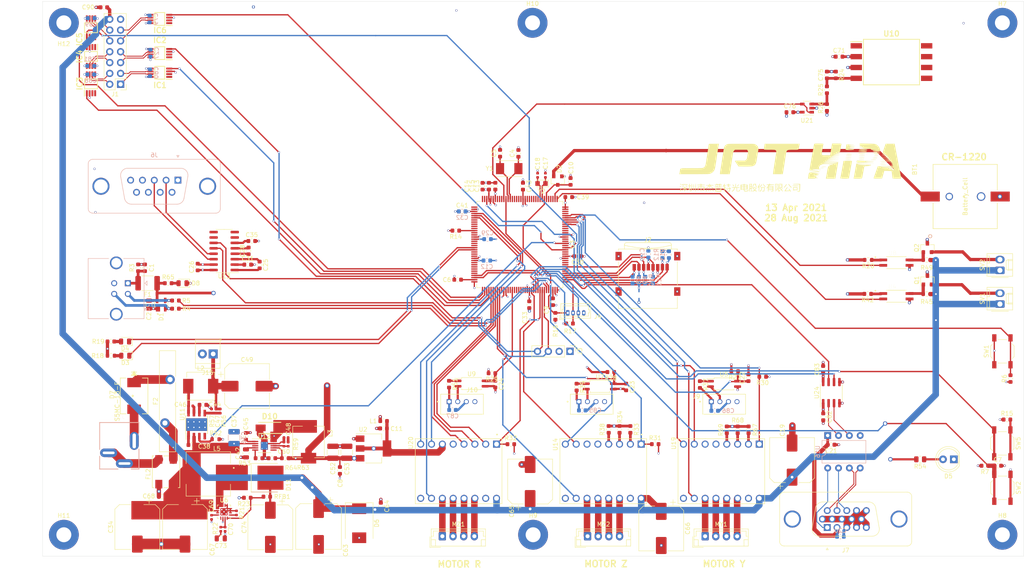
<source format=kicad_pcb>
(kicad_pcb (version 20171130) (host pcbnew "(5.1.9)-1")
  (title_block (title "Wafer Pre-Aligner") (date 2021-03-09) (rev 1.0) (company "JPT Electronics"))
  (layers (0 F.Cu signal) (1 In1.Cu power) (2 In2.Cu mixed) (31 B.Cu signal) (34 B.Paste user) (35 F.Paste user) (36 B.SilkS user) (37 F.SilkS user) (38 B.Mask user) (39 F.Mask user) (44 Edge.Cuts user))
  (net 0 "")
  (net 1 GND)
  (net 2 VBUS)
  (net 3 +5V)
  (net 4 +3.3VA)
  (net 5 "Net-(C9-Pad2)")
  (net 6 +3V3)
  (net 7 "Net-(D3-Pad2)")
  (net 8 "Net-(D4-Pad2)")
  (net 9 +BATT)
  (net 10 "Net-(BT1-Pad1)")
  (net 11 "Net-(D7-Pad1)")
  (net 12 "Net-(MY1-Pad4)")
  (net 13 "Net-(MY1-Pad3)")
  (net 14 "Net-(MY1-Pad2)")
  (net 15 "Net-(MY1-Pad1)")
  (net 16 "Net-(MZ1-Pad4)")
  (net 17 "Net-(MZ1-Pad3)")
  (net 18 "Net-(MZ1-Pad2)")
  (net 19 "Net-(MZ1-Pad1)")
  (net 20 "Net-(C4-Pad1)")
  (net 21 "Net-(C5-Pad1)")
  (net 22 "Net-(C6-Pad2)")
  (net 23 /MCU/Reset)
  (net 24 "Net-(C17-Pad2)")
  (net 25 "Net-(C18-Pad1)")
  (net 26 "Net-(C42-Pad1)")
  (net 27 "Net-(C44-Pad2)")
  (net 28 "Net-(C45-Pad2)")
  (net 29 "Net-(C45-Pad1)")
  (net 30 "Net-(C46-Pad2)")
  (net 31 "Net-(C46-Pad1)")
  (net 32 "Net-(C47-Pad2)")
  (net 33 "Net-(C48-Pad1)")
  (net 34 "Net-(C50-Pad1)")
  (net 35 /Interface/USB_DP_T)
  (net 36 /Interface/USB_DM_T)
  (net 37 "Net-(D7-Pad2)")
  (net 38 "Net-(D8-Pad2)")
  (net 39 /MCU/SDIO_D2)
  (net 40 /MCU/SDIO_D3)
  (net 41 /MCU/SDIO_CMD)
  (net 42 /MCU/SDIO_SCK)
  (net 43 /MCU/SDIO_D0)
  (net 44 /MCU/SDIO_D1)
  (net 45 /MCU/MCU_SWCLK)
  (net 46 /MCU/MCU_SWDIO)
  (net 47 /MCU/BOOT0)
  (net 48 /MCU/PB2-BOOT1)
  (net 49 "Net-(R15-Pad2)")
  (net 50 "Net-(R23-Pad1)")
  (net 51 "Net-(R25-Pad1)")
  (net 52 "Net-(R42-Pad1)")
  (net 53 "Net-(R53-Pad1)")
  (net 54 "Net-(R63-Pad2)")
  (net 55 "Net-(R67-Pad2)")
  (net 56 "Net-(R68-Pad2)")
  (net 57 "Net-(R69-Pad2)")
  (net 58 /MCU/WK_UP)
  (net 59 VIN)
  (net 60 +12V)
  (net 61 "Net-(R21-Pad1)")
  (net 62 F_CS)
  (net 63 SPI1_SCK)
  (net 64 SPI1_MOSI)
  (net 65 SPI1_MISO)
  (net 66 YFLT)
  (net 67 YEN)
  (net 68 YDIR)
  (net 69 YSTEP)
  (net 70 ZFLT)
  (net 71 ZEN)
  (net 72 ZSTEP)
  (net 73 ZDIR)
  (net 74 Y-Limit)
  (net 75 Z-Limit)
  (net 76 R-Limit)
  (net 77 /MOTOR/EA-)
  (net 78 /MOTOR/EB-)
  (net 79 /MOTOR/EB+)
  (net 80 /MOTOR/EA+)
  (net 81 "Net-(MZ2-Pad4)")
  (net 82 "Net-(MZ2-Pad3)")
  (net 83 "Net-(MZ2-Pad2)")
  (net 84 "Net-(MZ2-Pad1)")
  (net 85 "Net-(R33-Pad2)")
  (net 86 "Net-(R34-Pad2)")
  (net 87 "Net-(R38-Pad2)")
  (net 88 RSTEP)
  (net 89 REN)
  (net 90 RDIR)
  (net 91 ENCODER-B)
  (net 92 ENCODER-A)
  (net 93 RFLT)
  (net 94 /MCU/ETH_RMII_TXD1)
  (net 95 /MCU/ETH_RMII_TXD0)
  (net 96 /MCU/ETH_RMII_TX_EN)
  (net 97 /MCU/ETH_RMII_RXD1)
  (net 98 /MCU/ETH_RMII_RXD0)
  (net 99 /MCU/ETH_RMII_CRS_DV)
  (net 100 /MCU/ETH_MDIO)
  (net 101 /MCU/ETH_RMII_REF_CLK)
  (net 102 /MCU/ETH_MDC)
  (net 103 /MCU/FSMC_NE1)
  (net 104 /MCU/FSMC_NOE)
  (net 105 /MCU/FSMC_D3)
  (net 106 /MCU/FSMC_D2)
  (net 107 /MCU/FSMC_D1)
  (net 108 /MCU/FSMC_D0)
  (net 109 /MCU/FSMC_D12)
  (net 110 /MCU/FSMC_D11)
  (net 111 /MCU/FSMC_D10)
  (net 112 /MCU/FSMC_D9)
  (net 113 /MCU/FSMC_D8)
  (net 114 /MCU/FSMC_D7)
  (net 115 /MCU/FSMC_D6)
  (net 116 /MCU/FSMC_D5)
  (net 117 /MCU/FSMC_D4)
  (net 118 VPressure)
  (net 119 "Net-(C25-Pad1)")
  (net 120 24V)
  (net 121 "Net-(C69-Pad1)")
  (net 122 "Net-(C70-Pad1)")
  (net 123 "Net-(C73-Pad1)")
  (net 124 "Net-(D11-Pad1)")
  (net 125 "Net-(FL2-Pad2)")
  (net 126 "Net-(C75-Pad1)")
  (net 127 CCD_Sensor)
  (net 128 SPI2_SCK_N)
  (net 129 SPI2_SCK_P)
  (net 130 SPI2_SCK)
  (net 131 SPI2_MOSI_N)
  (net 132 SPI2_MOSI_P)
  (net 133 SPI2_MOSI)
  (net 134 SPI2_MISO_N)
  (net 135 SPI2_MISO_P)
  (net 136 SPI2_MISO)
  (net 137 SPI2_NSS_N)
  (net 138 SPI2_NSS_P)
  (net 139 SPI2_NSS)
  (net 140 "Net-(IC1-Pad2)")
  (net 141 "Net-(IC1-Pad1)")
  (net 142 "Net-(IC2-Pad2)")
  (net 143 "Net-(IC2-Pad1)")
  (net 144 "Net-(IC3-Pad4)")
  (net 145 "Net-(IC3-Pad3)")
  (net 146 "Net-(IC4-Pad2)")
  (net 147 "Net-(IC4-Pad1)")
  (net 148 /MCU/FSMC_NWAIT)
  (net 149 /MCU/FSMC_NWE)
  (net 150 /MCU/FSMC_CLK)
  (net 151 /MCU/ETH_PPS_OUT)
  (net 152 /MCU/FSMC_INT3)
  (net 153 /MCU/FSMC_INT2)
  (net 154 /MCU/FSMC_A15)
  (net 155 /MCU/FSMC_A14)
  (net 156 /MCU/FSMC_A13)
  (net 157 /MCU/FSMC_A18)
  (net 158 /MCU/FSMC_A11)
  (net 159 /MCU/FSMC_A10)
  (net 160 /MCU/FSMC_A9)
  (net 161 /MCU/FSMC_A8)
  (net 162 /MCU/FSMC_A7)
  (net 163 /MCU/FSMC_A6)
  (net 164 /MCU/ETH_MII_RXD3)
  (net 165 /MCU/FSMC_A5)
  (net 166 /MCU/FSMC_A4)
  (net 167 /MCU/FSMC_A3)
  (net 168 /MCU/FSMC_A2)
  (net 169 /MCU/FSMC_A1)
  (net 170 /MCU/FSMC_A0)
  (net 171 "Net-(U6-Pad5)")
  (net 172 Valve1_ENB)
  (net 173 "Net-(U10-Pad8)")
  (net 174 "Net-(U10-Pad7)")
  (net 175 "Net-(U10-Pad6)")
  (net 176 "Net-(U10-Pad5)")
  (net 177 "Net-(U10-Pad1)")
  (net 178 "Net-(U12-Pad3)")
  (net 179 Valve2_ENB)
  (net 180 "Net-(J6-Pad4)")
  (net 181 "Net-(J8-Pad4)")
  (net 182 "Net-(J9-Pad4)")
  (net 183 "Net-(J10-Pad4)")
  (net 184 ndata-ready)
  (net 185 /MCU/FSMC_A20)
  (net 186 /MCU/FSMC_NBL0)
  (net 187 /MCU/FSMC_A22)
  (net 188 /MCU/FSMC_A21)
  (net 189 "Net-(U12-Pad6)")
  (net 190 DATA_READY_N)
  (net 191 START_SCAN_N)
  (net 192 DATA_READY_P)
  (net 193 "Net-(IC5-Pad4)")
  (net 194 "Net-(IC5-Pad3)")
  (net 195 START_SCAN_P)
  (net 196 "Net-(IC6-Pad2)")
  (net 197 "Net-(IC6-Pad1)")
  (net 198 DATA_READY)
  (net 199 START_SCAN)
  (net 200 PA12-USB_DP)
  (net 201 PA11-USB_DM)
  (net 202 "Net-(U11-Pad4)")
  (net 203 12V_EN)
  (net 204 /MOTOR/IN-)
  (net 205 /MOTOR/IN+)
  (net 206 "Net-(U3-Pad28)")
  (net 207 "Net-(U3-Pad29)")
  (net 208 "Net-(U3-Pad49)")
  (net 209 "Net-(R20-Pad1)")
  (net 210 "Net-(F2-Pad1)")
  (net 211 "Net-(D5-Pad2)")
  (net 212 "Net-(J6-Pad2)")
  (net 213 "Net-(J8-Pad2)")
  (net 214 "Net-(J9-Pad2)")
  (net 215 "Net-(J10-Pad2)")
  (net 216 "Net-(Q2-Pad2)")
  (net 217 "Net-(Q2-Pad1)")
  (net 218 "Net-(Q1-Pad2)")
  (net 219 "Net-(Q1-Pad1)")
  (net 220 "Net-(R37-Pad1)")
  (net 221 "Net-(R39-Pad1)")
  (net 222 "Net-(R51-Pad1)")
  (net 223 "Net-(C25-Pad2)")
  (net 224 "Net-(C28-Pad2)")
  (net 225 "Net-(C28-Pad1)")
  (net 226 "Net-(C31-Pad1)")
  (net 227 "Net-(C35-Pad1)")
  (net 228 "Net-(J6-Pad3)")
  (net 229 "Net-(U13-Pad10)")
  (net 230 "Net-(U13-Pad9)")
  (net 231 "Net-(U13-Pad8)")
  (net 232 "Net-(U13-Pad7)")
  (net 233 "Net-(J6-Pad9)")
  (net 234 "Net-(J6-Pad8)")
  (net 235 "Net-(J6-Pad7)")
  (net 236 "Net-(J6-Pad6)")
  (net 237 "Net-(J6-Pad1)")
  (net 238 TXD1)
  (net 239 RXD1)
  (net 240 "Net-(U3-Pad18)")
  (net 241 "Net-(U3-Pad19)")
  (net 242 "Net-(U3-Pad20)")
  (net 243 "Net-(U3-Pad21)")
  (net 244 "Net-(U3-Pad22)")
  (net 245 /MCU/DCMI_D13)
  (net 246 ZM0)
  (net 247 ZM1)
  (net 248 ZM2)
  (module Libraries:SOP127P695X210-4N (layer F.Cu) (at 250.152 111.214)
    (fp_text reference U8 (at -0.965 -2.212) (layer F.SilkS) (effects (font (thickness 0.015))))
    (fp_text value TCMD1000)
    (pad 4 smd rect (at 3.085 -0.635) (size 1.84 0.64) (layers F.Cu F.Paste F.Mask) (net 217 "Net-(Q2-Pad1)"))
    (pad 3 smd rect (at 3.085 0.635) (size 1.84 0.64) (layers F.Cu F.Paste F.Mask) (net 1 GND))
    (pad 2 smd rect (at -3.085 0.635) (size 1.84 0.64) (layers F.Cu F.Paste F.Mask) (net 179 Valve2_ENB))
    (pad 1 smd rect (at -3.085 -0.635) (size 1.84 0.64) (layers F.Cu F.Paste F.Mask) (net 209 "Net-(R20-Pad1)"))
  )
  (module Libraries:SOP127P695X210-4N (layer F.Cu) (at 250.152 119.088)
    (fp_text reference U4 (at -0.965 -2.212) (layer F.SilkS) (effects (font (thickness 0.015))))
    (fp_text value TCMD1000)
    (pad 4 smd rect (at 3.085 -0.635) (size 1.84 0.64) (layers F.Cu F.Paste F.Mask) (net 219 "Net-(Q1-Pad1)"))
    (pad 3 smd rect (at 3.085 0.635) (size 1.84 0.64) (layers F.Cu F.Paste F.Mask) (net 1 GND))
    (pad 2 smd rect (at -3.085 0.635) (size 1.84 0.64) (layers F.Cu F.Paste F.Mask) (net 172 Valve1_ENB))
    (pad 1 smd rect (at -3.085 -0.635) (size 1.84 0.64) (layers F.Cu F.Paste F.Mask) (net 52 "Net-(R42-Pad1)"))
  )
  (module Resistor_SMD:R_0603_1608Metric (layer F.Cu) (at 159.7788 153.7717)
    (fp_text reference R32 (at 0 -1.43) (layer F.SilkS))
    (fp_text value 1K)
    (pad 2 smd roundrect (at 0.7875 0) (size 0.875 0.95) (layers F.Cu F.Paste F.Mask) (net 6 +3V3))
    (pad 1 smd roundrect (at -0.7875 0) (size 0.875 0.95) (layers F.Cu F.Paste F.Mask) (net 71 ZEN))
  )
  (module Resistor_SMD:R_0603_1608Metric (layer F.Cu) (at 193.6116 153.759)
    (fp_text reference R31 (at 0 -1.43) (layer F.SilkS))
    (fp_text value 1K)
    (pad 2 smd roundrect (at 0.7875 0) (size 0.875 0.95) (layers F.Cu F.Paste F.Mask) (net 6 +3V3))
    (pad 1 smd roundrect (at -0.7875 0) (size 0.875 0.95) (layers F.Cu F.Paste F.Mask) (net 89 REN))
  )
  (module Resistor_SMD:R_0603_1608Metric (layer F.Cu) (at 218.8084 137.9602)
    (fp_text reference R30 (at -0.0127 1.4351) (layer F.SilkS))
    (fp_text value 1K)
    (pad 2 smd roundrect (at 0.7875 0) (size 0.875 0.95) (layers F.Cu F.Paste F.Mask) (net 6 +3V3))
    (pad 1 smd roundrect (at -0.7875 0) (size 0.875 0.95) (layers F.Cu F.Paste F.Mask) (net 67 YEN))
  )
  (module Connector_Dsub:DSUB-9_Male_Vertical_P2.77x2.84mm_MountingHoles (layer B.Cu) (at 81.7373 91.8846 180)
    (fp_text reference J6 (at 5.54 5.89) (layer B.SilkS) (effects (justify mirror)))
    (fp_text value DB9_Male)
    (pad 0 thru_hole circle (at 18.04 -1.42 180) (size 4 4) (drill 3.2) (layers *.Cu *.Mask))
    (pad 0 thru_hole circle (at -6.96 -1.42 180) (size 4 4) (drill 3.2) (layers *.Cu *.Mask))
    (pad 9 thru_hole circle (at 9.695 -2.84 180) (size 1.6 1.6) (drill 1) (layers *.Cu *.Mask) (net 233 "Net-(J6-Pad9)"))
    (pad 8 thru_hole circle (at 6.925 -2.84 180) (size 1.6 1.6) (drill 1) (layers *.Cu *.Mask) (net 234 "Net-(J6-Pad8)"))
    (pad 7 thru_hole circle (at 4.155 -2.84 180) (size 1.6 1.6) (drill 1) (layers *.Cu *.Mask) (net 235 "Net-(J6-Pad7)"))
    (pad 6 thru_hole circle (at 1.385 -2.84 180) (size 1.6 1.6) (drill 1) (layers *.Cu *.Mask) (net 236 "Net-(J6-Pad6)"))
    (pad 5 thru_hole circle (at 11.08 0 180) (size 1.6 1.6) (drill 1) (layers *.Cu *.Mask) (net 1 GND))
    (pad 4 thru_hole circle (at 8.31 0 180) (size 1.6 1.6) (drill 1) (layers *.Cu *.Mask) (net 180 "Net-(J6-Pad4)"))
    (pad 3 thru_hole circle (at 5.54 0 180) (size 1.6 1.6) (drill 1) (layers *.Cu *.Mask) (net 228 "Net-(J6-Pad3)"))
    (pad 2 thru_hole circle (at 2.77 0 180) (size 1.6 1.6) (drill 1) (layers *.Cu *.Mask) (net 212 "Net-(J6-Pad2)"))
    (pad 1 thru_hole rect (at 0 0 180) (size 1.6 1.6) (drill 1) (layers *.Cu *.Mask) (net 237 "Net-(J6-Pad1)"))
  )
  (module Package_SO:SOIC-16_3.9x9.9mm_P1.27mm (layer F.Cu) (at 92.5831 108.4962 180)
    (fp_text reference U13 (at 0 -5.9) (layer F.SilkS))
    (fp_text value MAX3232)
    (pad 16 smd roundrect (at 2.475 -4.445 180) (size 1.95 0.6) (layers F.Cu F.Paste F.Mask) (net 6 +3V3))
    (pad 15 smd roundrect (at 2.475 -3.175 180) (size 1.95 0.6) (layers F.Cu F.Paste F.Mask) (net 1 GND))
    (pad 14 smd roundrect (at 2.475 -1.905 180) (size 1.95 0.6) (layers F.Cu F.Paste F.Mask) (net 228 "Net-(J6-Pad3)"))
    (pad 13 smd roundrect (at 2.475 -0.635 180) (size 1.95 0.6) (layers F.Cu F.Paste F.Mask) (net 212 "Net-(J6-Pad2)"))
    (pad 12 smd roundrect (at 2.475 0.635 180) (size 1.95 0.6) (layers F.Cu F.Paste F.Mask) (net 239 RXD1))
    (pad 11 smd roundrect (at 2.475 1.905 180) (size 1.95 0.6) (layers F.Cu F.Paste F.Mask) (net 238 TXD1))
    (pad 10 smd roundrect (at 2.475 3.175 180) (size 1.95 0.6) (layers F.Cu F.Paste F.Mask) (net 229 "Net-(U13-Pad10)"))
    (pad 9 smd roundrect (at 2.475 4.445 180) (size 1.95 0.6) (layers F.Cu F.Paste F.Mask) (net 230 "Net-(U13-Pad9)"))
    (pad 8 smd roundrect (at -2.475 4.445 180) (size 1.95 0.6) (layers F.Cu F.Paste F.Mask) (net 231 "Net-(U13-Pad8)"))
    (pad 7 smd roundrect (at -2.475 3.175 180) (size 1.95 0.6) (layers F.Cu F.Paste F.Mask) (net 232 "Net-(U13-Pad7)"))
    (pad 6 smd roundrect (at -2.475 1.905 180) (size 1.95 0.6) (layers F.Cu F.Paste F.Mask) (net 227 "Net-(C35-Pad1)"))
    (pad 5 smd roundrect (at -2.475 0.635 180) (size 1.95 0.6) (layers F.Cu F.Paste F.Mask) (net 224 "Net-(C28-Pad2)"))
    (pad 4 smd roundrect (at -2.475 -0.635 180) (size 1.95 0.6) (layers F.Cu F.Paste F.Mask) (net 225 "Net-(C28-Pad1)"))
    (pad 3 smd roundrect (at -2.475 -1.905 180) (size 1.95 0.6) (layers F.Cu F.Paste F.Mask) (net 119 "Net-(C25-Pad1)"))
    (pad 2 smd roundrect (at -2.475 -3.175 180) (size 1.95 0.6) (layers F.Cu F.Paste F.Mask) (net 226 "Net-(C31-Pad1)"))
    (pad 1 smd roundrect (at -2.475 -4.445 180) (size 1.95 0.6) (layers F.Cu F.Paste F.Mask) (net 223 "Net-(C25-Pad2)"))
  )
  (module Capacitor_SMD:C_0603_1608Metric (layer F.Cu) (at 99.0474 106.1467)
    (fp_text reference C35 (at 0 -1.43) (layer F.SilkS))
    (fp_text value 0.1UF)
    (pad 2 smd roundrect (at 0.7875 0) (size 0.875 0.95) (layers F.Cu F.Paste F.Mask) (net 1 GND))
    (pad 1 smd roundrect (at -0.7875 0) (size 0.875 0.95) (layers F.Cu F.Paste F.Mask) (net 227 "Net-(C35-Pad1)"))
  )
  (module Capacitor_SMD:C_0603_1608Metric (layer F.Cu) (at 98.0949 111.6839)
    (fp_text reference C31 (at 0 -1.43) (layer F.SilkS))
    (fp_text value 0.1UF)
    (pad 2 smd roundrect (at 0.7875 0) (size 0.875 0.95) (layers F.Cu F.Paste F.Mask) (net 1 GND))
    (pad 1 smd roundrect (at -0.7875 0) (size 0.875 0.95) (layers F.Cu F.Paste F.Mask) (net 226 "Net-(C31-Pad1)"))
  )
  (module Capacitor_SMD:C_0603_1608Metric (layer F.Cu) (at 98.2981 108.4581 90)
    (fp_text reference C28 (at 0 -1.43 90) (layer F.SilkS))
    (fp_text value 0.1UF)
    (pad 2 smd roundrect (at 0.7875 0 90) (size 0.875 0.95) (layers F.Cu F.Paste F.Mask) (net 224 "Net-(C28-Pad2)"))
    (pad 1 smd roundrect (at -0.7875 0 90) (size 0.875 0.95) (layers F.Cu F.Paste F.Mask) (net 225 "Net-(C28-Pad1)"))
  )
  (module Capacitor_SMD:C_0603_1608Metric (layer F.Cu) (at 86.3855 112.2427 90)
    (fp_text reference C26 (at 0 -1.43 90) (layer F.SilkS))
    (fp_text value 0.1UF)
    (pad 2 smd roundrect (at 0.7875 0 90) (size 0.875 0.95) (layers F.Cu F.Paste F.Mask) (net 1 GND))
    (pad 1 smd roundrect (at -0.7875 0 90) (size 0.875 0.95) (layers F.Cu F.Paste F.Mask) (net 6 +3V3))
  )
  (module Capacitor_SMD:C_0603_1608Metric (layer F.Cu) (at 100.8889 111.7601 270)
    (fp_text reference C25 (at 0 -1.43 90) (layer F.SilkS))
    (fp_text value 0.1UF)
    (pad 2 smd roundrect (at 0.7875 0 270) (size 0.875 0.95) (layers F.Cu F.Paste F.Mask) (net 223 "Net-(C25-Pad2)"))
    (pad 1 smd roundrect (at -0.7875 0 270) (size 0.875 0.95) (layers F.Cu F.Paste F.Mask) (net 119 "Net-(C25-Pad1)"))
  )
  (module Package_SO:SOP-4_4.4x2.6mm_P1.27mm (layer F.Cu) (at 150.5713 139.5604)
    (fp_text reference U9 (at 0 -2.25) (layer F.SilkS))
    (fp_text value TCMT1600)
    (pad 4 smd roundrect (at 3.1875 -0.635) (size 1.625 0.6) (layers F.Cu F.Paste F.Mask) (net 75 Z-Limit))
    (pad 3 smd roundrect (at 3.1875 0.635) (size 1.625 0.6) (layers F.Cu F.Paste F.Mask) (net 1 GND))
    (pad 2 smd roundrect (at -3.1875 0.635) (size 1.625 0.6) (layers F.Cu F.Paste F.Mask) (net 215 "Net-(J10-Pad2)"))
    (pad 1 smd roundrect (at -3.1875 -0.635) (size 1.625 0.6) (layers F.Cu F.Paste F.Mask) (net 222 "Net-(R51-Pad1)"))
  )
  (module Package_SO:SOP-4_4.4x2.6mm_P1.27mm (layer F.Cu) (at 180.6449 140.2208)
    (fp_text reference U7 (at 0 -2.25) (layer F.SilkS))
    (fp_text value TCMT1600)
    (pad 4 smd roundrect (at 3.1875 -0.635) (size 1.625 0.6) (layers F.Cu F.Paste F.Mask) (net 76 R-Limit))
    (pad 3 smd roundrect (at 3.1875 0.635) (size 1.625 0.6) (layers F.Cu F.Paste F.Mask) (net 1 GND))
    (pad 2 smd roundrect (at -3.1875 0.635) (size 1.625 0.6) (layers F.Cu F.Paste F.Mask) (net 213 "Net-(J8-Pad2)"))
    (pad 1 smd roundrect (at -3.1875 -0.635) (size 1.625 0.6) (layers F.Cu F.Paste F.Mask) (net 221 "Net-(R39-Pad1)"))
  )
  (module Package_SO:SOP-4_4.4x2.6mm_P1.27mm (layer F.Cu) (at 209.7406 139.6366)
    (fp_text reference U5 (at 0 -2.25) (layer F.SilkS))
    (fp_text value TCMT1600)
    (pad 4 smd roundrect (at 3.1875 -0.635) (size 1.625 0.6) (layers F.Cu F.Paste F.Mask) (net 74 Y-Limit))
    (pad 3 smd roundrect (at 3.1875 0.635) (size 1.625 0.6) (layers F.Cu F.Paste F.Mask) (net 1 GND))
    (pad 2 smd roundrect (at -3.1875 0.635) (size 1.625 0.6) (layers F.Cu F.Paste F.Mask) (net 214 "Net-(J9-Pad2)"))
    (pad 1 smd roundrect (at -3.1875 -0.635) (size 1.625 0.6) (layers F.Cu F.Paste F.Mask) (net 220 "Net-(R37-Pad1)"))
  )
  (module Resistor_SMD:R_0603_1608Metric (layer F.Cu) (at 155.3465 137.1347 180)
    (fp_text reference R29 (at 0 -1.43) (layer F.SilkS))
    (fp_text value 3K3)
    (pad 2 smd roundrect (at 0.7875 0 180) (size 0.875 0.95) (layers F.Cu F.Paste F.Mask) (net 6 +3V3))
    (pad 1 smd roundrect (at -0.7875 0 180) (size 0.875 0.95) (layers F.Cu F.Paste F.Mask) (net 75 Z-Limit))
  )
  (module Resistor_SMD:R_0603_1608Metric (layer F.Cu) (at 183.2103 136.868 180)
    (fp_text reference R28 (at 0 -1.43) (layer F.SilkS))
    (fp_text value 3K3)
    (pad 2 smd roundrect (at 0.7875 0 180) (size 0.875 0.95) (layers F.Cu F.Paste F.Mask) (net 6 +3V3))
    (pad 1 smd roundrect (at -0.7875 0 180) (size 0.875 0.95) (layers F.Cu F.Paste F.Mask) (net 76 R-Limit))
  )
  (module Resistor_SMD:R_0603_1608Metric (layer F.Cu) (at 212.2552 136.6775 180)
    (fp_text reference R27 (at 0 -1.43) (layer F.SilkS))
    (fp_text value 3K3)
    (pad 2 smd roundrect (at 0.7875 0 180) (size 0.875 0.95) (layers F.Cu F.Paste F.Mask) (net 6 +3V3))
    (pad 1 smd roundrect (at -0.7875 0 180) (size 0.875 0.95) (layers F.Cu F.Paste F.Mask) (net 74 Y-Limit))
  )
  (module Capacitor_SMD:C_0603_1608Metric (layer F.Cu) (at 156.1212 139.6874 270)
    (fp_text reference C24 (at 0 -1.43 90) (layer F.SilkS))
    (fp_text value 0.1UF)
    (pad 2 smd roundrect (at 0.7875 0 270) (size 0.875 0.95) (layers F.Cu F.Paste F.Mask) (net 1 GND))
    (pad 1 smd roundrect (at -0.7875 0 270) (size 0.875 0.95) (layers F.Cu F.Paste F.Mask) (net 75 Z-Limit))
  )
  (module Capacitor_SMD:C_0603_1608Metric (layer F.Cu) (at 186.8044 140.3605 270)
    (fp_text reference C23 (at 0 -1.43 90) (layer F.SilkS))
    (fp_text value 0.1UF)
    (pad 2 smd roundrect (at 0.7875 0 270) (size 0.875 0.95) (layers F.Cu F.Paste F.Mask) (net 1 GND))
    (pad 1 smd roundrect (at -0.7875 0 270) (size 0.875 0.95) (layers F.Cu F.Paste F.Mask) (net 76 R-Limit))
  )
  (module Capacitor_SMD:C_0603_1608Metric (layer F.Cu) (at 215.4683 138.2015 90)
    (fp_text reference C22 (at 0 -1.43 90) (layer F.SilkS))
    (fp_text value 0.1UF)
    (pad 2 smd roundrect (at 0.7875 0 90) (size 0.875 0.95) (layers F.Cu F.Paste F.Mask) (net 1 GND))
    (pad 1 smd roundrect (at -0.7875 0 90) (size 0.875 0.95) (layers F.Cu F.Paste F.Mask) (net 74 Y-Limit))
  )
  (module Resistor_SMD:R_0603_1608Metric (layer F.Cu) (at 145.3008 139.7001 270)
    (fp_text reference R51 (at 0 -1.43 90) (layer F.SilkS))
    (fp_text value 3K3)
    (pad 2 smd roundrect (at 0.7875 0 270) (size 0.875 0.95) (layers F.Cu F.Paste F.Mask) (net 120 24V))
    (pad 1 smd roundrect (at -0.7875 0 270) (size 0.875 0.95) (layers F.Cu F.Paste F.Mask) (net 222 "Net-(R51-Pad1)"))
  )
  (module Resistor_SMD:R_0603_1608Metric (layer F.Cu) (at 175.1966 140.3732 270)
    (fp_text reference R39 (at 0 -1.43 90) (layer F.SilkS))
    (fp_text value 3K3)
    (pad 2 smd roundrect (at 0.7875 0 270) (size 0.875 0.95) (layers F.Cu F.Paste F.Mask) (net 120 24V))
    (pad 1 smd roundrect (at -0.7875 0 270) (size 0.875 0.95) (layers F.Cu F.Paste F.Mask) (net 221 "Net-(R39-Pad1)"))
  )
  (module Resistor_SMD:R_0603_1608Metric (layer F.Cu) (at 204.1018 139.789 270)
    (fp_text reference R37 (at 0 -1.43 90) (layer F.SilkS))
    (fp_text value 3K3)
    (pad 2 smd roundrect (at 0.7875 0 270) (size 0.875 0.95) (layers F.Cu F.Paste F.Mask) (net 120 24V))
    (pad 1 smd roundrect (at -0.7875 0 270) (size 0.875 0.95) (layers F.Cu F.Paste F.Mask) (net 220 "Net-(R37-Pad1)"))
  )
  (module Package_TO_SOT_SMD:SOT-23 (layer F.Cu) (at 257.4291 107.7596 90)
    (fp_text reference Q2 (at 0 -2.5 90) (layer F.SilkS))
    (fp_text value Si2319CDS)
    (pad 3 smd rect (at 1 0 90) (size 0.9 0.8) (layers F.Cu F.Paste F.Mask) (net 1 GND))
    (pad 2 smd rect (at -1 0.95 90) (size 0.9 0.8) (layers F.Cu F.Paste F.Mask) (net 216 "Net-(Q2-Pad2)"))
    (pad 1 smd rect (at -1 -0.95 90) (size 0.9 0.8) (layers F.Cu F.Paste F.Mask) (net 217 "Net-(Q2-Pad1)"))
  )
  (module Package_TO_SOT_SMD:SOT-23 (layer F.Cu) (at 257.4418 115.3288 90)
    (fp_text reference Q1 (at 0 -2.5 90) (layer F.SilkS))
    (fp_text value Si2319CDS)
    (pad 3 smd rect (at 1 0 90) (size 0.9 0.8) (layers F.Cu F.Paste F.Mask) (net 1 GND))
    (pad 2 smd rect (at -1 0.95 90) (size 0.9 0.8) (layers F.Cu F.Paste F.Mask) (net 218 "Net-(Q1-Pad2)"))
    (pad 1 smd rect (at -1 -0.95 90) (size 0.9 0.8) (layers F.Cu F.Paste F.Mask) (net 219 "Net-(Q1-Pad1)"))
  )
  (module Connector_JST:JST_EH_B4B-EH-A_1x04_P2.50mm_Vertical (layer F.Cu) (at 177.762 175.349)
    (fp_text reference MZ2 (at 3.75 -2.8) (layer F.SilkS))
    (fp_text value Stepper_Motor_bipolar)
    (pad 4 thru_hole oval (at 7.5 0) (size 1.7 1.95) (drill 0.95) (layers *.Cu *.Mask) (net 81 "Net-(MZ2-Pad4)"))
    (pad 3 thru_hole oval (at 5 0) (size 1.7 1.95) (drill 0.95) (layers *.Cu *.Mask) (net 82 "Net-(MZ2-Pad3)"))
    (pad 2 thru_hole oval (at 2.5 0) (size 1.7 1.95) (drill 0.95) (layers *.Cu *.Mask) (net 83 "Net-(MZ2-Pad2)"))
    (pad 1 thru_hole roundrect (at 0 0) (size 1.7 1.95) (drill 0.95) (layers *.Cu *.Mask) (roundrect_rratio 0.147059) (net 84 "Net-(MZ2-Pad1)"))
  )
  (module Connector_JST:JST_EH_B4B-EH-A_1x04_P2.50mm_Vertical (layer F.Cu) (at 143.726 175.349)
    (fp_text reference MZ1 (at 3.75 -2.8) (layer F.SilkS))
    (fp_text value Stepper_Motor_bipolar)
    (pad 4 thru_hole oval (at 7.5 0) (size 1.7 1.95) (drill 0.95) (layers *.Cu *.Mask) (net 16 "Net-(MZ1-Pad4)"))
    (pad 3 thru_hole oval (at 5 0) (size 1.7 1.95) (drill 0.95) (layers *.Cu *.Mask) (net 17 "Net-(MZ1-Pad3)"))
    (pad 2 thru_hole oval (at 2.5 0) (size 1.7 1.95) (drill 0.95) (layers *.Cu *.Mask) (net 18 "Net-(MZ1-Pad2)"))
    (pad 1 thru_hole roundrect (at 0 0) (size 1.7 1.95) (drill 0.95) (layers *.Cu *.Mask) (roundrect_rratio 0.147059) (net 19 "Net-(MZ1-Pad1)"))
  )
  (module Connector_JST:JST_EH_B4B-EH-A_1x04_P2.50mm_Vertical (layer F.Cu) (at 205.321 175.349)
    (fp_text reference MY1 (at 3.75 -2.8) (layer F.SilkS))
    (fp_text value Stepper_Motor_bipolar)
    (pad 4 thru_hole oval (at 7.5 0) (size 1.7 1.95) (drill 0.95) (layers *.Cu *.Mask) (net 12 "Net-(MY1-Pad4)"))
    (pad 3 thru_hole oval (at 5 0) (size 1.7 1.95) (drill 0.95) (layers *.Cu *.Mask) (net 13 "Net-(MY1-Pad3)"))
    (pad 2 thru_hole oval (at 2.5 0) (size 1.7 1.95) (drill 0.95) (layers *.Cu *.Mask) (net 14 "Net-(MY1-Pad2)"))
    (pad 1 thru_hole roundrect (at 0 0) (size 1.7 1.95) (drill 0.95) (layers *.Cu *.Mask) (roundrect_rratio 0.147059) (net 15 "Net-(MY1-Pad1)"))
  )
  (module Resistor_SMD:R_0805_2012Metric (layer F.Cu) (at 255.74 157.315 180)
    (fp_text reference R54 (at 0 -1.65) (layer F.SilkS))
    (fp_text value 3K)
    (pad 2 smd roundrect (at 0.9125 0 180) (size 1.025 1.4) (layers F.Cu F.Paste F.Mask) (roundrect_rratio 0.2439004878048781) (net 120 24V))
    (pad 1 smd roundrect (at -0.9125 0 180) (size 1.025 1.4) (layers F.Cu F.Paste F.Mask) (roundrect_rratio 0.2439004878048781) (net 211 "Net-(D5-Pad2)"))
  )
  (module LED_THT:LED_D5.0mm (layer F.Cu) (at 263.614 157.315 180)
    (fp_text reference D5 (at 1.27 -3.96) (layer F.SilkS))
    (fp_text value "LED GR")
    (pad 2 thru_hole circle (at 2.54 0 180) (size 1.8 1.8) (drill 0.9) (layers *.Cu *.Mask) (net 211 "Net-(D5-Pad2)"))
    (pad 1 thru_hole rect (at 0 0 180) (size 1.8 1.8) (drill 0.9) (layers *.Cu *.Mask) (net 1 GND))
  )
  (module Fuse:Fuse_Bourns_MF-RHT1300 (layer F.Cu) (at 78.702 148.806 90)
    (fp_text reference F2 (at 5.1 -2.2 90) (layer F.SilkS))
    (fp_text value "Polyfuse 3A")
    (pad 2 thru_hole circle (at 10.2 1.2 90) (size 2.2 2.2) (drill 1.2) (layers *.Cu *.Mask) (net 11 "Net-(D7-Pad1)"))
    (pad 1 thru_hole circle (at 0 0 90) (size 2.2 2.2) (drill 1.2) (layers *.Cu *.Mask) (net 210 "Net-(F2-Pad1)"))
  )
  (module Resistor_SMD:R_0603_1608Metric (layer F.Cu) (at 257.264 110.579)
    (fp_text reference R49 (at 0 1.821) (layer F.SilkS))
    (fp_text value 15K)
    (pad 2 smd roundrect (at 0.825 0) (size 0.8 0.95) (layers F.Cu F.Paste F.Mask) (net 120 24V))
    (pad 1 smd roundrect (at -0.825 0) (size 0.8 0.95) (layers F.Cu F.Paste F.Mask) (net 217 "Net-(Q2-Pad1)"))
  )
  (module Resistor_SMD:R_0603_1608Metric (layer F.Cu) (at 257.264 118.58)
    (fp_text reference R45 (at 0 1.82) (layer F.SilkS))
    (fp_text value 15K)
    (pad 2 smd roundrect (at 0.825 0) (size 0.8 0.95) (layers F.Cu F.Paste F.Mask) (net 120 24V))
    (pad 1 smd roundrect (at -0.825 0) (size 0.8 0.95) (layers F.Cu F.Paste F.Mask) (net 219 "Net-(Q1-Pad1)"))
  )
  (module Resistor_SMD:R_0603_1608Metric (layer F.Cu) (at 243.548 110.579 180)
    (fp_text reference R20 (at 0 -1.43) (layer F.SilkS))
    (fp_text value 330R)
    (pad 2 smd roundrect (at 0.825 0 180) (size 0.8 0.95) (layers F.Cu F.Paste F.Mask) (net 6 +3V3))
    (pad 1 smd roundrect (at -0.825 0 180) (size 0.8 0.95) (layers F.Cu F.Paste F.Mask) (net 209 "Net-(R20-Pad1)"))
  )
  (module "AMS VCSEL:HI_PA_3CM" (layer F.Cu) (at 240.0428 87.6682)
    (fp_text reference G*** hide)
    (fp_text value LOGO hide)
  )
  (module "AMS VCSEL:JPT-LOGO" (layer F.Cu) (at 213.4998 89.0144)
    (fp_text reference G*** hide)
    (fp_text value LOGO hide)
  )
  (module Package_QFP:LQFP-144_20x20mm_P0.5mm (layer F.Cu) (at 161.887 106.9595 270)
    (fp_text reference U3 (at 0 -12.35 90) (layer F.SilkS))
    (fp_text value STM32F407ZET6)
    (pad 1 smd roundrect (at -10.6625 -8.75 270) (size 1.475 0.3) (layers F.Cu F.Paste F.Mask) (net 172 Valve1_ENB))
    (pad 2 smd roundrect (at -10.6625 -8.25 270) (size 1.475 0.3) (layers F.Cu F.Paste F.Mask) (net 179 Valve2_ENB))
    (pad 3 smd roundrect (at -10.6625 -7.75 270) (size 1.475 0.3) (layers F.Cu F.Paste F.Mask) (net 185 /MCU/FSMC_A20))
    (pad 4 smd roundrect (at -10.6625 -7.25 270) (size 1.475 0.3) (layers F.Cu F.Paste F.Mask) (net 188 /MCU/FSMC_A21))
    (pad 5 smd roundrect (at -10.6625 -6.75 270) (size 1.475 0.3) (layers F.Cu F.Paste F.Mask) (net 187 /MCU/FSMC_A22))
    (pad 6 smd roundrect (at -10.6625 -6.25 270) (size 1.475 0.3) (layers F.Cu F.Paste F.Mask) (net 9 +BATT))
    (pad 7 smd roundrect (at -10.6625 -5.75 270) (size 1.475 0.3) (layers F.Cu F.Paste F.Mask) (net 90 RDIR))
    (pad 8 smd roundrect (at -10.6625 -5.25 270) (size 1.475 0.3) (layers F.Cu F.Paste F.Mask) (net 24 "Net-(C17-Pad2)"))
    (pad 9 smd roundrect (at -10.6625 -4.75 270) (size 1.475 0.3) (layers F.Cu F.Paste F.Mask) (net 25 "Net-(C18-Pad1)"))
    (pad 10 smd roundrect (at -10.6625 -4.25 270) (size 1.475 0.3) (layers F.Cu F.Paste F.Mask) (net 170 /MCU/FSMC_A0))
    (pad 11 smd roundrect (at -10.6625 -3.75 270) (size 1.475 0.3) (layers F.Cu F.Paste F.Mask) (net 169 /MCU/FSMC_A1))
    (pad 12 smd roundrect (at -10.6625 -3.25 270) (size 1.475 0.3) (layers F.Cu F.Paste F.Mask) (net 168 /MCU/FSMC_A2))
    (pad 13 smd roundrect (at -10.6625 -2.75 270) (size 1.475 0.3) (layers F.Cu F.Paste F.Mask) (net 167 /MCU/FSMC_A3))
    (pad 14 smd roundrect (at -10.6625 -2.25 270) (size 1.475 0.3) (layers F.Cu F.Paste F.Mask) (net 166 /MCU/FSMC_A4))
    (pad 15 smd roundrect (at -10.6625 -1.75 270) (size 1.475 0.3) (layers F.Cu F.Paste F.Mask) (net 165 /MCU/FSMC_A5))
    (pad 16 smd roundrect (at -10.6625 -1.25 270) (size 1.475 0.3) (layers F.Cu F.Paste F.Mask) (net 1 GND))
    (pad 17 smd roundrect (at -10.6625 -0.75 270) (size 1.475 0.3) (layers F.Cu F.Paste F.Mask) (net 6 +3V3))
    (pad 18 smd roundrect (at -10.6625 -0.25 270) (size 1.475 0.3) (layers F.Cu F.Paste F.Mask) (net 240 "Net-(U3-Pad18)"))
    (pad 19 smd roundrect (at -10.6625 0.25 270) (size 1.475 0.3) (layers F.Cu F.Paste F.Mask) (net 241 "Net-(U3-Pad19)"))
    (pad 20 smd roundrect (at -10.6625 0.75 270) (size 1.475 0.3) (layers F.Cu F.Paste F.Mask) (net 242 "Net-(U3-Pad20)"))
    (pad 21 smd roundrect (at -10.6625 1.25 270) (size 1.475 0.3) (layers F.Cu F.Paste F.Mask) (net 243 "Net-(U3-Pad21)"))
    (pad 22 smd roundrect (at -10.6625 1.75 270) (size 1.475 0.3) (layers F.Cu F.Paste F.Mask) (net 244 "Net-(U3-Pad22)"))
    (pad 23 smd roundrect (at -10.6625 2.25 270) (size 1.475 0.3) (layers F.Cu F.Paste F.Mask) (net 20 "Net-(C4-Pad1)"))
    (pad 24 smd roundrect (at -10.6625 2.75 270) (size 1.475 0.3) (layers F.Cu F.Paste F.Mask) (net 21 "Net-(C5-Pad1)"))
    (pad 25 smd roundrect (at -10.6625 3.25 270) (size 1.475 0.3) (layers F.Cu F.Paste F.Mask) (net 23 /MCU/Reset))
    (pad 26 smd roundrect (at -10.6625 3.75 270) (size 1.475 0.3) (layers F.Cu F.Paste F.Mask) (net 118 VPressure))
    (pad 27 smd roundrect (at -10.6625 4.25 270) (size 1.475 0.3) (layers F.Cu F.Paste F.Mask) (net 102 /MCU/ETH_MDC))
    (pad 28 smd roundrect (at -10.6625 4.75 270) (size 1.475 0.3) (layers F.Cu F.Paste F.Mask) (net 206 "Net-(U3-Pad28)"))
    (pad 29 smd roundrect (at -10.6625 5.25 270) (size 1.475 0.3) (layers F.Cu F.Paste F.Mask) (net 207 "Net-(U3-Pad29)"))
    (pad 30 smd roundrect (at -10.6625 5.75 270) (size 1.475 0.3) (layers F.Cu F.Paste F.Mask) (net 6 +3V3))
    (pad 31 smd roundrect (at -10.6625 6.25 270) (size 1.475 0.3) (layers F.Cu F.Paste F.Mask) (net 1 GND))
    (pad 32 smd roundrect (at -10.6625 6.75 270) (size 1.475 0.3) (layers F.Cu F.Paste F.Mask) (net 4 +3.3VA))
    (pad 33 smd roundrect (at -10.6625 7.25 270) (size 1.475 0.3) (layers F.Cu F.Paste F.Mask) (net 4 +3.3VA))
    (pad 34 smd roundrect (at -10.6625 7.75 270) (size 1.475 0.3) (layers F.Cu F.Paste F.Mask) (net 58 /MCU/WK_UP))
    (pad 35 smd roundrect (at -10.6625 8.25 270) (size 1.475 0.3) (layers F.Cu F.Paste F.Mask) (net 101 /MCU/ETH_RMII_REF_CLK))
    (pad 36 smd roundrect (at -10.6625 8.75 270) (size 1.475 0.3) (layers F.Cu F.Paste F.Mask) (net 100 /MCU/ETH_MDIO))
    (pad 37 smd roundrect (at -8.75 10.6625 270) (size 0.3 1.475) (layers F.Cu F.Paste F.Mask) (net 127 CCD_Sensor))
    (pad 38 smd roundrect (at -8.25 10.6625 270) (size 0.3 1.475) (layers F.Cu F.Paste F.Mask) (net 1 GND))
    (pad 39 smd roundrect (at -7.75 10.6625 270) (size 0.3 1.475) (layers F.Cu F.Paste F.Mask) (net 6 +3V3))
    (pad 40 smd roundrect (at -7.25 10.6625 270) (size 0.3 1.475) (layers F.Cu F.Paste F.Mask) (net 70 ZFLT))
    (pad 41 smd roundrect (at -6.75 10.6625 270) (size 0.3 1.475) (layers F.Cu F.Paste F.Mask) (net 73 ZDIR))
    (pad 42 smd roundrect (at -6.25 10.6625 270) (size 0.3 1.475) (layers F.Cu F.Paste F.Mask) (net 72 ZSTEP))
    (pad 43 smd roundrect (at -5.75 10.6625 270) (size 0.3 1.475) (layers F.Cu F.Paste F.Mask) (net 99 /MCU/ETH_RMII_CRS_DV))
    (pad 44 smd roundrect (at -5.25 10.6625 270) (size 0.3 1.475) (layers F.Cu F.Paste F.Mask) (net 98 /MCU/ETH_RMII_RXD0))
    (pad 45 smd roundrect (at -4.75 10.6625 270) (size 0.3 1.475) (layers F.Cu F.Paste F.Mask) (net 97 /MCU/ETH_RMII_RXD1))
    (pad 46 smd roundrect (at -4.25 10.6625 270) (size 0.3 1.475) (layers F.Cu F.Paste F.Mask) (net 62 F_CS))
    (pad 47 smd roundrect (at -3.75 10.6625 270) (size 0.3 1.475) (layers F.Cu F.Paste F.Mask) (net 164 /MCU/ETH_MII_RXD3))
    (pad 48 smd roundrect (at -3.25 10.6625 270) (size 0.3 1.475) (layers F.Cu F.Paste F.Mask) (net 48 /MCU/PB2-BOOT1))
    (pad 49 smd roundrect (at -2.75 10.6625 270) (size 0.3 1.475) (layers F.Cu F.Paste F.Mask) (net 208 "Net-(U3-Pad49)"))
    (pad 50 smd roundrect (at -2.25 10.6625 270) (size 0.3 1.475) (layers F.Cu F.Paste F.Mask) (net 163 /MCU/FSMC_A6))
    (pad 51 smd roundrect (at -1.75 10.6625 270) (size 0.3 1.475) (layers F.Cu F.Paste F.Mask) (net 1 GND))
    (pad 52 smd roundrect (at -1.25 10.6625 270) (size 0.3 1.475) (layers F.Cu F.Paste F.Mask) (net 6 +3V3))
    (pad 53 smd roundrect (at -0.75 10.6625 270) (size 0.3 1.475) (layers F.Cu F.Paste F.Mask) (net 162 /MCU/FSMC_A7))
    (pad 54 smd roundrect (at -0.25 10.6625 270) (size 0.3 1.475) (layers F.Cu F.Paste F.Mask) (net 161 /MCU/FSMC_A8))
    (pad 55 smd roundrect (at 0.25 10.6625 270) (size 0.3 1.475) (layers F.Cu F.Paste F.Mask) (net 160 /MCU/FSMC_A9))
    (pad 56 smd roundrect (at 0.75 10.6625 270) (size 0.3 1.475) (layers F.Cu F.Paste F.Mask) (net 159 /MCU/FSMC_A10))
    (pad 57 smd roundrect (at 1.25 10.6625 270) (size 0.3 1.475) (layers F.Cu F.Paste F.Mask) (net 158 /MCU/FSMC_A11))
    (pad 58 smd roundrect (at 1.75 10.6625 270) (size 0.3 1.475) (layers F.Cu F.Paste F.Mask) (net 117 /MCU/FSMC_D4))
    (pad 59 smd roundrect (at 2.25 10.6625 270) (size 0.3 1.475) (layers F.Cu F.Paste F.Mask) (net 116 /MCU/FSMC_D5))
    (pad 60 smd roundrect (at 2.75 10.6625 270) (size 0.3 1.475) (layers F.Cu F.Paste F.Mask) (net 115 /MCU/FSMC_D6))
    (pad 61 smd roundrect (at 3.25 10.6625 270) (size 0.3 1.475) (layers F.Cu F.Paste F.Mask) (net 1 GND))
    (pad 62 smd roundrect (at 3.75 10.6625 270) (size 0.3 1.475) (layers F.Cu F.Paste F.Mask) (net 6 +3V3))
    (pad 63 smd roundrect (at 4.25 10.6625 270) (size 0.3 1.475) (layers F.Cu F.Paste F.Mask) (net 114 /MCU/FSMC_D7))
    (pad 64 smd roundrect (at 4.75 10.6625 270) (size 0.3 1.475) (layers F.Cu F.Paste F.Mask) (net 113 /MCU/FSMC_D8))
    (pad 65 smd roundrect (at 5.25 10.6625 270) (size 0.3 1.475) (layers F.Cu F.Paste F.Mask) (net 112 /MCU/FSMC_D9))
    (pad 66 smd roundrect (at 5.75 10.6625 270) (size 0.3 1.475) (layers F.Cu F.Paste F.Mask) (net 111 /MCU/FSMC_D10))
    (pad 67 smd roundrect (at 6.25 10.6625 270) (size 0.3 1.475) (layers F.Cu F.Paste F.Mask) (net 110 /MCU/FSMC_D11))
    (pad 68 smd roundrect (at 6.75 10.6625 270) (size 0.3 1.475) (layers F.Cu F.Paste F.Mask) (net 109 /MCU/FSMC_D12))
    (pad 69 smd roundrect (at 7.25 10.6625 270) (size 0.3 1.475) (layers F.Cu F.Paste F.Mask) (net 74 Y-Limit))
    (pad 70 smd roundrect (at 7.75 10.6625 270) (size 0.3 1.475) (layers F.Cu F.Paste F.Mask) (net 91 ENCODER-B))
    (pad 71 smd roundrect (at 8.25 10.6625 270) (size 0.3 1.475) (layers F.Cu F.Paste F.Mask) (net 22 "Net-(C6-Pad2)"))
    (pad 72 smd roundrect (at 8.75 10.6625 270) (size 0.3 1.475) (layers F.Cu F.Paste F.Mask) (net 6 +3V3))
    (pad 73 smd roundrect (at 10.6625 8.75 270) (size 1.475 0.3) (layers F.Cu F.Paste F.Mask) (net 139 SPI2_NSS))
    (pad 74 smd roundrect (at 10.6625 8.25 270) (size 1.475 0.3) (layers F.Cu F.Paste F.Mask) (net 130 SPI2_SCK))
    (pad 75 smd roundrect (at 10.6625 7.75 270) (size 1.475 0.3) (layers F.Cu F.Paste F.Mask) (net 136 SPI2_MISO))
    (pad 76 smd roundrect (at 10.6625 7.25 270) (size 1.475 0.3) (layers F.Cu F.Paste F.Mask) (net 133 SPI2_MOSI))
    (pad 77 smd roundrect (at 10.6625 6.75 270) (size 1.475 0.3) (layers F.Cu F.Paste F.Mask) (net 248 ZM2))
    (pad 78 smd roundrect (at 10.6625 6.25 270) (size 1.475 0.3) (layers F.Cu F.Paste F.Mask) (net 247 ZM1))
    (pad 79 smd roundrect (at 10.6625 5.75 270) (size 1.475 0.3) (layers F.Cu F.Paste F.Mask) (net 246 ZM0))
    (pad 80 smd roundrect (at 10.6625 5.25 270) (size 1.475 0.3) (layers F.Cu F.Paste F.Mask) (net 76 R-Limit))
    (pad 81 smd roundrect (at 10.6625 4.75 270) (size 1.475 0.3) (layers F.Cu F.Paste F.Mask) (net 93 RFLT))
    (pad 82 smd roundrect (at 10.6625 4.25 270) (size 1.475 0.3) (layers F.Cu F.Paste F.Mask) (net 157 /MCU/FSMC_A18))
    (pad 83 smd roundrect (at 10.6625 3.75 270) (size 1.475 0.3) (layers F.Cu F.Paste F.Mask) (net 1 GND))
    (pad 84 smd roundrect (at 10.6625 3.25 270) (size 1.475 0.3) (layers F.Cu F.Paste F.Mask) (net 6 +3V3))
    (pad 85 smd roundrect (at 10.6625 2.75 270) (size 1.475 0.3) (layers F.Cu F.Paste F.Mask) (net 108 /MCU/FSMC_D0))
    (pad 86 smd roundrect (at 10.6625 2.25 270) (size 1.475 0.3) (layers F.Cu F.Paste F.Mask) (net 107 /MCU/FSMC_D1))
    (pad 87 smd roundrect (at 10.6625 1.75 270) (size 1.475 0.3) (layers F.Cu F.Paste F.Mask) (net 75 Z-Limit))
    (pad 88 smd roundrect (at 10.6625 1.25 270) (size 1.475 0.3) (layers F.Cu F.Paste F.Mask) (net 156 /MCU/FSMC_A13))
    (pad 89 smd roundrect (at 10.6625 0.75 270) (size 1.475 0.3) (layers F.Cu F.Paste F.Mask) (net 155 /MCU/FSMC_A14))
    (pad 90 smd roundrect (at 10.6625 0.25 270) (size 1.475 0.3) (layers F.Cu F.Paste F.Mask) (net 154 /MCU/FSMC_A15))
    (pad 91 smd roundrect (at 10.6625 -0.25 270) (size 1.475 0.3) (layers F.Cu F.Paste F.Mask) (net 153 /MCU/FSMC_INT2))
    (pad 92 smd roundrect (at 10.6625 -0.75 270) (size 1.475 0.3) (layers F.Cu F.Paste F.Mask) (net 152 /MCU/FSMC_INT3))
    (pad 93 smd roundrect (at 10.6625 -1.25 270) (size 1.475 0.3) (layers F.Cu F.Paste F.Mask) (net 151 /MCU/ETH_PPS_OUT))
    (pad 94 smd roundrect (at 10.6625 -1.75 270) (size 1.475 0.3) (layers F.Cu F.Paste F.Mask) (net 1 GND))
    (pad 95 smd roundrect (at 10.6625 -2.25 270) (size 1.475 0.3) (layers F.Cu F.Paste F.Mask) (net 6 +3V3))
    (pad 96 smd roundrect (at 10.6625 -2.75 270) (size 1.475 0.3) (layers F.Cu F.Paste F.Mask) (net 88 RSTEP))
    (pad 97 smd roundrect (at 10.6625 -3.25 270) (size 1.475 0.3) (layers F.Cu F.Paste F.Mask) (net 89 REN))
    (pad 98 smd roundrect (at 10.6625 -3.75 270) (size 1.475 0.3) (layers F.Cu F.Paste F.Mask) (net 43 /MCU/SDIO_D0))
    (pad 99 smd roundrect (at 10.6625 -4.25 270) (size 1.475 0.3) (layers F.Cu F.Paste F.Mask) (net 44 /MCU/SDIO_D1))
    (pad 100 smd roundrect (at 10.6625 -4.75 270) (size 1.475 0.3) (layers F.Cu F.Paste F.Mask) (net 71 ZEN))
    (pad 101 smd roundrect (at 10.6625 -5.25 270) (size 1.475 0.3) (layers F.Cu F.Paste F.Mask) (net 238 TXD1))
    (pad 102 smd roundrect (at 10.6625 -5.75 270) (size 1.475 0.3) (layers F.Cu F.Paste F.Mask) (net 239 RXD1))
    (pad 103 smd roundrect (at 10.6625 -6.25 270) (size 1.475 0.3) (layers F.Cu F.Paste F.Mask) (net 201 PA11-USB_DM))
    (pad 104 smd roundrect (at 10.6625 -6.75 270) (size 1.475 0.3) (layers F.Cu F.Paste F.Mask) (net 200 PA12-USB_DP))
    (pad 105 smd roundrect (at 10.6625 -7.25 270) (size 1.475 0.3) (layers F.Cu F.Paste F.Mask) (net 46 /MCU/MCU_SWDIO))
    (pad 106 smd roundrect (at 10.6625 -7.75 270) (size 1.475 0.3) (layers F.Cu F.Paste F.Mask) (net 5 "Net-(C9-Pad2)"))
    (pad 107 smd roundrect (at 10.6625 -8.25 270) (size 1.475 0.3) (layers F.Cu F.Paste F.Mask) (net 1 GND))
    (pad 108 smd roundrect (at 10.6625 -8.75 270) (size 1.475 0.3) (layers F.Cu F.Paste F.Mask) (net 6 +3V3))
    (pad 109 smd roundrect (at 8.75 -10.6625 270) (size 0.3 1.475) (layers F.Cu F.Paste F.Mask) (net 45 /MCU/MCU_SWCLK))
    (pad 110 smd roundrect (at 8.25 -10.6625 270) (size 0.3 1.475) (layers F.Cu F.Paste F.Mask) (net 92 ENCODER-A))
    (pad 111 smd roundrect (at 7.75 -10.6625 270) (size 0.3 1.475) (layers F.Cu F.Paste F.Mask) (net 39 /MCU/SDIO_D2))
    (pad 112 smd roundrect (at 7.25 -10.6625 270) (size 0.3 1.475) (layers F.Cu F.Paste F.Mask) (net 40 /MCU/SDIO_D3))
    (pad 113 smd roundrect (at 6.75 -10.6625 270) (size 0.3 1.475) (layers F.Cu F.Paste F.Mask) (net 42 /MCU/SDIO_SCK))
    (pad 114 smd roundrect (at 6.25 -10.6625 270) (size 0.3 1.475) (layers F.Cu F.Paste F.Mask) (net 106 /MCU/FSMC_D2))
    (pad 115 smd roundrect (at 5.75 -10.6625 270) (size 0.3 1.475) (layers F.Cu F.Paste F.Mask) (net 105 /MCU/FSMC_D3))
    (pad 116 smd roundrect (at 5.25 -10.6625 270) (size 0.3 1.475) (layers F.Cu F.Paste F.Mask) (net 41 /MCU/SDIO_CMD))
    (pad 117 smd roundrect (at 4.75 -10.6625 270) (size 0.3 1.475) (layers F.Cu F.Paste F.Mask) (net 150 /MCU/FSMC_CLK))
    (pad 118 smd roundrect (at 4.25 -10.6625 270) (size 0.3 1.475) (layers F.Cu F.Paste F.Mask) (net 104 /MCU/FSMC_NOE))
    (pad 119 smd roundrect (at 3.75 -10.6625 270) (size 0.3 1.475) (layers F.Cu F.Paste F.Mask) (net 149 /MCU/FSMC_NWE))
    (pad 120 smd roundrect (at 3.25 -10.6625 270) (size 0.3 1.475) (layers F.Cu F.Paste F.Mask) (net 1 GND))
    (pad 121 smd roundrect (at 2.75 -10.6625 270) (size 0.3 1.475) (layers F.Cu F.Paste F.Mask) (net 6 +3V3))
    (pad 122 smd roundrect (at 2.25 -10.6625 270) (size 0.3 1.475) (layers F.Cu F.Paste F.Mask) (net 148 /MCU/FSMC_NWAIT))
    (pad 123 smd roundrect (at 1.75 -10.6625 270) (size 0.3 1.475) (layers F.Cu F.Paste F.Mask) (net 103 /MCU/FSMC_NE1))
    (pad 124 smd roundrect (at 1.25 -10.6625 270) (size 0.3 1.475) (layers F.Cu F.Paste F.Mask) (net 199 START_SCAN))
    (pad 125 smd roundrect (at 0.75 -10.6625 270) (size 0.3 1.475) (layers F.Cu F.Paste F.Mask) (net 198 DATA_READY))
    (pad 126 smd roundrect (at 0.25 -10.6625 270) (size 0.3 1.475) (layers F.Cu F.Paste F.Mask) (net 96 /MCU/ETH_RMII_TX_EN))
    (pad 127 smd roundrect (at -0.25 -10.6625 270) (size 0.3 1.475) (layers F.Cu F.Paste F.Mask) (net 203 12V_EN))
    (pad 128 smd roundrect (at -0.75 -10.6625 270) (size 0.3 1.475) (layers F.Cu F.Paste F.Mask) (net 95 /MCU/ETH_RMII_TXD0))
    (pad 129 smd roundrect (at -1.25 -10.6625 270) (size 0.3 1.475) (layers F.Cu F.Paste F.Mask) (net 94 /MCU/ETH_RMII_TXD1))
    (pad 130 smd roundrect (at -1.75 -10.6625 270) (size 0.3 1.475) (layers F.Cu F.Paste F.Mask) (net 1 GND))
    (pad 131 smd roundrect (at -2.25 -10.6625 270) (size 0.3 1.475) (layers F.Cu F.Paste F.Mask) (net 6 +3V3))
    (pad 132 smd roundrect (at -2.75 -10.6625 270) (size 0.3 1.475) (layers F.Cu F.Paste F.Mask) (net 245 /MCU/DCMI_D13))
    (pad 133 smd roundrect (at -3.25 -10.6625 270) (size 0.3 1.475) (layers F.Cu F.Paste F.Mask) (net 63 SPI1_SCK))
    (pad 134 smd roundrect (at -3.75 -10.6625 270) (size 0.3 1.475) (layers F.Cu F.Paste F.Mask) (net 65 SPI1_MISO))
    (pad 135 smd roundrect (at -4.25 -10.6625 270) (size 0.3 1.475) (layers F.Cu F.Paste F.Mask) (net 64 SPI1_MOSI))
    (pad 136 smd roundrect (at -4.75 -10.6625 270) (size 0.3 1.475) (layers F.Cu F.Paste F.Mask) (net 69 YSTEP))
    (pad 137 smd roundrect (at -5.25 -10.6625 270) (size 0.3 1.475) (layers F.Cu F.Paste F.Mask) (net 68 YDIR))
    (pad 138 smd roundrect (at -5.75 -10.6625 270) (size 0.3 1.475) (layers F.Cu F.Paste F.Mask) (net 47 /MCU/BOOT0))
    (pad 139 smd roundrect (at -6.25 -10.6625 270) (size 0.3 1.475) (layers F.Cu F.Paste F.Mask) (net 67 YEN))
    (pad 140 smd roundrect (at -6.75 -10.6625 270) (size 0.3 1.475) (layers F.Cu F.Paste F.Mask) (net 66 YFLT))
    (pad 141 smd roundrect (at -7.25 -10.6625 270) (size 0.3 1.475) (layers F.Cu F.Paste F.Mask) (net 186 /MCU/FSMC_NBL0))
    (pad 142 smd roundrect (at -7.75 -10.6625 270) (size 0.3 1.475) (layers F.Cu F.Paste F.Mask) (net 184 ndata-ready))
    (pad 143 smd roundrect (at -8.25 -10.6625 270) (size 0.3 1.475) (layers F.Cu F.Paste F.Mask) (net 6 +3V3))
    (pad 144 smd roundrect (at -8.75 -10.6625 270) (size 0.3 1.475) (layers F.Cu F.Paste F.Mask) (net 6 +3V3))
  )
  (module Resistor_SMD:R_0603_1608Metric (layer F.Cu) (at 66.0528 133.0326 180)
    (fp_text reference R18 (at 3.1242 -0.0254) (layer F.SilkS))
    (fp_text value 510R)
    (pad 2 smd roundrect (at 0.825 0 180) (size 0.8 0.95) (layers F.Cu F.Paste F.Mask) (net 6 +3V3))
    (pad 1 smd roundrect (at -0.825 0 180) (size 0.8 0.95) (layers F.Cu F.Paste F.Mask) (net 7 "Net-(D3-Pad2)"))
  )
  (module LED_SMD:LED_0805_2012Metric (layer F.Cu) (at 69.4056 133.0326 180)
    (fp_text reference D3 (at 0 -1.65) (layer F.SilkS))
    (fp_text value GREEN)
    (pad 2 smd roundrect (at 0.9375 0 180) (size 0.975 1.4) (layers F.Cu F.Paste F.Mask) (net 7 "Net-(D3-Pad2)"))
    (pad 1 smd roundrect (at -0.9375 0 180) (size 0.975 1.4) (layers F.Cu F.Paste F.Mask) (net 158 /MCU/FSMC_A11))
  )
  (module Connector_Dsub:DSUB-15-HD_Female_Vertical_P2.29x1.98mm_MountingHoles (layer F.Cu) (at 233.9468 173.3043 180)
    (fp_text reference J7 (at -4.315 -5.33) (layer F.SilkS))
    (fp_text value DB15_Female)
    (pad 0 thru_hole circle (at 8.185 1.98 180) (size 4 4) (drill 3.2) (layers *.Cu *.Mask))
    (pad 0 thru_hole circle (at -16.815 1.98 180) (size 4 4) (drill 3.2) (layers *.Cu *.Mask))
    (pad 15 thru_hole circle (at -9.16 3.96 180) (size 1.6 1.6) (drill 1) (layers *.Cu *.Mask) (net 1 GND))
    (pad 14 thru_hole circle (at -6.87 3.96 180) (size 1.6 1.6) (drill 1) (layers *.Cu *.Mask) (net 1 GND))
    (pad 13 thru_hole circle (at -4.58 3.96 180) (size 1.6 1.6) (drill 1) (layers *.Cu *.Mask) (net 77 /MOTOR/EA-))
    (pad 12 thru_hole circle (at -2.29 3.96 180) (size 1.6 1.6) (drill 1) (layers *.Cu *.Mask) (net 78 /MOTOR/EB-))
    (pad 11 thru_hole circle (at 0 3.96 180) (size 1.6 1.6) (drill 1) (layers *.Cu *.Mask) (net 79 /MOTOR/EB+))
    (pad 10 thru_hole circle (at -8.015 1.98 180) (size 1.6 1.6) (drill 1) (layers *.Cu *.Mask) (net 1 GND))
    (pad 9 thru_hole circle (at -5.725 1.98 180) (size 1.6 1.6) (drill 1) (layers *.Cu *.Mask) (net 1 GND))
    (pad 8 thru_hole circle (at -3.435 1.98 180) (size 1.6 1.6) (drill 1) (layers *.Cu *.Mask) (net 1 GND))
    (pad 7 thru_hole circle (at -1.145 1.98 180) (size 1.6 1.6) (drill 1) (layers *.Cu *.Mask) (net 1 GND))
    (pad 6 thru_hole circle (at 1.145 1.98 180) (size 1.6 1.6) (drill 1) (layers *.Cu *.Mask) (net 1 GND))
    (pad 5 thru_hole circle (at -9.16 0 180) (size 1.6 1.6) (drill 1) (layers *.Cu *.Mask) (net 1 GND))
    (pad 4 thru_hole circle (at -6.87 0 180) (size 1.6 1.6) (drill 1) (layers *.Cu *.Mask) (net 1 GND))
    (pad 3 thru_hole circle (at -4.58 0 180) (size 1.6 1.6) (drill 1) (layers *.Cu *.Mask) (net 1 GND))
    (pad 2 thru_hole circle (at -2.29 0 180) (size 1.6 1.6) (drill 1) (layers *.Cu *.Mask) (net 3 +5V))
    (pad 1 thru_hole rect (at 0 0 180) (size 1.6 1.6) (drill 1) (layers *.Cu *.Mask) (net 80 /MOTOR/EA+))
  )
  (module Capacitor_SMD:C_0603_1608Metric (layer F.Cu) (at 64.3764 51.3716 180)
    (fp_text reference C90 (at 3.683 0.0254) (layer F.SilkS))
    (fp_text value 0.1UF)
    (pad 2 smd roundrect (at 0.775 0 180) (size 0.9 0.95) (layers F.Cu F.Paste F.Mask) (net 1 GND))
    (pad 1 smd roundrect (at -0.775 0 180) (size 0.9 0.95) (layers F.Cu F.Paste F.Mask) (net 120 24V))
  )
  (module Resistor_SMD:R_0603_1608Metric (layer F.Cu) (at 90.5765 152.616)
    (fp_text reference R52 (at 0 -1.43) (layer F.SilkS))
    (fp_text value 10K)
    (pad 2 smd roundrect (at 0.825 0) (size 0.8 0.95) (layers F.Cu F.Paste F.Mask) (net 1 GND))
    (pad 1 smd roundrect (at -0.825 0) (size 0.8 0.95) (layers F.Cu F.Paste F.Mask) (net 203 12V_EN))
  )
  (module Capacitor_SMD:CP_Elec_10x10.5 (layer F.Cu) (at 114.7065 173.063 270)
    (fp_text reference C63 (at 5.6134 -6.3373 90) (layer F.SilkS))
    (fp_text value 220µF)
    (pad 2 smd roundrect (at 4.2 0 270) (size 4.4 2.5) (layers F.Cu F.Paste F.Mask) (roundrect_rratio 0.1) (net 1 GND))
    (pad 1 smd roundrect (at -4.2 0 270) (size 4.4 2.5) (layers F.Cu F.Paste F.Mask) (roundrect_rratio 0.1) (net 120 24V))
  )
  (module Connector_USB:USB_B_TE_5787834_Vertical (layer B.Cu) (at 70.0025 116.04 90)
    (fp_text reference J5 (at -5.8 4.55 270) (layer B.SilkS) (effects (justify mirror)))
    (fp_text value 5787834-1)
    (pad 2 thru_hole circle (at -2.5 0 90) (size 1.4 1.4) (drill 0.92) (layers *.Cu *.Mask) (net 36 /Interface/USB_DM_T))
    (pad 5 thru_hole circle (at -7.27 -2.71 90) (size 3 3) (drill 2.3) (layers *.Cu *.Mask) (net 1 GND))
    (pad 1 thru_hole rect (at 0 0 90) (size 1.4 1.4) (drill 0.92) (layers *.Cu *.Mask) (net 2 VBUS))
    (pad 3 thru_hole circle (at -2.5 -3.2 90) (size 1.4 1.4) (drill 0.92) (layers *.Cu *.Mask) (net 35 /Interface/USB_DP_T))
    (pad 4 thru_hole circle (at 0 -3.2 90) (size 1.4 1.4) (drill 0.92) (layers *.Cu *.Mask) (net 1 GND))
    (pad 5 thru_hole circle (at 4.77 -2.71 90) (size 3 3) (drill 2.3) (layers *.Cu *.Mask) (net 1 GND))
  )
  (module TerminalBlock_TE-Connectivity:TerminalBlock_TE_282834-2_1x02_P2.54mm_Horizontal (layer F.Cu) (at 90.005 132.6135 180)
    (fp_text reference J15 (at 1.27 -4.37) (layer F.SilkS))
    (fp_text value Screw_Terminal_01x02)
    (pad 2 thru_hole circle (at 2.54 0 180) (size 2.1 2.1) (drill 1.1) (layers *.Cu *.Mask) (net 1 GND))
    (pad 1 thru_hole rect (at 0 0 180) (size 2.1 2.1) (drill 1.1) (layers *.Cu *.Mask) (net 60 +12V))
  )
  (module Libraries:QFN50P300X300X80-17N (layer F.Cu) (at 92.541 169.61)
    (fp_text reference U6 (at 0.004 -2.7192) (layer F.SilkS) (effects (font (thickness 0.1524))))
    (fp_text value TPS55340RTER)
    (pad 17 thru_hole circle (at -0.508 0.508) (size 0.3 0.3) (drill 0.3) (layers *.Cu *.Mask) (net 1 GND))
    (pad 17 thru_hole circle (at 0.508 0.508) (size 0.3 0.3) (drill 0.3) (layers *.Cu *.Mask) (net 1 GND))
    (pad 17 thru_hole circle (at 0.508 -0.508) (size 0.3 0.3) (drill 0.3) (layers *.Cu *.Mask) (net 1 GND))
    (pad 17 thru_hole circle (at -0.508 -0.508) (size 0.3 0.3) (drill 0.3) (layers *.Cu *.Mask) (net 1 GND))
    (pad 17 thru_hole circle (at 0 0) (size 0.3 0.3) (drill 0.3) (layers *.Cu *.Mask) (net 1 GND))
    (pad 17 smd rect (at 0 0) (size 1.7 1.7) (layers F.Cu F.Mask) (net 1 GND))
    (pad 12 smd rect (at 1.5 -0.75) (size 0.8 0.23) (layers F.Cu F.Paste F.Mask) (net 1 GND))
    (pad 11 smd rect (at 1.5 -0.25) (size 0.8 0.23) (layers F.Cu F.Paste F.Mask) (net 1 GND))
    (pad 10 smd rect (at 1.5 0.25) (size 0.8 0.23) (layers F.Cu F.Paste F.Mask) (net 1 GND))
    (pad 9 smd rect (at 1.5 0.75) (size 0.8 0.23) (layers F.Cu F.Paste F.Mask) (net 61 "Net-(R21-Pad1)"))
    (pad 4 smd rect (at -1.5 0.75) (size 0.8 0.23) (layers F.Cu F.Paste F.Mask) (net 121 "Net-(C69-Pad1)"))
    (pad 3 smd rect (at -1.5 0.25) (size 0.8 0.23) (layers F.Cu F.Paste F.Mask) (net 59 VIN))
    (pad 2 smd rect (at -1.5 -0.25) (size 0.8 0.23) (layers F.Cu F.Paste F.Mask) (net 59 VIN))
    (pad 1 smd rect (at -1.5 -0.75) (size 0.8 0.23) (layers F.Cu F.Paste F.Mask) (net 124 "Net-(D11-Pad1)"))
    (pad 16 smd rect (at -0.75 -1.5) (size 0.23 0.8) (layers F.Cu F.Paste F.Mask) (net 124 "Net-(D11-Pad1)"))
    (pad 15 smd rect (at -0.25 -1.5) (size 0.23 0.8) (layers F.Cu F.Paste F.Mask) (net 124 "Net-(D11-Pad1)"))
    (pad 14 smd rect (at 0.25 -1.5) (size 0.23 0.8) (layers F.Cu F.Paste F.Mask) (net 1 GND))
    (pad 13 smd rect (at 0.75 -1.5) (size 0.23 0.8) (layers F.Cu F.Paste F.Mask) (net 1 GND))
    (pad 8 smd rect (at 0.75 1.5) (size 0.23 0.8) (layers F.Cu F.Paste F.Mask) (net 50 "Net-(R23-Pad1)"))
    (pad 7 smd rect (at 0.25 1.5) (size 0.23 0.8) (layers F.Cu F.Paste F.Mask) (net 122 "Net-(C70-Pad1)"))
    (pad 6 smd rect (at -0.25 1.5) (size 0.23 0.8) (layers F.Cu F.Paste F.Mask) (net 1 GND))
    (pad 5 smd rect (at -0.75 1.5) (size 0.23 0.8) (layers F.Cu F.Paste F.Mask) (net 171 "Net-(U6-Pad5)"))
  )
  (module Connector_PinHeader_2.54mm:PinHeader_2x07_P2.54mm_Vertical (layer F.Cu) (at 68.3 69.4 180)
    (fp_text reference J1 (at 1.27 -2.33) (layer F.SilkS))
    (fp_text value Conn_02x07_Odd_Even)
    (pad 14 thru_hole oval (at 2.54 15.24 180) (size 1.7 1.7) (drill 1) (layers *.Cu *.Mask) (net 120 24V))
    (pad 13 thru_hole oval (at 0 15.24 180) (size 1.7 1.7) (drill 1) (layers *.Cu *.Mask) (net 1 GND))
    (pad 12 thru_hole oval (at 2.54 12.7 180) (size 1.7 1.7) (drill 1) (layers *.Cu *.Mask) (net 192 DATA_READY_P))
    (pad 11 thru_hole oval (at 0 12.7 180) (size 1.7 1.7) (drill 1) (layers *.Cu *.Mask) (net 195 START_SCAN_P))
    (pad 10 thru_hole oval (at 2.54 10.16 180) (size 1.7 1.7) (drill 1) (layers *.Cu *.Mask) (net 190 DATA_READY_N))
    (pad 9 thru_hole oval (at 0 10.16 180) (size 1.7 1.7) (drill 1) (layers *.Cu *.Mask) (net 191 START_SCAN_N))
    (pad 8 thru_hole oval (at 2.54 7.62 180) (size 1.7 1.7) (drill 1) (layers *.Cu *.Mask) (net 138 SPI2_NSS_P))
    (pad 7 thru_hole oval (at 0 7.62 180) (size 1.7 1.7) (drill 1) (layers *.Cu *.Mask) (net 132 SPI2_MOSI_P))
    (pad 6 thru_hole oval (at 2.54 5.08 180) (size 1.7 1.7) (drill 1) (layers *.Cu *.Mask) (net 137 SPI2_NSS_N))
    (pad 5 thru_hole oval (at 0 5.08 180) (size 1.7 1.7) (drill 1) (layers *.Cu *.Mask) (net 131 SPI2_MOSI_N))
    (pad 4 thru_hole oval (at 2.54 2.54 180) (size 1.7 1.7) (drill 1) (layers *.Cu *.Mask) (net 135 SPI2_MISO_P))
    (pad 3 thru_hole oval (at 0 2.54 180) (size 1.7 1.7) (drill 1) (layers *.Cu *.Mask) (net 129 SPI2_SCK_P))
    (pad 2 thru_hole oval (at 2.54 0 180) (size 1.7 1.7) (drill 1) (layers *.Cu *.Mask) (net 134 SPI2_MISO_N))
    (pad 1 thru_hole rect (at 0 0 180) (size 1.7 1.7) (drill 1) (layers *.Cu *.Mask) (net 128 SPI2_SCK_N))
  )
  (module Libraries:SOP65P490X110-8N (layer F.Cu) (at 77.5 54.1 180)
    (fp_text reference IC6 (at -0.0336 -2.6564) (layer F.SilkS) (effects (font (size 1.27 1.27) (thickness 0.254))))
    (fp_text value THVD1450DGKR hide)
    (pad 1 smd rect (at -2.2 -0.975 270) (size 0.45 1.4) (layers F.Cu F.Paste F.Mask) (net 197 "Net-(IC6-Pad1)"))
    (pad 2 smd rect (at -2.2 -0.325 270) (size 0.45 1.4) (layers F.Cu F.Paste F.Mask) (net 196 "Net-(IC6-Pad2)"))
    (pad 3 smd rect (at -2.2 0.325 270) (size 0.45 1.4) (layers F.Cu F.Paste F.Mask) (net 6 +3V3))
    (pad 4 smd rect (at -2.2 0.975 270) (size 0.45 1.4) (layers F.Cu F.Paste F.Mask) (net 199 START_SCAN))
    (pad 5 smd rect (at 2.2 0.975 270) (size 0.45 1.4) (layers F.Cu F.Paste F.Mask) (net 1 GND))
    (pad 6 smd rect (at 2.2 0.325 270) (size 0.45 1.4) (layers F.Cu F.Paste F.Mask) (net 195 START_SCAN_P))
    (pad 7 smd rect (at 2.2 -0.325 270) (size 0.45 1.4) (layers F.Cu F.Paste F.Mask) (net 191 START_SCAN_N))
    (pad 8 smd rect (at 2.2 -0.975 270) (size 0.45 1.4) (layers F.Cu F.Paste F.Mask) (net 6 +3V3))
  )
  (module Libraries:SOP65P490X110-8N (layer F.Cu) (at 61.3665 56.1595 90)
    (fp_text reference IC5 (at -2.7051 -2.7051 90) (layer F.SilkS) (effects (font (size 1.27 1.27) (thickness 0.254))))
    (fp_text value THVD1450DGKR hide)
    (pad 1 smd rect (at -2.2 -0.975 180) (size 0.45 1.4) (layers F.Cu F.Paste F.Mask) (net 198 DATA_READY))
    (pad 2 smd rect (at -2.2 -0.325 180) (size 0.45 1.4) (layers F.Cu F.Paste F.Mask) (net 1 GND))
    (pad 3 smd rect (at -2.2 0.325 180) (size 0.45 1.4) (layers F.Cu F.Paste F.Mask) (net 194 "Net-(IC5-Pad3)"))
    (pad 4 smd rect (at -2.2 0.975 180) (size 0.45 1.4) (layers F.Cu F.Paste F.Mask) (net 193 "Net-(IC5-Pad4)"))
    (pad 5 smd rect (at 2.2 0.975 180) (size 0.45 1.4) (layers F.Cu F.Paste F.Mask) (net 1 GND))
    (pad 6 smd rect (at 2.2 0.325 180) (size 0.45 1.4) (layers F.Cu F.Paste F.Mask) (net 192 DATA_READY_P))
    (pad 7 smd rect (at 2.2 -0.325 180) (size 0.45 1.4) (layers F.Cu F.Paste F.Mask) (net 190 DATA_READY_N))
    (pad 8 smd rect (at 2.2 -0.975 180) (size 0.45 1.4) (layers F.Cu F.Paste F.Mask) (net 6 +3V3))
  )
  (module Libraries:SOP65P490X110-8N (layer F.Cu) (at 61.3665 62.8905 270)
    (fp_text reference IC4 (at 0.0127 2.7051 90) (layer F.SilkS) (effects (font (size 1.27 1.27) (thickness 0.254))))
    (fp_text value THVD1450DGKR hide)
    (pad 8 smd rect (at 2.2 -0.975) (size 0.45 1.4) (layers F.Cu F.Paste F.Mask) (net 6 +3V3))
    (pad 7 smd rect (at 2.2 -0.325) (size 0.45 1.4) (layers F.Cu F.Paste F.Mask) (net 137 SPI2_NSS_N))
    (pad 6 smd rect (at 2.2 0.325) (size 0.45 1.4) (layers F.Cu F.Paste F.Mask) (net 138 SPI2_NSS_P))
    (pad 5 smd rect (at 2.2 0.975) (size 0.45 1.4) (layers F.Cu F.Paste F.Mask) (net 1 GND))
    (pad 4 smd rect (at -2.2 0.975) (size 0.45 1.4) (layers F.Cu F.Paste F.Mask) (net 139 SPI2_NSS))
    (pad 3 smd rect (at -2.2 0.325) (size 0.45 1.4) (layers F.Cu F.Paste F.Mask) (net 6 +3V3))
    (pad 2 smd rect (at -2.2 -0.325) (size 0.45 1.4) (layers F.Cu F.Paste F.Mask) (net 146 "Net-(IC4-Pad2)"))
    (pad 1 smd rect (at -2.2 -0.975) (size 0.45 1.4) (layers F.Cu F.Paste F.Mask) (net 147 "Net-(IC4-Pad1)"))
  )
  (module Capacitor_SMD:C_0603_1608Metric (layer B.Cu) (at 61.4 53.9)
    (fp_text reference C89 (at 0 1.43) (layer B.SilkS) (effects (justify mirror)))
    (fp_text value 0.1UF)
    (pad 2 smd roundrect (at 0.775 0) (size 0.9 0.95) (layers B.Cu B.Paste B.Mask) (net 1 GND))
    (pad 1 smd roundrect (at -0.775 0) (size 0.9 0.95) (layers B.Cu B.Paste B.Mask) (net 6 +3V3))
  )
  (module Capacitor_SMD:C_0603_1608Metric (layer B.Cu) (at 61.3 67.1)
    (fp_text reference C88 (at 0 1.43) (layer B.SilkS) (effects (justify mirror)))
    (fp_text value 0.1UF)
    (pad 2 smd roundrect (at 0.775 0) (size 0.9 0.95) (layers B.Cu B.Paste B.Mask) (net 1 GND))
    (pad 1 smd roundrect (at -0.775 0) (size 0.9 0.95) (layers B.Cu B.Paste B.Mask) (net 6 +3V3))
  )
  (module Libraries:TE_440054-4 (layer F.Cu) (at 145.3262 143.8022)
    (fp_text reference J10 (at 5.3848 -2.7432) (layer F.SilkS) (effects (font (thickness 0.1524))))
    (fp_text value 2355181-4)
    (pad 4 thru_hole circle (at 6.02 0) (size 1.15 1.15) (drill 0.8) (layers *.Cu *.Mask) (net 183 "Net-(J10-Pad4)"))
    (pad 3 thru_hole circle (at 4.013 0) (size 1.15 1.15) (drill 0.8) (layers *.Cu *.Mask) (net 1 GND))
    (pad 2 thru_hole circle (at 2.007 0) (size 1.15 1.15) (drill 0.8) (layers *.Cu *.Mask) (net 215 "Net-(J10-Pad2)"))
    (pad 1 thru_hole rect (at 0 0) (size 1.15 1.15) (drill 0.8) (layers *.Cu *.Mask) (net 120 24V))
  )
  (module Libraries:TE_440054-4 (layer F.Cu) (at 206.7688 143.8022)
    (fp_text reference J9 (at -3.4798 -1.2192) (layer F.SilkS) (effects (font (thickness 0.1524))))
    (fp_text value 2355181-4)
    (pad 4 thru_hole circle (at 6.02 0) (size 1.15 1.15) (drill 0.8) (layers *.Cu *.Mask) (net 182 "Net-(J9-Pad4)"))
    (pad 3 thru_hole circle (at 4.013 0) (size 1.15 1.15) (drill 0.8) (layers *.Cu *.Mask) (net 1 GND))
    (pad 2 thru_hole circle (at 2.007 0) (size 1.15 1.15) (drill 0.8) (layers *.Cu *.Mask) (net 214 "Net-(J9-Pad2)"))
    (pad 1 thru_hole rect (at 0 0) (size 1.15 1.15) (drill 0.8) (layers *.Cu *.Mask) (net 120 24V))
  )
  (module Libraries:TE_440054-4 (layer F.Cu) (at 175.73 143.8022)
    (fp_text reference J8 (at 0.175 -3.635) (layer F.SilkS) (effects (font (thickness 0.015))))
    (fp_text value 2355181-4)
    (pad 4 thru_hole circle (at 6.02 0) (size 1.15 1.15) (drill 0.8) (layers *.Cu *.Mask) (net 181 "Net-(J8-Pad4)"))
    (pad 3 thru_hole circle (at 4.013 0) (size 1.15 1.15) (drill 0.8) (layers *.Cu *.Mask) (net 1 GND))
    (pad 2 thru_hole circle (at 2.007 0) (size 1.15 1.15) (drill 0.8) (layers *.Cu *.Mask) (net 213 "Net-(J8-Pad2)"))
    (pad 1 thru_hole rect (at 0 0) (size 1.15 1.15) (drill 0.8) (layers *.Cu *.Mask) (net 120 24V))
  )
  (module Capacitor_SMD:C_0603_1608Metric (layer B.Cu) (at 146.1009 145.7453)
    (fp_text reference C87 (at 0 1.43) (layer B.SilkS) (effects (justify mirror)))
    (fp_text value 0.1UF)
    (pad 2 smd roundrect (at 0.775 0) (size 0.9 0.95) (layers B.Cu B.Paste B.Mask) (net 1 GND))
    (pad 1 smd roundrect (at -0.775 0) (size 0.9 0.95) (layers B.Cu B.Paste B.Mask) (net 120 24V))
  )
  (module Capacitor_SMD:C_0603_1608Metric (layer B.Cu) (at 207.5562 145.9358)
    (fp_text reference C86 (at 3.175 0 180) (layer B.SilkS) (effects (justify mirror)))
    (fp_text value 0.1UF)
    (pad 2 smd roundrect (at 0.775 0) (size 0.9 0.95) (layers B.Cu B.Paste B.Mask) (net 1 GND))
    (pad 1 smd roundrect (at -0.775 0) (size 0.9 0.95) (layers B.Cu B.Paste B.Mask) (net 120 24V))
  )
  (module Capacitor_SMD:C_0603_1608Metric (layer B.Cu) (at 176.5174 145.8469)
    (fp_text reference C85 (at 3.048 0 180) (layer B.SilkS) (effects (justify mirror)))
    (fp_text value 0.1UF)
    (pad 2 smd roundrect (at 0.775 0) (size 0.9 0.95) (layers B.Cu B.Paste B.Mask) (net 1 GND))
    (pad 1 smd roundrect (at -0.775 0) (size 0.9 0.95) (layers B.Cu B.Paste B.Mask) (net 120 24V))
  )
  (module Package_SO:SOIC-8_3.9x4.9mm_P1.27mm (layer F.Cu) (at 234.8993 141.6813 90)
    (fp_text reference U24 (at 0 -3.4 90) (layer F.SilkS))
    (fp_text value ISO7320C)
    (pad 8 smd roundrect (at 2.475 -1.905 90) (size 1.95 0.6) (layers F.Cu F.Paste F.Mask) (net 6 +3V3))
    (pad 7 smd roundrect (at 2.475 -0.635 90) (size 1.95 0.6) (layers F.Cu F.Paste F.Mask) (net 92 ENCODER-A))
    (pad 6 smd roundrect (at 2.475 0.635 90) (size 1.95 0.6) (layers F.Cu F.Paste F.Mask) (net 91 ENCODER-B))
    (pad 5 smd roundrect (at 2.475 1.905 90) (size 1.95 0.6) (layers F.Cu F.Paste F.Mask) (net 1 GND))
    (pad 4 smd roundrect (at -2.475 1.905 90) (size 1.95 0.6) (layers F.Cu F.Paste F.Mask) (net 1 GND))
    (pad 3 smd roundrect (at -2.475 0.635 90) (size 1.95 0.6) (layers F.Cu F.Paste F.Mask) (net 204 /MOTOR/IN-))
    (pad 2 smd roundrect (at -2.475 -0.635 90) (size 1.95 0.6) (layers F.Cu F.Paste F.Mask) (net 205 /MOTOR/IN+))
    (pad 1 smd roundrect (at -2.475 -1.905 90) (size 1.95 0.6) (layers F.Cu F.Paste F.Mask) (net 3 +5V))
  )
  (module Capacitor_SMD:C_0603_1608Metric (layer F.Cu) (at 232.9816 136.23554 90)
    (fp_text reference C83 (at 0 -1.43 90) (layer F.SilkS))
    (fp_text value 0.1UF)
    (pad 2 smd roundrect (at 0.7875 0 90) (size 0.875 0.95) (layers F.Cu F.Paste F.Mask) (net 1 GND))
    (pad 1 smd roundrect (at -0.7875 0 90) (size 0.875 0.95) (layers F.Cu F.Paste F.Mask) (net 6 +3V3))
  )
  (module Capacitor_SMD:C_0603_1608Metric (layer F.Cu) (at 233.007 147.35566 270)
    (fp_text reference C82 (at 0 -1.43 90) (layer F.SilkS))
    (fp_text value 0.1UF)
    (pad 2 smd roundrect (at 0.7875 0 270) (size 0.875 0.95) (layers F.Cu F.Paste F.Mask) (net 1 GND))
    (pad 1 smd roundrect (at -0.7875 0 270) (size 0.875 0.95) (layers F.Cu F.Paste F.Mask) (net 3 +5V))
  )
  (module AOD:SOP65P490X110-8N (layer F.Cu) (at 61.3665 69.304 90)
    (fp_text reference IC3 (at 0.0508 -2.6543 90) (layer F.SilkS) (effects (font (size 1.27 1.27) (thickness 0.254))))
    (fp_text value THVD1450DGKR hide)
    (pad 8 smd rect (at 2.2 -0.975 180) (size 0.45 1.4) (layers F.Cu F.Paste F.Mask) (net 6 +3V3))
    (pad 7 smd rect (at 2.2 -0.325 180) (size 0.45 1.4) (layers F.Cu F.Paste F.Mask) (net 134 SPI2_MISO_N))
    (pad 6 smd rect (at 2.2 0.325 180) (size 0.45 1.4) (layers F.Cu F.Paste F.Mask) (net 135 SPI2_MISO_P))
    (pad 5 smd rect (at 2.2 0.975 180) (size 0.45 1.4) (layers F.Cu F.Paste F.Mask) (net 1 GND))
    (pad 4 smd rect (at -2.2 0.975 180) (size 0.45 1.4) (layers F.Cu F.Paste F.Mask) (net 144 "Net-(IC3-Pad4)"))
    (pad 3 smd rect (at -2.2 0.325 180) (size 0.45 1.4) (layers F.Cu F.Paste F.Mask) (net 145 "Net-(IC3-Pad3)"))
    (pad 2 smd rect (at -2.2 -0.325 180) (size 0.45 1.4) (layers F.Cu F.Paste F.Mask) (net 1 GND))
    (pad 1 smd rect (at -2.2 -0.975 180) (size 0.45 1.4) (layers F.Cu F.Paste F.Mask) (net 136 SPI2_MISO))
  )
  (module AOD:SOP65P490X110-8N (layer F.Cu) (at 77.5 62.1 180)
    (fp_text reference IC2 (at 0 3.0322) (layer F.SilkS) (effects (font (size 1.27 1.27) (thickness 0.254))))
    (fp_text value THVD1450DGKR hide)
    (pad 8 smd rect (at 2.2 -0.975 270) (size 0.45 1.4) (layers F.Cu F.Paste F.Mask) (net 6 +3V3))
    (pad 7 smd rect (at 2.2 -0.325 270) (size 0.45 1.4) (layers F.Cu F.Paste F.Mask) (net 131 SPI2_MOSI_N))
    (pad 6 smd rect (at 2.2 0.325 270) (size 0.45 1.4) (layers F.Cu F.Paste F.Mask) (net 132 SPI2_MOSI_P))
    (pad 5 smd rect (at 2.2 0.975 270) (size 0.45 1.4) (layers F.Cu F.Paste F.Mask) (net 1 GND))
    (pad 4 smd rect (at -2.2 0.975 270) (size 0.45 1.4) (layers F.Cu F.Paste F.Mask) (net 133 SPI2_MOSI))
    (pad 3 smd rect (at -2.2 0.325 270) (size 0.45 1.4) (layers F.Cu F.Paste F.Mask) (net 6 +3V3))
    (pad 2 smd rect (at -2.2 -0.325 270) (size 0.45 1.4) (layers F.Cu F.Paste F.Mask) (net 142 "Net-(IC2-Pad2)"))
    (pad 1 smd rect (at -2.2 -0.975 270) (size 0.45 1.4) (layers F.Cu F.Paste F.Mask) (net 143 "Net-(IC2-Pad1)"))
  )
  (module AOD:SOP65P490X110-8N (layer F.Cu) (at 77.5 66.7005 180)
    (fp_text reference IC1 (at -0.0336 -2.9337) (layer F.SilkS) (effects (font (size 1.27 1.27) (thickness 0.254))))
    (fp_text value THVD1450DGKR hide)
    (pad 8 smd rect (at 2.2 -0.975 270) (size 0.45 1.4) (layers F.Cu F.Paste F.Mask) (net 6 +3V3))
    (pad 7 smd rect (at 2.2 -0.325 270) (size 0.45 1.4) (layers F.Cu F.Paste F.Mask) (net 128 SPI2_SCK_N))
    (pad 6 smd rect (at 2.2 0.325 270) (size 0.45 1.4) (layers F.Cu F.Paste F.Mask) (net 129 SPI2_SCK_P))
    (pad 5 smd rect (at 2.2 0.975 270) (size 0.45 1.4) (layers F.Cu F.Paste F.Mask) (net 1 GND))
    (pad 4 smd rect (at -2.2 0.975 270) (size 0.45 1.4) (layers F.Cu F.Paste F.Mask) (net 130 SPI2_SCK))
    (pad 3 smd rect (at -2.2 0.325 270) (size 0.45 1.4) (layers F.Cu F.Paste F.Mask) (net 6 +3V3))
    (pad 2 smd rect (at -2.2 -0.325 270) (size 0.45 1.4) (layers F.Cu F.Paste F.Mask) (net 140 "Net-(IC1-Pad2)"))
    (pad 1 smd rect (at -2.2 -0.975 270) (size 0.45 1.4) (layers F.Cu F.Paste F.Mask) (net 141 "Net-(IC1-Pad1)"))
  )
  (module Capacitor_SMD:C_0603_1608Metric (layer B.Cu) (at 61.3 65.1 180)
    (fp_text reference C81 (at 0.1748 1.5872) (layer B.SilkS) (effects (justify mirror)))
    (fp_text value 0.1UF)
    (pad 2 smd roundrect (at 0.7875 0 180) (size 0.875 0.95) (layers B.Cu B.Paste B.Mask) (net 1 GND))
    (pad 1 smd roundrect (at -0.7875 0 180) (size 0.875 0.95) (layers B.Cu B.Paste B.Mask) (net 6 +3V3))
  )
  (module Capacitor_SMD:C_0603_1608Metric (layer B.Cu) (at 75.2 66.7 90)
    (fp_text reference C80 (at 0 1.43 270) (layer B.SilkS) (effects (justify mirror)))
    (fp_text value 0.1UF)
    (pad 2 smd roundrect (at 0.7875 0 90) (size 0.875 0.95) (layers B.Cu B.Paste B.Mask) (net 1 GND))
    (pad 1 smd roundrect (at -0.7875 0 90) (size 0.875 0.95) (layers B.Cu B.Paste B.Mask) (net 6 +3V3))
  )
  (module Capacitor_SMD:C_0603_1608Metric (layer B.Cu) (at 75.1 54.1 90)
    (fp_text reference C79 (at 0 1.43 90) (layer B.SilkS) (effects (justify mirror)))
    (fp_text value 0.1UF)
    (pad 2 smd roundrect (at 0.7875 0 90) (size 0.875 0.95) (layers B.Cu B.Paste B.Mask) (net 1 GND))
    (pad 1 smd roundrect (at -0.7875 0 90) (size 0.875 0.95) (layers B.Cu B.Paste B.Mask) (net 6 +3V3))
  )
  (module Capacitor_SMD:C_0603_1608Metric (layer B.Cu) (at 75.3 62.1 90)
    (fp_text reference C27 (at 0 1.43 90) (layer B.SilkS) (effects (justify mirror)))
    (fp_text value 0.1UF)
    (pad 2 smd roundrect (at 0.7875 0 90) (size 0.875 0.95) (layers B.Cu B.Paste B.Mask) (net 1 GND))
    (pad 1 smd roundrect (at -0.7875 0 90) (size 0.875 0.95) (layers B.Cu B.Paste B.Mask) (net 6 +3V3))
  )
  (module Package_TO_SOT_SMD:SOT-23-5 (layer F.Cu) (at 229.197 74.9936 180)
    (fp_text reference U21 (at 0 -2.9) (layer F.SilkS))
    (fp_text value OPA340NA)
    (pad 5 smd rect (at 1.1 -0.95 180) (size 1.06 0.65) (layers F.Cu F.Paste F.Mask) (net 6 +3V3))
    (pad 4 smd rect (at 1.1 0.95 180) (size 1.06 0.65) (layers F.Cu F.Paste F.Mask) (net 118 VPressure))
    (pad 3 smd rect (at -1.1 0.95 180) (size 1.06 0.65) (layers F.Cu F.Paste F.Mask) (net 51 "Net-(R25-Pad1)"))
    (pad 2 smd rect (at -1.1 0 180) (size 1.06 0.65) (layers F.Cu F.Paste F.Mask) (net 1 GND))
    (pad 1 smd rect (at -1.1 -0.95 180) (size 1.06 0.65) (layers F.Cu F.Paste F.Mask) (net 118 VPressure))
  )
  (module Resistor_SMD:R_0603_1608Metric (layer F.Cu) (at 233.8706 74.8412 90)
    (fp_text reference R26 (at 0 -1.43 90) (layer F.SilkS))
    (fp_text value 20K)
    (pad 2 smd roundrect (at 0.7875 0 90) (size 0.875 0.95) (layers F.Cu F.Paste F.Mask) (net 51 "Net-(R25-Pad1)"))
    (pad 1 smd roundrect (at -0.7875 0 90) (size 0.875 0.95) (layers F.Cu F.Paste F.Mask) (net 1 GND))
  )
  (module Resistor_SMD:R_0603_1608Metric (layer F.Cu) (at 233.8706 70.701 90)
    (fp_text reference R25 (at 0 -1.43 90) (layer F.SilkS))
    (fp_text value 10K)
    (pad 2 smd roundrect (at 0.7875 0 90) (size 0.875 0.95) (layers F.Cu F.Paste F.Mask) (net 126 "Net-(C75-Pad1)"))
    (pad 1 smd roundrect (at -0.7875 0 90) (size 0.875 0.95) (layers F.Cu F.Paste F.Mask) (net 51 "Net-(R25-Pad1)"))
  )
  (module Resistor_SMD:R_0603_1608Metric (layer F.Cu) (at 235.9534 67.2212 270)
    (fp_text reference R24 (at 0 -1.43 90) (layer F.SilkS))
    (fp_text value 51K)
    (pad 2 smd roundrect (at 0.7875 0 270) (size 0.875 0.95) (layers F.Cu F.Paste F.Mask) (net 126 "Net-(C75-Pad1)"))
    (pad 1 smd roundrect (at -0.7875 0 270) (size 0.875 0.95) (layers F.Cu F.Paste F.Mask) (net 1 GND))
  )
  (module Capacitor_SMD:C_0603_1608Metric (layer F.Cu) (at 225.1838 75.9588)
    (fp_text reference C76 (at 0 -1.43) (layer F.SilkS))
    (fp_text value 0.1UF)
    (pad 2 smd roundrect (at 0.7875 0) (size 0.875 0.95) (layers F.Cu F.Paste F.Mask) (net 6 +3V3))
    (pad 1 smd roundrect (at -0.7875 0) (size 0.875 0.95) (layers F.Cu F.Paste F.Mask) (net 1 GND))
  )
  (module Capacitor_SMD:C_0603_1608Metric (layer F.Cu) (at 233.8706 67.2212 90)
    (fp_text reference C75 (at 0 -1.43 90) (layer F.SilkS))
    (fp_text value 47pF)
    (pad 2 smd roundrect (at 0.7875 0 90) (size 0.875 0.95) (layers F.Cu F.Paste F.Mask) (net 1 GND))
    (pad 1 smd roundrect (at -0.7875 0 90) (size 0.875 0.95) (layers F.Cu F.Paste F.Mask) (net 126 "Net-(C75-Pad1)"))
  )
  (module AOD:694108402002 (layer B.Cu) (at 68 153 180)
    (fp_text reference J13 (at 0 5.635) (layer B.SilkS) (effects (font (thickness 0.015)) (justify mirror)))
    (fp_text value 694108402002)
    (pad 3 thru_hole oval (at 2.5 -2.8 180) (size 4 2) (drill oval 2.8 0.6) (layers *.Cu *.Mask) (net 125 "Net-(FL2-Pad2)"))
    (pad 2 thru_hole oval (at -1.2 -5.3 180) (size 4 2) (drill oval 2.8 0.6) (layers *.Cu *.Mask) (net 125 "Net-(FL2-Pad2)"))
    (pad 1 thru_hole oval (at -3.5 0 180) (size 2.1 4.2) (drill oval 0.8 3.5) (layers *.Cu *.Mask) (net 37 "Net-(D7-Pad2)"))
  )
  (module Resistor_SMD:R_0603_1608Metric (layer F.Cu) (at 102.578 166.078 180)
    (fp_text reference RFB1 (at -3.6068 0) (layer F.SilkS))
    (fp_text value "187 kΩ")
    (pad 2 smd roundrect (at 0.7875 0 180) (size 0.875 0.95) (layers F.Cu F.Paste F.Mask) (net 50 "Net-(R23-Pad1)"))
    (pad 1 smd roundrect (at -0.7875 0 180) (size 0.875 0.95) (layers F.Cu F.Paste F.Mask) (net 120 24V))
  )
  (module Resistor_SMD:R_0603_1608Metric (layer F.Cu) (at 98.006 166.332 180)
    (fp_text reference R23 (at 0.8382 -1.4478) (layer F.SilkS))
    (fp_text value 10K)
    (pad 2 smd roundrect (at 0.7875 0 180) (size 0.875 0.95) (layers F.Cu F.Paste F.Mask) (net 1 GND))
    (pad 1 smd roundrect (at -0.7875 0 180) (size 0.875 0.95) (layers F.Cu F.Paste F.Mask) (net 50 "Net-(R23-Pad1)"))
  )
  (module Inductor_SMD:L_Wuerth_HCI-1050 (layer F.Cu) (at 88.862 160.744)
    (fp_text reference L5 (at 2.0066 -5.9436) (layer F.SilkS))
    (fp_text value "10µH 7.2A")
    (pad 2 smd rect (at 3.825 0) (size 3.85 4) (layers F.Cu F.Paste F.Mask) (net 124 "Net-(D11-Pad1)"))
    (pad 1 smd rect (at -3.825 0) (size 3.85 4) (layers F.Cu F.Paste F.Mask) (net 59 VIN))
  )
  (module Resistor_SMD:R_0402_1005Metric (layer F.Cu) (at 91.783 173.698 270)
    (fp_text reference R22 (at -0.1778 1.27 90) (layer F.SilkS))
    (fp_text value 2K)
    (pad 2 smd roundrect (at 0.485 0 270) (size 0.59 0.64) (layers F.Cu F.Paste F.Mask) (net 123 "Net-(C73-Pad1)"))
    (pad 1 smd roundrect (at -0.485 0 270) (size 0.59 0.64) (layers F.Cu F.Paste F.Mask) (net 122 "Net-(C70-Pad1)"))
  )
  (module Resistor_SMD:R_0402_1005Metric (layer F.Cu) (at 95.466 169.888 90)
    (fp_text reference R21 (at 0 1.27 90) (layer F.SilkS))
    (fp_text value 64.9kΩ hide)
    (pad 2 smd roundrect (at 0.485 0 90) (size 0.59 0.64) (layers F.Cu F.Paste F.Mask) (net 1 GND))
    (pad 1 smd roundrect (at -0.485 0 90) (size 0.59 0.64) (layers F.Cu F.Paste F.Mask) (net 61 "Net-(R21-Pad1)"))
  )
  (module AOD:DPAK228P1005X240-4N (layer F.Cu) (at 100.927 161.633 270)
    (fp_text reference D11 (at 1.651 -6.731 90) (layer F.SilkS) (effects (font (size 1.016 1.016) (thickness 0.1524))))
    (fp_text value SBRD10200TR)
    (pad 3 smd rect (at 2.286 4.24 270) (size 0.95 2.64) (layers F.Cu F.Paste F.Mask) (net 124 "Net-(D11-Pad1)"))
    (pad 2 smd rect (at 0 -2.51 270) (size 5.63 6.09) (layers F.Cu F.Mask) (net 120 24V))
    (pad 1 smd rect (at -2.286 4.24 270) (size 0.95 2.64) (layers F.Cu F.Paste F.Mask) (net 124 "Net-(D11-Pad1)"))
  )
  (module Capacitor_SMD:CP_Elec_10x10 (layer F.Cu) (at 103.4035 173.2535 270)
    (fp_text reference C74 (at -0.0127 6.1087 90) (layer F.SilkS))
    (fp_text value "100µF 50V")
    (pad 2 smd roundrect (at 4 0 270) (size 4 2.5) (layers F.Cu F.Paste F.Mask) (roundrect_rratio 0.1) (net 1 GND))
    (pad 1 smd roundrect (at -4 0 270) (size 4 2.5) (layers F.Cu F.Paste F.Mask) (roundrect_rratio 0.1) (net 120 24V))
  )
  (module Capacitor_SMD:C_0805_2012Metric (layer F.Cu) (at 91.783 175.857)
    (fp_text reference C73 (at 0 1.7272) (layer F.SilkS))
    (fp_text value 47nF)
    (pad 2 smd roundrect (at 0.9375 0) (size 0.975 1.4) (layers F.Cu F.Paste F.Mask) (net 1 GND))
    (pad 1 smd roundrect (at -0.9375 0) (size 0.975 1.4) (layers F.Cu F.Paste F.Mask) (net 123 "Net-(C73-Pad1)"))
  )
  (module Capacitor_SMD:C_0402_1005Metric (layer F.Cu) (at 92.799 173.698 270)
    (fp_text reference C70 (at 0 -1.3462 90) (layer F.SilkS))
    (fp_text value 1nF)
    (pad 2 smd roundrect (at 0.485 0 270) (size 0.59 0.64) (layers F.Cu F.Paste F.Mask) (net 1 GND))
    (pad 1 smd roundrect (at -0.485 0 270) (size 0.59 0.64) (layers F.Cu F.Paste F.Mask) (net 122 "Net-(C70-Pad1)"))
  )
  (module Capacitor_SMD:C_0402_1005Metric (layer F.Cu) (at 89.624 170.904 270)
    (fp_text reference C69 (at -2.5654 0 90) (layer F.SilkS))
    (fp_text value 22nF)
    (pad 2 smd roundrect (at 0.485 0 270) (size 0.59 0.64) (layers F.Cu F.Paste F.Mask) (net 1 GND))
    (pad 1 smd roundrect (at -0.485 0 270) (size 0.59 0.64) (layers F.Cu F.Paste F.Mask) (net 121 "Net-(C69-Pad1)"))
  )
  (module Capacitor_SMD:C_0603_1608Metric (layer F.Cu) (at 78.067 166.078 180)
    (fp_text reference C68 (at 3.1496 0.127) (layer F.SilkS))
    (fp_text value 0.1µF)
    (pad 2 smd roundrect (at 0.7875 0 180) (size 0.875 0.95) (layers F.Cu F.Paste F.Mask) (net 1 GND))
    (pad 1 smd roundrect (at -0.7875 0 180) (size 0.875 0.95) (layers F.Cu F.Paste F.Mask) (net 59 VIN))
  )
  (module Capacitor_SMD:CP_Elec_10x10 (layer F.Cu) (at 83.401 173.19 270)
    (fp_text reference C67 (at 5.2832 -6.3754 90) (layer F.SilkS))
    (fp_text value "100µF 50V")
    (pad 2 smd roundrect (at 4 0 270) (size 4 2.5) (layers F.Cu F.Paste F.Mask) (roundrect_rratio 0.1) (net 1 GND))
    (pad 1 smd roundrect (at -4 0 270) (size 4 2.5) (layers F.Cu F.Paste F.Mask) (roundrect_rratio 0.1) (net 59 VIN))
  )
  (module Connector_Card:microSD_HC_Wuerth_693072010801 (layer F.Cu) (at 191.90884 113.83692)
    (fp_text reference J2 (at 0 -7.99) (layer F.SilkS))
    (fp_text value Micro_SD_Card)
    (pad 1 smd rect (at -3.2 -1.55) (size 0.8 1.5) (layers F.Cu F.Paste F.Mask) (net 39 /MCU/SDIO_D2))
    (pad 2 smd rect (at -2.1 -1.55) (size 0.8 1.5) (layers F.Cu F.Paste F.Mask) (net 40 /MCU/SDIO_D3))
    (pad 3 smd rect (at -1 -1.55) (size 0.8 1.5) (layers F.Cu F.Paste F.Mask) (net 41 /MCU/SDIO_CMD))
    (pad 4 smd rect (at 0.1 -1.55) (size 0.8 1.5) (layers F.Cu F.Paste F.Mask) (net 6 +3V3))
    (pad 5 smd rect (at 1.2 -1.55) (size 0.8 1.5) (layers F.Cu F.Paste F.Mask) (net 42 /MCU/SDIO_SCK))
    (pad 6 smd rect (at 2.3 -1.55) (size 0.8 1.5) (layers F.Cu F.Paste F.Mask) (net 1 GND))
    (pad 7 smd rect (at 3.4 -1.55) (size 0.8 1.5) (layers F.Cu F.Paste F.Mask) (net 43 /MCU/SDIO_D0))
    (pad 8 smd rect (at 4.5 -1.55) (size 0.8 1.5) (layers F.Cu F.Paste F.Mask) (net 44 /MCU/SDIO_D1))
    (pad 9 smd rect (at 6.875 4.15) (size 1.45 2) (layers F.Cu F.Paste F.Mask) (net 1 GND))
    (pad 9 smd rect (at -6.875 4.15) (size 1.45 2) (layers F.Cu F.Paste F.Mask) (net 1 GND))
    (pad 9 smd rect (at -6.875 -4.15) (size 1.45 2) (layers F.Cu F.Paste F.Mask) (net 1 GND))
    (pad 9 smd rect (at 6.875 -4.15) (size 1.45 2) (layers F.Cu F.Paste F.Mask) (net 1 GND))
  )
  (module AOD:DRV8825_STEPPER_MOTOR_DRIVER_CARRIER (layer F.Cu) (at 181.445 160.109 270)
    (fp_text reference U14 (at -6.2738 11.2268 90) (layer F.SilkS) (effects (font (thickness 0.1524))))
    (fp_text value DRV8825_STEPPER_MOTOR_DRIVER_CARRIER)
    (pad 9 thru_hole circle (at 6.35 8.89 270) (size 1.65 1.65) (drill 1.1) (layers *.Cu *.Mask) (net 1 GND))
    (pad 10 thru_hole circle (at 6.35 6.35 270) (size 1.65 1.65) (drill 1.1) (layers *.Cu *.Mask) (net 93 RFLT))
    (pad 11 thru_hole circle (at 6.35 3.81 270) (size 1.65 1.65) (drill 1.1) (layers *.Cu *.Mask) (net 84 "Net-(MZ2-Pad1)"))
    (pad 12 thru_hole circle (at 6.35 1.27 270) (size 1.65 1.65) (drill 1.1) (layers *.Cu *.Mask) (net 83 "Net-(MZ2-Pad2)"))
    (pad 16 thru_hole circle (at 6.35 -8.89 270) (size 1.65 1.65) (drill 1.1) (layers *.Cu *.Mask) (net 120 24V))
    (pad 15 thru_hole circle (at 6.35 -6.35 270) (size 1.65 1.65) (drill 1.1) (layers *.Cu *.Mask) (net 1 GND))
    (pad 14 thru_hole circle (at 6.35 -3.81 270) (size 1.65 1.65) (drill 1.1) (layers *.Cu *.Mask) (net 81 "Net-(MZ2-Pad4)"))
    (pad 1 thru_hole rect (at -6.35 -8.89 270) (size 1.65 1.65) (drill 1.1) (layers *.Cu *.Mask) (net 89 REN))
    (pad 2 thru_hole circle (at -6.35 -6.35 270) (size 1.65 1.65) (drill 1.1) (layers *.Cu *.Mask) (net 85 "Net-(R33-Pad2)"))
    (pad 3 thru_hole circle (at -6.35 -3.81 270) (size 1.65 1.65) (drill 1.1) (layers *.Cu *.Mask) (net 86 "Net-(R34-Pad2)"))
    (pad 8 thru_hole circle (at -6.35 8.89 270) (size 1.65 1.65) (drill 1.1) (layers *.Cu *.Mask) (net 90 RDIR))
    (pad 7 thru_hole circle (at -6.35 6.35 270) (size 1.65 1.65) (drill 1.1) (layers *.Cu *.Mask) (net 88 RSTEP))
    (pad 6 thru_hole circle (at -6.35 3.81 270) (size 1.65 1.65) (drill 1.1) (layers *.Cu *.Mask) (net 6 +3V3))
    (pad 5 thru_hole circle (at -6.35 1.27 270) (size 1.65 1.65) (drill 1.1) (layers *.Cu *.Mask) (net 6 +3V3))
    (pad 13 thru_hole circle (at 6.35 -1.27 270) (size 1.65 1.65) (drill 1.1) (layers *.Cu *.Mask) (net 82 "Net-(MZ2-Pad3)"))
    (pad 4 thru_hole circle (at -6.35 -1.27 270) (size 1.65 1.65) (drill 1.1) (layers *.Cu *.Mask) (net 87 "Net-(R38-Pad2)"))
  )
  (module Package_DIP:DIP-8_W7.62mm (layer B.Cu) (at 234.0484 151.7397 270)
    (fp_text reference U16 (at 3.81 2.33 270) (layer B.SilkS) (effects (justify mirror)))
    (fp_text value UA9637)
    (pad 8 thru_hole oval (at 7.62 0 270) (size 1.6 1.6) (drill 0.8) (layers *.Cu *.Mask) (net 80 /MOTOR/EA+))
    (pad 4 thru_hole oval (at 0 -7.62 270) (size 1.6 1.6) (drill 0.8) (layers *.Cu *.Mask) (net 1 GND))
    (pad 7 thru_hole oval (at 7.62 -2.54 270) (size 1.6 1.6) (drill 0.8) (layers *.Cu *.Mask) (net 77 /MOTOR/EA-))
    (pad 3 thru_hole oval (at 0 -5.08 270) (size 1.6 1.6) (drill 0.8) (layers *.Cu *.Mask) (net 204 /MOTOR/IN-))
    (pad 6 thru_hole oval (at 7.62 -5.08 270) (size 1.6 1.6) (drill 0.8) (layers *.Cu *.Mask) (net 79 /MOTOR/EB+))
    (pad 2 thru_hole oval (at 0 -2.54 270) (size 1.6 1.6) (drill 0.8) (layers *.Cu *.Mask) (net 205 /MOTOR/IN+))
    (pad 5 thru_hole oval (at 7.62 -7.62 270) (size 1.6 1.6) (drill 0.8) (layers *.Cu *.Mask) (net 78 /MOTOR/EB-))
    (pad 1 thru_hole rect (at 0 0 270) (size 1.6 1.6) (drill 0.8) (layers *.Cu *.Mask) (net 3 +5V))
  )
  (module Resistor_SMD:R_0603_1608Metric (layer F.Cu) (at 182.715 150.3046 270)
    (fp_text reference R38 (at 0.0254 1.4986 90) (layer F.SilkS))
    (fp_text value 0R)
    (pad 2 smd roundrect (at 0.7875 0 270) (size 0.875 0.95) (layers F.Cu F.Paste F.Mask) (net 87 "Net-(R38-Pad2)"))
    (pad 1 smd roundrect (at -0.7875 0 270) (size 0.875 0.95) (layers F.Cu F.Paste F.Mask) (net 6 +3V3))
  )
  (module Resistor_SMD:R_0603_1608Metric (layer F.Cu) (at 185.255 150.3046 270)
    (fp_text reference R34 (at -2.921 -0.1016 90) (layer F.SilkS))
    (fp_text value 0R)
    (pad 2 smd roundrect (at 0.7875 0 270) (size 0.875 0.95) (layers F.Cu F.Paste F.Mask) (net 86 "Net-(R34-Pad2)"))
    (pad 1 smd roundrect (at -0.7875 0 270) (size 0.875 0.95) (layers F.Cu F.Paste F.Mask) (net 6 +3V3))
  )
  (module Resistor_SMD:R_0603_1608Metric (layer F.Cu) (at 187.795 150.3046 270)
    (fp_text reference R33 (at 0 -1.43 90) (layer F.SilkS))
    (fp_text value 0R)
    (pad 2 smd roundrect (at 0.7875 0 270) (size 0.875 0.95) (layers F.Cu F.Paste F.Mask) (net 85 "Net-(R33-Pad2)"))
    (pad 1 smd roundrect (at -0.7875 0 270) (size 0.875 0.95) (layers F.Cu F.Paste F.Mask) (net 6 +3V3))
  )
  (module Capacitor_SMD:C_0603_1608Metric (layer F.Cu) (at 234.8358 153.8987 180)
    (fp_text reference C21 (at 0 -1.43) (layer F.SilkS))
    (fp_text value 0.1UF)
    (pad 2 smd roundrect (at 0.7875 0 180) (size 0.875 0.95) (layers F.Cu F.Paste F.Mask) (net 3 +5V))
    (pad 1 smd roundrect (at -0.7875 0 180) (size 0.875 0.95) (layers F.Cu F.Paste F.Mask) (net 1 GND))
  )
  (module Capacitor_SMD:C_0603_1608Metric (layer B.Cu) (at 237.0328 175.4506 180)
    (fp_text reference C20 (at 0 1.43) (layer B.SilkS) (effects (justify mirror)))
    (fp_text value 0.1UF)
    (pad 2 smd roundrect (at 0.7875 0 180) (size 0.875 0.95) (layers B.Cu B.Paste B.Mask) (net 3 +5V))
    (pad 1 smd roundrect (at -0.7875 0 180) (size 0.875 0.95) (layers B.Cu B.Paste B.Mask) (net 1 GND))
  )
  (module Capacitor_SMD:CP_Elec_10x10 (layer F.Cu) (at 225.7 157.5 90)
    (fp_text reference C19 (at 6.9668 -2.2688 90) (layer F.SilkS))
    (fp_text value "100µF 50V")
    (pad 2 smd roundrect (at 4 0 90) (size 4 2.5) (layers F.Cu F.Paste F.Mask) (roundrect_rratio 0.1) (net 1 GND))
    (pad 1 smd roundrect (at -4 0 90) (size 4 2.5) (layers F.Cu F.Paste F.Mask) (roundrect_rratio 0.1) (net 120 24V))
  )
  (module MPXV6115V6U:SOP254P1821X584-8N (layer F.Cu) (at 249 64.2)
    (fp_text reference U10 (at 0 -6.6562) (layer F.SilkS) (effects (font (size 1.27 1.27) (thickness 0.254))))
    (fp_text value MPXA6115A hide)
    (pad 8 smd rect (at 8.25 -3.81 90) (size 1.25 2.65) (layers F.Cu F.Paste F.Mask) (net 173 "Net-(U10-Pad8)"))
    (pad 7 smd rect (at 8.25 -1.27 90) (size 1.25 2.65) (layers F.Cu F.Paste F.Mask) (net 174 "Net-(U10-Pad7)"))
    (pad 6 smd rect (at 8.25 1.27 90) (size 1.25 2.65) (layers F.Cu F.Paste F.Mask) (net 175 "Net-(U10-Pad6)"))
    (pad 5 smd rect (at 8.25 3.81 90) (size 1.25 2.65) (layers F.Cu F.Paste F.Mask) (net 176 "Net-(U10-Pad5)"))
    (pad 4 smd rect (at -8.25 3.81 90) (size 1.25 2.65) (layers F.Cu F.Paste F.Mask) (net 126 "Net-(C75-Pad1)"))
    (pad 3 smd rect (at -8.25 1.27 90) (size 1.25 2.65) (layers F.Cu F.Paste F.Mask) (net 1 GND))
    (pad 2 smd rect (at -8.25 -1.27 90) (size 1.25 2.65) (layers F.Cu F.Paste F.Mask) (net 3 +5V))
    (pad 1 smd rect (at -8.25 -3.81 90) (size 1.25 2.65) (layers F.Cu F.Paste F.Mask) (net 177 "Net-(U10-Pad1)"))
  )
  (module Connector_Molex:Molex_KK-254_AE-6410-02A_1x02_P2.54mm_Vertical (layer F.Cu) (at 274.421 113.025 90)
    (fp_text reference SV2 (at 1.27 -4.12 90) (layer F.SilkS))
    (fp_text value Electromagnetic_Valve)
    (pad 2 thru_hole oval (at 2.54 0 90) (size 1.74 2.19) (drill 1.19) (layers *.Cu *.Mask) (net 216 "Net-(Q2-Pad2)"))
    (pad 1 thru_hole roundrect (at 0 0 90) (size 1.74 2.19) (drill 1.19) (layers *.Cu *.Mask) (roundrect_rratio 0.1436775862068966) (net 120 24V))
  )
  (module Capacitor_SMD:C_0603_1608Metric (layer F.Cu) (at 236.72556 62.93368)
    (fp_text reference C71 (at 0 -1.43) (layer F.SilkS))
    (fp_text value 0.1UF)
    (pad 2 smd roundrect (at 0.7875 0) (size 0.875 0.95) (layers F.Cu F.Paste F.Mask) (net 3 +5V))
    (pad 1 smd roundrect (at -0.7875 0) (size 0.875 0.95) (layers F.Cu F.Paste F.Mask) (net 1 GND))
  )
  (module Capacitor_SMD:C_0603_1608Metric (layer F.Cu) (at 162.6236 93.307 270)
    (fp_text reference C43 (at 0 -1.43 90) (layer F.SilkS))
    (fp_text value 0.1UF)
    (pad 2 smd roundrect (at 0.7875 0 270) (size 0.875 0.95) (layers F.Cu F.Paste F.Mask) (net 6 +3V3))
    (pad 1 smd roundrect (at -0.7875 0 270) (size 0.875 0.95) (layers F.Cu F.Paste F.Mask) (net 1 GND))
  )
  (module Capacitor_SMD:C_0603_1608Metric (layer F.Cu) (at 148.3742 99.2252)
    (fp_text reference C41 (at 0 -1.43) (layer F.SilkS))
    (fp_text value 0.1UF)
    (pad 2 smd roundrect (at 0.7875 0) (size 0.875 0.95) (layers F.Cu F.Paste F.Mask) (net 6 +3V3))
    (pad 1 smd roundrect (at -0.7875 0) (size 0.875 0.95) (layers F.Cu F.Paste F.Mask) (net 1 GND))
  )
  (module Capacitor_SMD:C_0603_1608Metric (layer F.Cu) (at 173.3424 95.847 180)
    (fp_text reference C39 (at -3.3274 0) (layer F.SilkS))
    (fp_text value 0.1UF)
    (pad 2 smd roundrect (at 0.7875 0 180) (size 0.875 0.95) (layers F.Cu F.Paste F.Mask) (net 6 +3V3))
    (pad 1 smd roundrect (at -0.7875 0 180) (size 0.875 0.95) (layers F.Cu F.Paste F.Mask) (net 1 GND))
  )
  (module Capacitor_SMD:C_0603_1608Metric (layer F.Cu) (at 164.0968 121.0692 90)
    (fp_text reference C33 (at -3.048 -1.016 90) (layer F.SilkS))
    (fp_text value 0.1UF)
    (pad 2 smd roundrect (at 0.7875 0 90) (size 0.875 0.95) (layers F.Cu F.Paste F.Mask) (net 6 +3V3))
    (pad 1 smd roundrect (at -0.7875 0 90) (size 0.875 0.95) (layers F.Cu F.Paste F.Mask) (net 1 GND))
  )
  (module Capacitor_SMD:C_0603_1608Metric (layer B.Cu) (at 148.36404 99.20996)
    (fp_text reference C32 (at 0 1.43 180) (layer B.SilkS) (effects (justify mirror)))
    (fp_text value 0.1UF)
    (pad 2 smd roundrect (at 0.7875 0) (size 0.875 0.95) (layers B.Cu B.Paste B.Mask) (net 6 +3V3))
    (pad 1 smd roundrect (at -0.7875 0) (size 0.875 0.95) (layers B.Cu B.Paste B.Mask) (net 1 GND))
  )
  (module Capacitor_SMD:C_0603_1608Metric (layer F.Cu) (at 175.43282 109.70778 180)
    (fp_text reference C30 (at 0 -1.43) (layer F.SilkS))
    (fp_text value 0.1UF)
    (pad 2 smd roundrect (at 0.7875 0 180) (size 0.875 0.95) (layers F.Cu F.Paste F.Mask) (net 6 +3V3))
    (pad 1 smd roundrect (at -0.7875 0 180) (size 0.875 0.95) (layers F.Cu F.Paste F.Mask) (net 1 GND))
  )
  (module Capacitor_SMD:C_0603_1608Metric (layer B.Cu) (at 154.31526 105.70728 180)
    (fp_text reference C29 (at 0 1.43) (layer B.SilkS) (effects (justify mirror)))
    (fp_text value 10uF)
    (pad 2 smd roundrect (at 0.7875 0 180) (size 0.875 0.95) (layers B.Cu B.Paste B.Mask) (net 6 +3V3))
    (pad 1 smd roundrect (at -0.7875 0 180) (size 0.875 0.95) (layers B.Cu B.Paste B.Mask) (net 1 GND))
  )
  (module Inductor_SMD:L_0603_1608Metric (layer F.Cu) (at 129.9592 148.3488 180)
    (fp_text reference L1 (at 2.4384 0) (layer F.SilkS))
    (fp_text value FERRITE)
    (pad 2 smd roundrect (at 0.7875 0 180) (size 0.875 0.95) (layers F.Cu F.Paste F.Mask) (net 4 +3.3VA))
    (pad 1 smd roundrect (at -0.7875 0 180) (size 0.875 0.95) (layers F.Cu F.Paste F.Mask) (net 6 +3V3))
  )
  (module Diode_SMD:D_SMC (layer F.Cu) (at 124.2315 172.301 270)
    (fp_text reference D6 (at 0 -4.1 90) (layer F.SilkS))
    (fp_text value 1.5SMC33CA)
    (pad 2 smd rect (at 3.4 0) (size 3.3 2.5) (layers F.Cu F.Paste F.Mask) (net 1 GND))
    (pad 1 smd rect (at -3.4 0) (size 3.3 2.5) (layers F.Cu F.Paste F.Mask) (net 120 24V))
  )
  (module Connector_Molex:Molex_KK-254_AE-6410-02A_1x02_P2.54mm_Vertical (layer F.Cu) (at 274.425 120.925 90)
    (fp_text reference SV1 (at 1.27 -4.12 90) (layer F.SilkS))
    (fp_text value Electromagnetic_Valve)
    (pad 2 thru_hole oval (at 2.54 0 90) (size 1.74 2.19) (drill 1.19) (layers *.Cu *.Mask) (net 218 "Net-(Q1-Pad2)"))
    (pad 1 thru_hole roundrect (at 0 0 90) (size 1.74 2.19) (drill 1.19) (layers *.Cu *.Mask) (roundrect_rratio 0.1436775862068966) (net 120 24V))
  )
  (module Inductor_SMD:L_Vishay_IHLP-2525 (layer F.Cu) (at 87.084 140.17)
    (fp_text reference L2 (at 0 -4.175) (layer F.SilkS))
    (fp_text value "4.7µH 6.5A")
    (pad 2 smd rect (at 2.921 0) (size 2.413 3.429) (layers F.Cu F.Paste F.Mask) (net 60 +12V))
    (pad 1 smd rect (at -2.921 0) (size 2.413 3.429) (layers F.Cu F.Paste F.Mask) (net 31 "Net-(C46-Pad1)"))
  )
  (module Package_TO_SOT_SMD:SOT-223-3_TabPin2 (layer F.Cu) (at 127.597 154.775)
    (fp_text reference U2 (at -2.4638 -4.445) (layer F.SilkS))
    (fp_text value LM1117-3.3)
    (pad 1 smd rect (at -3.15 -2.3) (size 2 1.5) (layers F.Cu F.Paste F.Mask) (net 1 GND))
    (pad 3 smd rect (at -3.15 2.3) (size 2 1.5) (layers F.Cu F.Paste F.Mask) (net 3 +5V))
    (pad 2 smd rect (at -3.15 0) (size 2 1.5) (layers F.Cu F.Paste F.Mask) (net 6 +3V3))
    (pad 2 smd rect (at 3.15 0) (size 2 3.8) (layers F.Cu F.Paste F.Mask) (net 6 +3V3))
  )
  (module Capacitor_SMD:C_0603_1608Metric (layer F.Cu) (at 129.9465 150.076)
    (fp_text reference C11 (at 3.0607 0.0762) (layer F.SilkS))
    (fp_text value 10uF)
    (pad 2 smd roundrect (at 0.7875 0) (size 0.875 0.95) (layers F.Cu F.Paste F.Mask) (net 6 +3V3))
    (pad 1 smd roundrect (at -0.7875 0) (size 0.875 0.95) (layers F.Cu F.Paste F.Mask) (net 1 GND))
  )
  (module Capacitor_SMD:C_0603_1608Metric (layer F.Cu) (at 119.7103 159.9185 90)
    (fp_text reference C8 (at -3.0099 0.0762 90) (layer F.SilkS))
    (fp_text value 10uF)
    (pad 2 smd roundrect (at 0.7875 0 90) (size 0.875 0.95) (layers F.Cu F.Paste F.Mask) (net 3 +5V))
    (pad 1 smd roundrect (at -0.7875 0 90) (size 0.875 0.95) (layers F.Cu F.Paste F.Mask) (net 1 GND))
  )
  (module Resistor_SMD:R_0603_1608Metric (layer F.Cu) (at 81.1785 120.104)
    (fp_text reference R5 (at 2.5273 0.0254) (layer F.SilkS))
    (fp_text value 22R)
    (pad 2 smd roundrect (at 0.7875 0) (size 0.875 0.95) (layers F.Cu F.Paste F.Mask) (net 201 PA11-USB_DM))
    (pad 1 smd roundrect (at -0.7875 0) (size 0.875 0.95) (layers F.Cu F.Paste F.Mask) (net 36 /Interface/USB_DM_T))
  )
  (module Resistor_SMD:R_0603_1608Metric (layer F.Cu) (at 81.1785 122.009)
    (fp_text reference R4 (at 2.5527 0.0254) (layer F.SilkS))
    (fp_text value 22R)
    (pad 2 smd roundrect (at 0.7875 0) (size 0.875 0.95) (layers F.Cu F.Paste F.Mask) (net 200 PA12-USB_DP))
    (pad 1 smd roundrect (at -0.7875 0) (size 0.875 0.95) (layers F.Cu F.Paste F.Mask) (net 35 /Interface/USB_DP_T))
  )
  (module Resistor_SMD:R_0603_1608Metric (layer F.Cu) (at 72.4155 112.4205 270)
    (fp_text reference R3 (at 0 1.4351 90) (layer F.SilkS))
    (fp_text value 10K)
    (pad 2 smd roundrect (at 0.7875 0 270) (size 0.875 0.95) (layers F.Cu F.Paste F.Mask) (net 2 VBUS))
    (pad 1 smd roundrect (at -0.7875 0 270) (size 0.875 0.95) (layers F.Cu F.Paste F.Mask) (net 1 GND))
  )
  (module Fuse:Fuse_1812_4532Metric_Pad1.30x3.40mm_HandSolder (layer F.Cu) (at 74.638 116.04 180)
    (fp_text reference F1 (at 0 -2.65) (layer F.SilkS))
    (fp_text value "FUSE 1.1A")
    (pad 2 smd roundrect (at 2.225 0 180) (size 1.3 3.4) (layers F.Cu F.Paste F.Mask) (roundrect_rratio 0.1923069230769231) (net 2 VBUS))
    (pad 1 smd roundrect (at -2.225 0 180) (size 1.3 3.4) (layers F.Cu F.Paste F.Mask) (roundrect_rratio 0.1923069230769231) (net 3 +5V))
  )
  (module AOD:SOT190P230X110-4N (layer F.Cu) (at 77.813 121.0565 90)
    (fp_text reference D1 (at -2.8575 0 90) (layer F.SilkS))
    (fp_text value PRTR5V0U2X)
    (pad 1 smd rect (at -0.98 -0.75 90) (size 1.26 0.99) (layers F.Cu F.Paste F.Mask) (net 1 GND))
    (pad 2 smd rect (at -0.98 0.95 90) (size 1.26 0.59) (layers F.Cu F.Paste F.Mask) (net 35 /Interface/USB_DP_T))
    (pad 3 smd rect (at 0.98 0.95 90) (size 1.26 0.59) (layers F.Cu F.Paste F.Mask) (net 36 /Interface/USB_DM_T))
    (pad 4 smd rect (at 0.98 -0.95 90) (size 1.26 0.59) (layers F.Cu F.Paste F.Mask) (net 3 +5V))
  )
  (module Capacitor_SMD:C_0805_2012Metric (layer F.Cu) (at 74.9555 121.0565 270)
    (fp_text reference C2 (at 2.7051 0.0127 90) (layer F.SilkS))
    (fp_text value "22UF 10V")
    (pad 2 smd roundrect (at 0.9375 0 270) (size 0.975 1.4) (layers F.Cu F.Paste F.Mask) (net 1 GND))
    (pad 1 smd roundrect (at -0.9375 0 270) (size 0.975 1.4) (layers F.Cu F.Paste F.Mask) (net 3 +5V))
  )
  (module Capacitor_SMD:C_0603_1608Metric (layer F.Cu) (at 74.003 112.4205 90)
    (fp_text reference C1 (at 0 1.5748 90) (layer F.SilkS))
    (fp_text value 0.1UF)
    (pad 2 smd roundrect (at 0.7875 0 90) (size 0.875 0.95) (layers F.Cu F.Paste F.Mask) (net 1 GND))
    (pad 1 smd roundrect (at -0.7875 0 90) (size 0.875 0.95) (layers F.Cu F.Paste F.Mask) (net 2 VBUS))
  )
  (module Package_SO:MSOP-10-1EP_3x3mm_P0.5mm_EP1.68x1.88mm_ThermalVias (layer F.Cu) (at 102.0065 154.14)
    (fp_text reference U12 (at -0.0381 -2.1844) (layer F.SilkS))
    (fp_text value TPS54240DGQR)
    (pad 1 smd roundrect (at -2.15 -1) (size 1.45 0.3) (layers F.Cu F.Paste F.Mask) (net 28 "Net-(C45-Pad2)"))
    (pad 2 smd roundrect (at -2.15 -0.5) (size 1.45 0.3) (layers F.Cu F.Paste F.Mask) (net 59 VIN))
    (pad 3 smd roundrect (at -2.15 0) (size 1.45 0.3) (layers F.Cu F.Paste F.Mask) (net 178 "Net-(U12-Pad3)"))
    (pad 4 smd roundrect (at -2.15 0.5) (size 1.45 0.3) (layers F.Cu F.Paste F.Mask) (net 26 "Net-(C42-Pad1)"))
    (pad 5 smd roundrect (at -2.15 1) (size 1.45 0.3) (layers F.Cu F.Paste F.Mask) (net 53 "Net-(R53-Pad1)"))
    (pad 6 smd roundrect (at 2.15 1) (size 1.45 0.3) (layers F.Cu F.Paste F.Mask) (net 189 "Net-(U12-Pad6)"))
    (pad 7 smd roundrect (at 2.15 0.5) (size 1.45 0.3) (layers F.Cu F.Paste F.Mask) (net 54 "Net-(R63-Pad2)"))
    (pad 8 smd roundrect (at 2.15 0) (size 1.45 0.3) (layers F.Cu F.Paste F.Mask) (net 34 "Net-(C50-Pad1)"))
    (pad 9 smd roundrect (at 2.15 -0.5) (size 1.45 0.3) (layers F.Cu F.Paste F.Mask) (net 1 GND))
    (pad 10 smd roundrect (at 2.15 -1) (size 1.45 0.3) (layers F.Cu F.Paste F.Mask) (net 29 "Net-(C45-Pad1)"))
    (pad 11 smd rect (at 0 0) (size 1.68 1.88) (layers F.Cu F.Mask) (net 1 GND))
    (pad 11 thru_hole circle (at -0.55 -0.65) (size 0.5 0.5) (drill 0.2) (layers *.Cu) (net 1 GND))
    (pad 11 thru_hole circle (at 0.55 -0.65) (size 0.5 0.5) (drill 0.2) (layers *.Cu) (net 1 GND))
    (pad 11 thru_hole circle (at -0.55 0.65) (size 0.5 0.5) (drill 0.2) (layers *.Cu) (net 1 GND))
    (pad 11 thru_hole circle (at 0.55 0.65) (size 0.5 0.5) (drill 0.2) (layers *.Cu) (net 1 GND))
    (pad 11 smd rect (at 0 0) (size 1.6 1.8) (layers B.Cu) (net 1 GND))
  )
  (module AOD:DIOM5226X240N (layer F.Cu) (at 103.2765 149.949 180)
    (fp_text reference D10 (at 0.0127 2.6924) (layer F.SilkS) (effects (font (size 1.27 1.27) (thickness 0.254))))
    (fp_text value B360A-13-F hide)
    (pad 2 smd rect (at 2.15 0 270) (size 1.55 2.35) (layers F.Cu F.Paste F.Mask) (net 1 GND))
    (pad 1 smd rect (at -2.15 0 270) (size 1.55 2.35) (layers F.Cu F.Paste F.Mask) (net 29 "Net-(C45-Pad1)"))
  )
  (module Crystal:Crystal_SMD_2012-2Pin_2.0x1.2mm_HandSoldering (layer F.Cu) (at 166.967 92.672 180)
    (fp_text reference Y2 (at 0 -1.8) (layer F.SilkS))
    (fp_text value 32.768kHz)
    (pad 2 smd rect (at 0.925 0 180) (size 1.05 1.1) (layers F.Cu F.Paste F.Mask) (net 25 "Net-(C18-Pad1)"))
    (pad 1 smd rect (at -0.925 0 180) (size 1.05 1.1) (layers F.Cu F.Paste F.Mask) (net 24 "Net-(C17-Pad2)"))
  )
  (module Crystal:Crystal_SMD_Abracon_ABM7-2Pin_6.0x3.5mm (layer F.Cu) (at 159.4 89.175 180)
    (fp_text reference Y1 (at 4.625 0.0336) (layer F.SilkS))
    (fp_text value 8MHZ)
    (pad 2 smd rect (at 2.15 0 180) (size 1.9 2.6) (layers F.Cu F.Paste F.Mask) (net 21 "Net-(C5-Pad1)"))
    (pad 1 smd rect (at -2.15 0 180) (size 1.9 2.6) (layers F.Cu F.Paste F.Mask) (net 20 "Net-(C4-Pad1)"))
  )
  (module AOD:DRV8825_STEPPER_MOTOR_DRIVER_CARRIER (layer F.Cu) (at 147.536 160.109 270)
    (fp_text reference U20 (at -6.6548 11.2014 90) (layer F.SilkS) (effects (font (thickness 0.1524))))
    (fp_text value DRV8825_STEPPER_MOTOR_DRIVER_CARRIER)
    (pad 9 thru_hole circle (at 6.35 8.89 270) (size 1.65 1.65) (drill 1.1) (layers *.Cu *.Mask) (net 1 GND))
    (pad 10 thru_hole circle (at 6.35 6.35 270) (size 1.65 1.65) (drill 1.1) (layers *.Cu *.Mask) (net 70 ZFLT))
    (pad 11 thru_hole circle (at 6.35 3.81 270) (size 1.65 1.65) (drill 1.1) (layers *.Cu *.Mask) (net 19 "Net-(MZ1-Pad1)"))
    (pad 12 thru_hole circle (at 6.35 1.27 270) (size 1.65 1.65) (drill 1.1) (layers *.Cu *.Mask) (net 18 "Net-(MZ1-Pad2)"))
    (pad 16 thru_hole circle (at 6.35 -8.89 270) (size 1.65 1.65) (drill 1.1) (layers *.Cu *.Mask) (net 120 24V))
    (pad 15 thru_hole circle (at 6.35 -6.35 270) (size 1.65 1.65) (drill 1.1) (layers *.Cu *.Mask) (net 1 GND))
    (pad 14 thru_hole circle (at 6.35 -3.81 270) (size 1.65 1.65) (drill 1.1) (layers *.Cu *.Mask) (net 16 "Net-(MZ1-Pad4)"))
    (pad 1 thru_hole rect (at -6.35 -8.89 270) (size 1.65 1.65) (drill 1.1) (layers *.Cu *.Mask) (net 71 ZEN))
    (pad 2 thru_hole circle (at -6.35 -6.35 270) (size 1.65 1.65) (drill 1.1) (layers *.Cu *.Mask) (net 246 ZM0))
    (pad 3 thru_hole circle (at -6.35 -3.81 270) (size 1.65 1.65) (drill 1.1) (layers *.Cu *.Mask) (net 247 ZM1))
    (pad 8 thru_hole circle (at -6.35 8.89 270) (size 1.65 1.65) (drill 1.1) (layers *.Cu *.Mask) (net 73 ZDIR))
    (pad 7 thru_hole circle (at -6.35 6.35 270) (size 1.65 1.65) (drill 1.1) (layers *.Cu *.Mask) (net 72 ZSTEP))
    (pad 6 thru_hole circle (at -6.35 3.81 270) (size 1.65 1.65) (drill 1.1) (layers *.Cu *.Mask) (net 6 +3V3))
    (pad 5 thru_hole circle (at -6.35 1.27 270) (size 1.65 1.65) (drill 1.1) (layers *.Cu *.Mask) (net 6 +3V3))
    (pad 13 thru_hole circle (at 6.35 -1.27 270) (size 1.65 1.65) (drill 1.1) (layers *.Cu *.Mask) (net 17 "Net-(MZ1-Pad3)"))
    (pad 4 thru_hole circle (at -6.35 -1.27 270) (size 1.65 1.65) (drill 1.1) (layers *.Cu *.Mask) (net 248 ZM2))
  )
  (module AOD:DRV8825_STEPPER_MOTOR_DRIVER_CARRIER (layer F.Cu) (at 209.131 160.109 270)
    (fp_text reference U19 (at -6.5532 11.1506 90) (layer F.SilkS) (effects (font (thickness 0.1524))))
    (fp_text value DRV8825_STEPPER_MOTOR_DRIVER_CARRIER)
    (pad 9 thru_hole circle (at 6.35 8.89 270) (size 1.65 1.65) (drill 1.1) (layers *.Cu *.Mask) (net 1 GND))
    (pad 10 thru_hole circle (at 6.35 6.35 270) (size 1.65 1.65) (drill 1.1) (layers *.Cu *.Mask) (net 66 YFLT))
    (pad 11 thru_hole circle (at 6.35 3.81 270) (size 1.65 1.65) (drill 1.1) (layers *.Cu *.Mask) (net 15 "Net-(MY1-Pad1)"))
    (pad 12 thru_hole circle (at 6.35 1.27 270) (size 1.65 1.65) (drill 1.1) (layers *.Cu *.Mask) (net 14 "Net-(MY1-Pad2)"))
    (pad 16 thru_hole circle (at 6.35 -8.89 270) (size 1.65 1.65) (drill 1.1) (layers *.Cu *.Mask) (net 120 24V))
    (pad 15 thru_hole circle (at 6.35 -6.35 270) (size 1.65 1.65) (drill 1.1) (layers *.Cu *.Mask) (net 1 GND))
    (pad 14 thru_hole circle (at 6.35 -3.81 270) (size 1.65 1.65) (drill 1.1) (layers *.Cu *.Mask) (net 12 "Net-(MY1-Pad4)"))
    (pad 1 thru_hole rect (at -6.35 -8.89 270) (size 1.65 1.65) (drill 1.1) (layers *.Cu *.Mask) (net 67 YEN))
    (pad 2 thru_hole circle (at -6.35 -6.35 270) (size 1.65 1.65) (drill 1.1) (layers *.Cu *.Mask) (net 55 "Net-(R67-Pad2)"))
    (pad 3 thru_hole circle (at -6.35 -3.81 270) (size 1.65 1.65) (drill 1.1) (layers *.Cu *.Mask) (net 56 "Net-(R68-Pad2)"))
    (pad 8 thru_hole circle (at -6.35 8.89 270) (size 1.65 1.65) (drill 1.1) (layers *.Cu *.Mask) (net 68 YDIR))
    (pad 7 thru_hole circle (at -6.35 6.35 270) (size 1.65 1.65) (drill 1.1) (layers *.Cu *.Mask) (net 69 YSTEP))
    (pad 6 thru_hole circle (at -6.35 3.81 270) (size 1.65 1.65) (drill 1.1) (layers *.Cu *.Mask) (net 6 +3V3))
    (pad 5 thru_hole circle (at -6.35 1.27 270) (size 1.65 1.65) (drill 1.1) (layers *.Cu *.Mask) (net 6 +3V3))
    (pad 13 thru_hole circle (at 6.35 -1.27 270) (size 1.65 1.65) (drill 1.1) (layers *.Cu *.Mask) (net 13 "Net-(MY1-Pad3)"))
    (pad 4 thru_hole circle (at -6.35 -1.27 270) (size 1.65 1.65) (drill 1.1) (layers *.Cu *.Mask) (net 57 "Net-(R69-Pad2)"))
  )
  (module Package_SO:Texas_HSOP-8-1EP_3.9x4.9mm_P1.27mm_ThermalVias (layer F.Cu) (at 86.1315 149.187 90)
    (fp_text reference U11 (at 2.413 -3.3655 90) (layer F.SilkS))
    (fp_text value LMR33630CDDA)
    (pad 9 smd rect (at 0 0 90) (size 2.95 4.9) (layers F.Cu) (net 1 GND))
    (pad 9 smd rect (at 0 0 90) (size 2.95 4.9) (layers B.Cu) (net 1 GND))
    (pad 1 smd rect (at -2.7 -1.905 90) (size 1.55 0.6) (layers F.Cu F.Paste F.Mask) (net 1 GND))
    (pad 2 smd rect (at -2.7 -0.635 90) (size 1.55 0.6) (layers F.Cu F.Paste F.Mask) (net 59 VIN))
    (pad 3 smd rect (at -2.7 0.635 90) (size 1.55 0.6) (layers F.Cu F.Paste F.Mask) (net 203 12V_EN))
    (pad 4 smd rect (at -2.7 1.905 90) (size 1.55 0.6) (layers F.Cu F.Paste F.Mask) (net 202 "Net-(U11-Pad4)"))
    (pad 5 smd rect (at 2.7 1.905 90) (size 1.55 0.6) (layers F.Cu F.Paste F.Mask) (net 32 "Net-(C47-Pad2)"))
    (pad 6 smd rect (at 2.7 0.635 90) (size 1.55 0.6) (layers F.Cu F.Paste F.Mask) (net 27 "Net-(C44-Pad2)"))
    (pad 7 smd rect (at 2.7 -0.635 90) (size 1.55 0.6) (layers F.Cu F.Paste F.Mask) (net 30 "Net-(C46-Pad2)"))
    (pad 8 smd rect (at 2.7 -1.905 90) (size 1.55 0.6) (layers F.Cu F.Paste F.Mask) (net 31 "Net-(C46-Pad1)"))
    (pad 9 thru_hole circle (at -0.65 -1.95 90) (size 0.6 0.6) (drill 0.3) (layers *.Cu) (net 1 GND))
    (pad 9 thru_hole circle (at -0.65 -0.65 90) (size 0.6 0.6) (drill 0.3) (layers *.Cu) (net 1 GND))
    (pad 9 thru_hole circle (at 0.65 -0.65 90) (size 0.6 0.6) (drill 0.3) (layers *.Cu) (net 1 GND))
    (pad 9 thru_hole circle (at 0.65 -1.95 90) (size 0.6 0.6) (drill 0.3) (layers *.Cu) (net 1 GND))
    (pad 9 thru_hole circle (at -0.65 1.95 90) (size 0.6 0.6) (drill 0.3) (layers *.Cu) (net 1 GND))
    (pad 9 thru_hole circle (at -0.65 0.65 90) (size 0.6 0.6) (drill 0.3) (layers *.Cu) (net 1 GND))
    (pad 9 thru_hole circle (at 0.65 0.65 90) (size 0.6 0.6) (drill 0.3) (layers *.Cu) (net 1 GND))
    (pad 9 thru_hole circle (at 0.65 1.95 90) (size 0.6 0.6) (drill 0.3) (layers *.Cu) (net 1 GND))
  )
  (module Button_Switch_SMD:SW_SPST_TL3342 (layer F.Cu) (at 274.975 153.575 270)
    (fp_text reference SW5 (at 0 -3.75 90) (layer F.SilkS))
    (fp_text value SPST)
    (pad 2 smd rect (at 3.15 1.9 270) (size 1.7 1) (layers F.Cu F.Paste F.Mask) (net 58 /MCU/WK_UP))
    (pad 2 smd rect (at -3.15 1.9 270) (size 1.7 1) (layers F.Cu F.Paste F.Mask) (net 58 /MCU/WK_UP))
    (pad 1 smd rect (at 3.15 -1.9 270) (size 1.7 1) (layers F.Cu F.Paste F.Mask) (net 49 "Net-(R15-Pad2)"))
    (pad 1 smd rect (at -3.15 -1.9 270) (size 1.7 1) (layers F.Cu F.Paste F.Mask) (net 49 "Net-(R15-Pad2)"))
  )
  (module Button_Switch_SMD:SW_SPST_TL3342 (layer F.Cu) (at 275 164 270)
    (fp_text reference SW2 (at 0 -3.75 90) (layer F.SilkS))
    (fp_text value SPST)
    (pad 2 smd rect (at 3.15 1.9 270) (size 1.7 1) (layers F.Cu F.Paste F.Mask) (net 23 /MCU/Reset))
    (pad 2 smd rect (at -3.15 1.9 270) (size 1.7 1) (layers F.Cu F.Paste F.Mask) (net 23 /MCU/Reset))
    (pad 1 smd rect (at 3.15 -1.9 270) (size 1.7 1) (layers F.Cu F.Paste F.Mask) (net 1 GND))
    (pad 1 smd rect (at -3.15 -1.9 270) (size 1.7 1) (layers F.Cu F.Paste F.Mask) (net 1 GND))
  )
  (module Button_Switch_SMD:SW_SPST_TL3342 (layer F.Cu) (at 275 132 90)
    (fp_text reference SW1 (at 0 -3.75 90) (layer F.SilkS))
    (fp_text value SPST)
    (pad 2 smd rect (at 3.15 1.9 90) (size 1.7 1) (layers F.Cu F.Paste F.Mask) (net 47 /MCU/BOOT0))
    (pad 2 smd rect (at -3.15 1.9 90) (size 1.7 1) (layers F.Cu F.Paste F.Mask) (net 47 /MCU/BOOT0))
    (pad 1 smd rect (at 3.15 -1.9 90) (size 1.7 1) (layers F.Cu F.Paste F.Mask) (net 6 +3V3))
    (pad 1 smd rect (at -3.15 -1.9 90) (size 1.7 1) (layers F.Cu F.Paste F.Mask) (net 6 +3V3))
  )
  (module Resistor_SMD:R_0603_1608Metric (layer F.Cu) (at 210.4 150.4 270)
    (fp_text reference R69 (at 0.0316 1.396 90) (layer F.SilkS))
    (fp_text value 0R)
    (pad 2 smd roundrect (at 0.7875 0 270) (size 0.875 0.95) (layers F.Cu F.Paste F.Mask) (net 57 "Net-(R69-Pad2)"))
    (pad 1 smd roundrect (at -0.7875 0 270) (size 0.875 0.95) (layers F.Cu F.Paste F.Mask) (net 6 +3V3))
  )
  (module Resistor_SMD:R_0603_1608Metric (layer F.Cu) (at 212.95 150.4 270)
    (fp_text reference R68 (at -2.229 -0.0164 180) (layer F.SilkS))
    (fp_text value 0R)
    (pad 2 smd roundrect (at 0.7875 0 270) (size 0.875 0.95) (layers F.Cu F.Paste F.Mask) (net 56 "Net-(R68-Pad2)"))
    (pad 1 smd roundrect (at -0.7875 0 270) (size 0.875 0.95) (layers F.Cu F.Paste F.Mask) (net 6 +3V3))
  )
  (module Resistor_SMD:R_0603_1608Metric (layer F.Cu) (at 215.5 150.4 270)
    (fp_text reference R67 (at 0.0062 -1.5558 90) (layer F.SilkS))
    (fp_text value 0R)
    (pad 2 smd roundrect (at 0.7875 0 270) (size 0.875 0.95) (layers F.Cu F.Paste F.Mask) (net 55 "Net-(R67-Pad2)"))
    (pad 1 smd roundrect (at -0.7875 0 270) (size 0.875 0.95) (layers F.Cu F.Paste F.Mask) (net 6 +3V3))
  )
  (module Resistor_SMD:R_0603_1608Metric (layer F.Cu) (at 79.464 116.04)
    (fp_text reference R65 (at 0 -1.43) (layer F.SilkS))
    (fp_text value 1K)
    (pad 2 smd roundrect (at 0.7875 0) (size 0.875 0.95) (layers F.Cu F.Paste F.Mask) (net 38 "Net-(D8-Pad2)"))
    (pad 1 smd roundrect (at -0.7875 0) (size 0.875 0.95) (layers F.Cu F.Paste F.Mask) (net 3 +5V))
  )
  (module Resistor_SMD:R_0603_1608Metric (layer F.Cu) (at 103.7845 157.061 180)
    (fp_text reference R64 (at -4.4831 -2.2606 180) (layer F.SilkS))
    (fp_text value 10K)
    (pad 2 smd roundrect (at 0.7875 0 180) (size 0.875 0.95) (layers F.Cu F.Paste F.Mask) (net 1 GND))
    (pad 1 smd roundrect (at -0.7875 0 180) (size 0.875 0.95) (layers F.Cu F.Paste F.Mask) (net 54 "Net-(R63-Pad2)"))
  )
  (module Resistor_SMD:R_0603_1608Metric (layer F.Cu) (at 106.896 157.061 180)
    (fp_text reference R63 (at -4.2164 -2.2098) (layer F.SilkS))
    (fp_text value 52.3K)
    (pad 2 smd roundrect (at 0.7875 0 180) (size 0.875 0.95) (layers F.Cu F.Paste F.Mask) (net 54 "Net-(R63-Pad2)"))
    (pad 1 smd roundrect (at -0.7875 0 180) (size 0.875 0.95) (layers F.Cu F.Paste F.Mask) (net 3 +5V))
  )
  (module Resistor_SMD:R_0402_1005Metric (layer F.Cu) (at 107.5945 153.759 90)
    (fp_text reference R59 (at 0 1.7907 270) (layer F.SilkS))
    (fp_text value 133K)
    (pad 2 smd roundrect (at 0.485 0 90) (size 0.59 0.64) (layers F.Cu F.Paste F.Mask) (net 33 "Net-(C48-Pad1)"))
    (pad 1 smd roundrect (at -0.485 0 90) (size 0.59 0.64) (layers F.Cu F.Paste F.Mask) (net 34 "Net-(C50-Pad1)"))
  )
  (module Resistor_SMD:R_0402_1005Metric (layer F.Cu) (at 89.624 146.012 90)
    (fp_text reference R57 (at -2.3622 0.127 90) (layer F.SilkS))
    (fp_text value 9.09K)
    (pad 2 smd roundrect (at 0.485 0 90) (size 0.59 0.64) (layers F.Cu F.Paste F.Mask) (net 1 GND))
    (pad 1 smd roundrect (at -0.485 0 90) (size 0.59 0.64) (layers F.Cu F.Paste F.Mask) (net 32 "Net-(C47-Pad2)"))
  )
  (module Resistor_SMD:R_0402_1005Metric (layer F.Cu) (at 91.656 146.012 270)
    (fp_text reference R56 (at 2.3622 -0.8128 90) (layer F.SilkS))
    (fp_text value 100kΩ)
    (pad 2 smd roundrect (at 0.485 0 270) (size 0.59 0.64) (layers F.Cu F.Paste F.Mask) (net 32 "Net-(C47-Pad2)"))
    (pad 1 smd roundrect (at -0.485 0 270) (size 0.59 0.64) (layers F.Cu F.Paste F.Mask) (net 60 +12V))
  )
  (module Resistor_SMD:R_0603_1608Metric (layer F.Cu) (at 100.7365 157.061)
    (fp_text reference R53 (at -3.3655 1.1684) (layer F.SilkS))
    (fp_text value 68.1K)
    (pad 2 smd roundrect (at 0.7875 0) (size 0.875 0.95) (layers F.Cu F.Paste F.Mask) (net 1 GND))
    (pad 1 smd roundrect (at -0.7875 0) (size 0.875 0.95) (layers F.Cu F.Paste F.Mask) (net 53 "Net-(R53-Pad1)"))
  )
  (module Resistor_SMD:R_0603_1608Metric (layer F.Cu) (at 243.433 118.5424 180)
    (fp_text reference R42 (at 0 -1.43) (layer F.SilkS))
    (fp_text value 330R)
    (pad 2 smd roundrect (at 0.7875 0 180) (size 0.875 0.95) (layers F.Cu F.Paste F.Mask) (net 6 +3V3))
    (pad 1 smd roundrect (at -0.7875 0 180) (size 0.875 0.95) (layers F.Cu F.Paste F.Mask) (net 52 "Net-(R42-Pad1)"))
  )
  (module Resistor_SMD:R_0603_1608Metric (layer F.Cu) (at 66.0274 129.7052 180)
    (fp_text reference R19 (at 2.9718 0) (layer F.SilkS))
    (fp_text value 510R)
    (pad 2 smd roundrect (at 0.7875 0 180) (size 0.875 0.95) (layers F.Cu F.Paste F.Mask) (net 6 +3V3))
    (pad 1 smd roundrect (at -0.7875 0 180) (size 0.875 0.95) (layers F.Cu F.Paste F.Mask) (net 8 "Net-(D4-Pad2)"))
  )
  (module Resistor_SMD:R_0603_1608Metric (layer F.Cu) (at 173.5456 125.4888)
    (fp_text reference R17 (at 0.127 1.778) (layer F.SilkS))
    (fp_text value 1K)
    (pad 2 smd roundrect (at 0.7875 0) (size 0.875 0.95) (layers F.Cu F.Paste F.Mask) (net 45 /MCU/MCU_SWCLK))
    (pad 1 smd roundrect (at -0.7875 0) (size 0.875 0.95) (layers F.Cu F.Paste F.Mask) (net 1 GND))
  )
  (module Resistor_SMD:R_0603_1608Metric (layer F.Cu) (at 170.2182 123.787 270)
    (fp_text reference R16 (at 3.429 -0.0254 90) (layer F.SilkS))
    (fp_text value 1K)
    (pad 2 smd roundrect (at 0.7875 0 270) (size 0.875 0.95) (layers F.Cu F.Paste F.Mask) (net 6 +3V3))
    (pad 1 smd roundrect (at -0.7875 0 270) (size 0.875 0.95) (layers F.Cu F.Paste F.Mask) (net 46 /MCU/MCU_SWDIO))
  )
  (module Resistor_SMD:R_0603_1608Metric (layer F.Cu) (at 276.075 148)
    (fp_text reference R15 (at 0 -1.43) (layer F.SilkS))
    (fp_text value 10K)
    (pad 2 smd roundrect (at 0.7875 0) (size 0.875 0.95) (layers F.Cu F.Paste F.Mask) (net 49 "Net-(R15-Pad2)"))
    (pad 1 smd roundrect (at -0.7875 0) (size 0.875 0.95) (layers F.Cu F.Paste F.Mask) (net 6 +3V3))
  )
  (module Resistor_SMD:R_0603_1608Metric (layer F.Cu) (at 146.8756 103.71084 180)
    (fp_text reference R14 (at 0 -1.43) (layer F.SilkS))
    (fp_text value 10K)
    (pad 2 smd roundrect (at 0.7875 0 180) (size 0.875 0.95) (layers F.Cu F.Paste F.Mask) (net 1 GND))
    (pad 1 smd roundrect (at -0.7875 0 180) (size 0.875 0.95) (layers F.Cu F.Paste F.Mask) (net 48 /MCU/PB2-BOOT1))
  )
  (module Resistor_SMD:R_0603_1608Metric (layer B.Cu) (at 196.83232 109.33948 270)
    (fp_text reference R13 (at 0 1.43 270) (layer B.SilkS) (effects (justify mirror)))
    (fp_text value 10K)
    (pad 2 smd roundrect (at 0.7875 0 270) (size 0.875 0.95) (layers B.Cu B.Paste B.Mask) (net 44 /MCU/SDIO_D1))
    (pad 1 smd roundrect (at -0.7875 0 270) (size 0.875 0.95) (layers B.Cu B.Paste B.Mask) (net 6 +3V3))
  )
  (module Resistor_SMD:R_0603_1608Metric (layer B.Cu) (at 195.30832 109.33948 270)
    (fp_text reference R12 (at 0 1.43 270) (layer B.SilkS) (effects (justify mirror)))
    (fp_text value 10K)
    (pad 2 smd roundrect (at 0.7875 0 270) (size 0.875 0.95) (layers B.Cu B.Paste B.Mask) (net 43 /MCU/SDIO_D0))
    (pad 1 smd roundrect (at -0.7875 0 270) (size 0.875 0.95) (layers B.Cu B.Paste B.Mask) (net 6 +3V3))
  )
  (module Resistor_SMD:R_0603_1608Metric (layer B.Cu) (at 193.09344 115.3034 90)
    (fp_text reference R11 (at 0 1.43 270) (layer B.SilkS) (effects (justify mirror)))
    (fp_text value 10K)
    (pad 2 smd roundrect (at 0.7875 0 90) (size 0.875 0.95) (layers B.Cu B.Paste B.Mask) (net 42 /MCU/SDIO_SCK))
    (pad 1 smd roundrect (at -0.7875 0 90) (size 0.875 0.95) (layers B.Cu B.Paste B.Mask) (net 6 +3V3))
  )
  (module Resistor_SMD:R_0603_1608Metric (layer B.Cu) (at 191.28496 115.3034 90)
    (fp_text reference R10 (at 0 1.43 -90) (layer B.SilkS) (effects (justify mirror)))
    (fp_text value 10K)
    (pad 2 smd roundrect (at 0.7875 0 90) (size 0.875 0.95) (layers B.Cu B.Paste B.Mask) (net 41 /MCU/SDIO_CMD))
    (pad 1 smd roundrect (at -0.7875 0 90) (size 0.875 0.95) (layers B.Cu B.Paste B.Mask) (net 6 +3V3))
  )
  (module Resistor_SMD:R_0603_1608Metric (layer B.Cu) (at 189.81176 115.3034 90)
    (fp_text reference R9 (at 0 1.43 -90) (layer B.SilkS) (effects (justify mirror)))
    (fp_text value 10K)
    (pad 2 smd roundrect (at 0.7875 0 90) (size 0.875 0.95) (layers B.Cu B.Paste B.Mask) (net 40 /MCU/SDIO_D3))
    (pad 1 smd roundrect (at -0.7875 0 90) (size 0.875 0.95) (layers B.Cu B.Paste B.Mask) (net 6 +3V3))
  )
  (module Resistor_SMD:R_0603_1608Metric (layer B.Cu) (at 188.30376 115.3124 90)
    (fp_text reference R8 (at 0 1.43 -90) (layer B.SilkS) (effects (justify mirror)))
    (fp_text value 10K)
    (pad 2 smd roundrect (at 0.7875 0 90) (size 0.875 0.95) (layers B.Cu B.Paste B.Mask) (net 39 /MCU/SDIO_D2))
    (pad 1 smd roundrect (at -0.7875 0 90) (size 0.875 0.95) (layers B.Cu B.Paste B.Mask) (net 6 +3V3))
  )
  (module Resistor_SMD:R_0603_1608Metric (layer F.Cu) (at 270.9 158.825 180)
    (fp_text reference R7 (at 0 -1.43) (layer F.SilkS))
    (fp_text value 10K)
    (pad 2 smd roundrect (at 0.7875 0 180) (size 0.875 0.95) (layers F.Cu F.Paste F.Mask) (net 6 +3V3))
    (pad 1 smd roundrect (at -0.7875 0 180) (size 0.875 0.95) (layers F.Cu F.Paste F.Mask) (net 23 /MCU/Reset))
  )
  (module Resistor_SMD:R_0603_1608Metric (layer F.Cu) (at 276.8982 138.392 90)
    (fp_text reference R6 (at 0 -1.43 90) (layer F.SilkS))
    (fp_text value 10K)
    (pad 2 smd roundrect (at 0.7875 0 90) (size 0.875 0.95) (layers F.Cu F.Paste F.Mask) (net 47 /MCU/BOOT0))
    (pad 1 smd roundrect (at -0.7875 0 90) (size 0.875 0.95) (layers F.Cu F.Paste F.Mask) (net 1 GND))
  )
  (module AOD:Series_PCC-M0540M (layer F.Cu) (at 112.357 153.251 90)
    (fp_text reference L3 (at 2.032 5.08 270) (layer F.SilkS))
    (fp_text value "22µH 2.3A")
    (pad 1 smd rect (at -3.8 0 90) (size 2.5 3.6) (layers F.Cu F.Paste F.Mask) (net 3 +5V))
    (pad 2 smd rect (at 3.8 0 90) (size 2.5 3.6) (layers F.Cu F.Paste F.Mask) (net 29 "Net-(C45-Pad1)"))
  )
  (module Connector_Molex:Molex_PicoBlade_53047-0410_1x04_P1.25mm_Vertical (layer F.Cu) (at 173.1138 122.9996)
    (fp_text reference J4 (at 7.0358 0.8636) (layer F.SilkS))
    (fp_text value Conn_01x04_Male)
    (pad 4 thru_hole oval (at 3.75 0) (size 0.8 1.3) (drill 0.5) (layers *.Cu *.Mask) (net 1 GND))
    (pad 3 thru_hole oval (at 2.5 0) (size 0.8 1.3) (drill 0.5) (layers *.Cu *.Mask) (net 23 /MCU/Reset))
    (pad 2 thru_hole oval (at 1.25 0) (size 0.8 1.3) (drill 0.5) (layers *.Cu *.Mask) (net 45 /MCU/MCU_SWCLK))
    (pad 1 thru_hole roundrect (at 0 0) (size 0.8 1.3) (drill 0.5) (layers *.Cu *.Mask) (net 46 /MCU/MCU_SWDIO))
  )
  (module Connector_PinHeader_2.54mm:PinHeader_1x04_P2.54mm_Vertical (layer F.Cu) (at 173.6472 132.0166 270)
    (fp_text reference J3 (at 0 -2.33 90) (layer F.SilkS))
    (fp_text value Conn_01x04_Male)
    (pad 4 thru_hole oval (at 0 7.62 270) (size 1.7 1.7) (drill 1) (layers *.Cu *.Mask) (net 238 TXD1))
    (pad 3 thru_hole oval (at 0 5.08 270) (size 1.7 1.7) (drill 1) (layers *.Cu *.Mask) (net 239 RXD1))
    (pad 2 thru_hole oval (at 0 2.54 270) (size 1.7 1.7) (drill 1) (layers *.Cu *.Mask) (net 1 GND))
    (pad 1 thru_hole rect (at 0 0 270) (size 1.7 1.7) (drill 1) (layers *.Cu *.Mask) (net 3 +5V))
  )
  (module MountingHole:MountingHole_3.5mm_Pad (layer F.Cu) (at 55 55)
    (fp_text reference H12 (at -0.0216 4.9314) (layer F.SilkS))
    (fp_text value MountingHole_Pad)
    (pad 1 thru_hole circle (at 0 0) (size 7 7) (drill 3.5) (layers *.Cu *.Mask) (net 1 GND))
  )
  (module MountingHole:MountingHole_3.5mm_Pad (layer F.Cu) (at 55 175)
    (fp_text reference H11 (at 0 -4.5) (layer F.SilkS))
    (fp_text value MountingHole_Pad)
    (pad 1 thru_hole circle (at 0 0) (size 7 7) (drill 3.5) (layers *.Cu *.Mask) (net 1 GND))
  )
  (module MountingHole:MountingHole_3.5mm_Pad (layer F.Cu) (at 164.862499 55)
    (fp_text reference H10 (at 0 -4.5) (layer F.SilkS))
    (fp_text value MountingHole_Pad)
    (pad 1 thru_hole circle (at 0 0) (size 7 7) (drill 3.5) (layers *.Cu *.Mask) (net 1 GND))
  )
  (module MountingHole:MountingHole_3.5mm_Pad (layer F.Cu) (at 165 175)
    (fp_text reference H9 (at 0 -4.5) (layer F.SilkS))
    (fp_text value MountingHole_Pad)
    (pad 1 thru_hole circle (at 0 0) (size 7 7) (drill 3.5) (layers *.Cu *.Mask) (net 1 GND))
  )
  (module MountingHole:MountingHole_3.5mm_Pad (layer F.Cu) (at 275 175)
    (fp_text reference H8 (at 0 -4.5) (layer F.SilkS))
    (fp_text value MountingHole_Pad)
    (pad 1 thru_hole circle (at 0 0) (size 7 7) (drill 3.5) (layers *.Cu *.Mask) (net 1 GND))
  )
  (module MountingHole:MountingHole_3.5mm_Pad (layer F.Cu) (at 275 55)
    (fp_text reference H7 (at 0 -4.5) (layer F.SilkS))
    (fp_text value MountingHole_Pad)
    (pad 1 thru_hole circle (at 0 0) (size 7 7) (drill 3.5) (layers *.Cu *.Mask) (net 1 GND))
  )
  (module AOD:ACM7060-701-2PL-TL (layer F.Cu) (at 78.956 160.236 270)
    (fp_text reference FL2 (at 0.5588 4.191 90) (layer F.SilkS))
    (fp_text value EMI_Filter hide)
    (pad 4 smd rect (at 2.8956 -1.700002 270) (size 2.0066 1.651) (layers F.Cu F.Paste F.Mask) (net 59 VIN))
    (pad 3 smd rect (at 2.8956 1.700002 270) (size 2.0066 1.651) (layers F.Cu F.Paste F.Mask) (net 1 GND))
    (pad 2 smd rect (at -2.8956 1.700002 270) (size 2.0066 1.651) (layers F.Cu F.Paste F.Mask) (net 125 "Net-(FL2-Pad2)"))
    (pad 1 smd rect (at -2.8956 -1.700002 270) (size 2.0066 1.651) (layers F.Cu F.Paste F.Mask) (net 210 "Net-(F2-Pad1)"))
  )
  (module LED_SMD:LED_0805_2012Metric (layer F.Cu) (at 82.8295 116.04 180)
    (fp_text reference D8 (at -3.0861 0) (layer F.SilkS))
    (fp_text value "LED GR")
    (pad 2 smd roundrect (at 0.9375 0 180) (size 0.975 1.4) (layers F.Cu F.Paste F.Mask) (net 38 "Net-(D8-Pad2)"))
    (pad 1 smd roundrect (at -0.9375 0 180) (size 0.975 1.4) (layers F.Cu F.Paste F.Mask) (net 1 GND))
  )
  (module AOD:S5MC-13-F (layer F.Cu) (at 71.463 142.456 270)
    (fp_text reference D7 (at -0.2794 5.1435 90) (layer F.SilkS))
    (fp_text value S5MC-13-F (at 1.3208 3.9497 90) (layer F.SilkS))
    (fp_text user * (at 0 0 90) (layer F.SilkS))
    (pad 2 smd rect (at 3.1272 0) (size 3.180001 2.1804) (layers F.Cu F.Paste F.Mask) (net 37 "Net-(D7-Pad2)"))
    (pad 1 smd rect (at -3.1272 0) (size 3.180001 2.1804) (layers F.Cu F.Paste F.Mask) (net 11 "Net-(D7-Pad1)"))
  )
  (module LED_SMD:LED_0805_2012Metric (layer F.Cu) (at 69.3548 129.7052 180)
    (fp_text reference D4 (at 0 -1.65) (layer F.SilkS))
    (fp_text value RED)
    (pad 2 smd roundrect (at 0.9375 0 180) (size 0.975 1.4) (layers F.Cu F.Paste F.Mask) (net 8 "Net-(D4-Pad2)"))
    (pad 1 smd roundrect (at -0.9375 0 180) (size 0.975 1.4) (layers F.Cu F.Paste F.Mask) (net 159 /MCU/FSMC_A10))
  )
  (module Package_TO_SOT_SMD:SOT-23 (layer F.Cu) (at 170.777 91.9862 270)
    (fp_text reference D2 (at -2.7686 -0.381 90) (layer F.SilkS))
    (fp_text value BAT54C)
    (pad 3 smd rect (at 1 0 270) (size 0.9 0.8) (layers F.Cu F.Paste F.Mask) (net 9 +BATT))
    (pad 2 smd rect (at -1 0.95 270) (size 0.9 0.8) (layers F.Cu F.Paste F.Mask) (net 10 "Net-(BT1-Pad1)"))
    (pad 1 smd rect (at -1 -0.95 270) (size 0.9 0.8) (layers F.Cu F.Paste F.Mask) (net 6 +3V3))
  )
  (module Capacitor_SMD:CP_Elec_10x10 (layer F.Cu) (at 195.034 173.5202 270)
    (fp_text reference C66 (at 0 -6.2 90) (layer F.SilkS))
    (fp_text value "100µF 50V")
    (pad 2 smd roundrect (at 4 0 270) (size 4 2.5) (layers F.Cu F.Paste F.Mask) (roundrect_rratio 0.1) (net 1 GND))
    (pad 1 smd roundrect (at -4 0 270) (size 4 2.5) (layers F.Cu F.Paste F.Mask) (roundrect_rratio 0.1) (net 120 24V))
  )
  (module Capacitor_SMD:CP_Elec_10x10 (layer F.Cu) (at 164.3 162.522 90)
    (fp_text reference C65 (at -6.985 -4.318 90) (layer F.SilkS))
    (fp_text value "100µF 50V")
    (pad 2 smd roundrect (at 4 0 90) (size 4 2.5) (layers F.Cu F.Paste F.Mask) (roundrect_rratio 0.1) (net 1 GND))
    (pad 1 smd roundrect (at -4 0 90) (size 4 2.5) (layers F.Cu F.Paste F.Mask) (roundrect_rratio 0.1) (net 120 24V))
  )
  (module Capacitor_SMD:C_0603_1608Metric (layer F.Cu) (at 129.3 168.3 270)
    (fp_text reference C64 (at 0 -1.43 90) (layer F.SilkS))
    (fp_text value 0.1UF)
    (pad 2 smd roundrect (at 0.7875 0 270) (size 0.875 0.95) (layers F.Cu F.Paste F.Mask) (net 120 24V))
    (pad 1 smd roundrect (at -0.7875 0 270) (size 0.875 0.95) (layers F.Cu F.Paste F.Mask) (net 1 GND))
  )
  (module Capacitor_SMD:C_1210_3225Metric (layer F.Cu) (at 121.3105 155.664 90)
    (fp_text reference C53 (at -3.8862 0.0635 90) (layer F.SilkS))
    (fp_text value 22µF)
    (pad 2 smd roundrect (at 1.4 0 90) (size 1.25 2.65) (layers F.Cu F.Paste F.Mask) (roundrect_rratio 0.2) (net 1 GND))
    (pad 1 smd roundrect (at -1.4 0 90) (size 1.25 2.65) (layers F.Cu F.Paste F.Mask) (roundrect_rratio 0.2) (net 3 +5V))
  )
  (module Capacitor_SMD:C_1210_3225Metric (layer F.Cu) (at 118.072 155.664 90)
    (fp_text reference C52 (at -3.81 0 90) (layer F.SilkS))
    (fp_text value 22µF)
    (pad 2 smd roundrect (at 1.4 0 90) (size 1.25 2.65) (layers F.Cu F.Paste F.Mask) (roundrect_rratio 0.2) (net 1 GND))
    (pad 1 smd roundrect (at -1.4 0 90) (size 1.25 2.65) (layers F.Cu F.Paste F.Mask) (roundrect_rratio 0.2) (net 3 +5V))
  )
  (module Capacitor_SMD:C_0402_1005Metric (layer F.Cu) (at 106.5785 153.759 90)
    (fp_text reference C50 (at -1.7272 -0.0127 180) (layer F.SilkS))
    (fp_text value 6.8PF)
    (pad 2 smd roundrect (at 0.485 0 90) (size 0.59 0.64) (layers F.Cu F.Paste F.Mask) (net 1 GND))
    (pad 1 smd roundrect (at -0.485 0 90) (size 0.59 0.64) (layers F.Cu F.Paste F.Mask) (net 34 "Net-(C50-Pad1)"))
  )
  (module Capacitor_SMD:CP_Elec_10x10 (layer F.Cu) (at 97.9425 140.17)
    (fp_text reference C49 (at 0 -6.2) (layer F.SilkS))
    (fp_text value "100µF 50V")
    (pad 2 smd roundrect (at 4 0) (size 4 2.5) (layers F.Cu F.Paste F.Mask) (roundrect_rratio 0.1) (net 1 GND))
    (pad 1 smd roundrect (at -4 0) (size 4 2.5) (layers F.Cu F.Paste F.Mask) (roundrect_rratio 0.1) (net 60 +12V))
  )
  (module Capacitor_SMD:C_0402_1005Metric (layer F.Cu) (at 107.0865 152.235 180)
    (fp_text reference C48 (at -0.5715 2.032 90) (layer F.SilkS))
    (fp_text value 430PF)
    (pad 2 smd roundrect (at 0.485 0 180) (size 0.59 0.64) (layers F.Cu F.Paste F.Mask) (net 1 GND))
    (pad 1 smd roundrect (at -0.485 0 180) (size 0.59 0.64) (layers F.Cu F.Paste F.Mask) (net 33 "Net-(C48-Pad1)"))
  )
  (module Capacitor_SMD:C_0402_1005Metric (layer F.Cu) (at 90.64 146.012 270)
    (fp_text reference C47 (at 2.413 -0.4318 90) (layer F.SilkS))
    (fp_text value 6.8PF)
    (pad 2 smd roundrect (at 0.485 0 270) (size 0.59 0.64) (layers F.Cu F.Paste F.Mask) (net 32 "Net-(C47-Pad2)"))
    (pad 1 smd roundrect (at -0.485 0 270) (size 0.59 0.64) (layers F.Cu F.Paste F.Mask) (net 60 +12V))
  )
  (module Capacitor_SMD:C_0402_1005Metric (layer F.Cu) (at 84.7345 144.8055)
    (fp_text reference C46 (at -2.4003 -0.3175) (layer F.SilkS))
    (fp_text value 0.1µF)
    (pad 2 smd roundrect (at 0.485 0) (size 0.59 0.64) (layers F.Cu F.Paste F.Mask) (net 30 "Net-(C46-Pad2)"))
    (pad 1 smd roundrect (at -0.485 0) (size 0.59 0.64) (layers F.Cu F.Paste F.Mask) (net 31 "Net-(C46-Pad1)"))
  )
  (module Capacitor_SMD:C_0603_1608Metric (layer F.Cu) (at 97.6885 151.9175 270)
    (fp_text reference C45 (at -2.9083 0.0127 90) (layer F.SilkS))
    (fp_text value 0.1µF)
    (pad 2 smd roundrect (at 0.7875 0 270) (size 0.875 0.95) (layers F.Cu F.Paste F.Mask) (net 28 "Net-(C45-Pad2)"))
    (pad 1 smd roundrect (at -0.7875 0 270) (size 0.875 0.95) (layers F.Cu F.Paste F.Mask) (net 29 "Net-(C45-Pad1)"))
  )
  (module Capacitor_SMD:C_0603_1608Metric (layer F.Cu) (at 87.592 144.5515 180)
    (fp_text reference C44 (at -2.8194 0.1397) (layer F.SilkS))
    (fp_text value 1µF)
    (pad 2 smd roundrect (at 0.7875 0 180) (size 0.875 0.95) (layers F.Cu F.Paste F.Mask) (net 27 "Net-(C44-Pad2)"))
    (pad 1 smd roundrect (at -0.7875 0 180) (size 0.875 0.95) (layers F.Cu F.Paste F.Mask) (net 1 GND))
  )
  (module Capacitor_SMD:C_0805_2012Metric (layer F.Cu) (at 97.6885 155.918 270)
    (fp_text reference C42 (at 0.0254 1.8669 90) (layer F.SilkS))
    (fp_text value 6.8nF)
    (pad 2 smd roundrect (at 0.9375 0 270) (size 0.975 1.4) (layers F.Cu F.Paste F.Mask) (net 1 GND))
    (pad 1 smd roundrect (at -0.9375 0 270) (size 0.975 1.4) (layers F.Cu F.Paste F.Mask) (net 26 "Net-(C42-Pad1)"))
  )
  (module Capacitor_SMD:C_0603_1608Metric (layer F.Cu) (at 84.9885 153.9495 180)
    (fp_text reference C38 (at -2.9083 -0.3429) (layer F.SilkS))
    (fp_text value 0.1µF)
    (pad 2 smd roundrect (at 0.7875 0 180) (size 0.875 0.95) (layers F.Cu F.Paste F.Mask) (net 1 GND))
    (pad 1 smd roundrect (at -0.7875 0 180) (size 0.875 0.95) (layers F.Cu F.Paste F.Mask) (net 59 VIN))
  )
  (module Capacitor_SMD:C_1210_3225Metric (layer F.Cu) (at 94.8945 152.235 90)
    (fp_text reference C37 (at 3.8354 0.0381 90) (layer F.SilkS))
    (fp_text value 10µF)
    (pad 2 smd roundrect (at 1.4 0 90) (size 1.25 2.65) (layers F.Cu F.Paste F.Mask) (roundrect_rratio 0.2) (net 1 GND))
    (pad 1 smd roundrect (at -1.4 0 90) (size 1.25 2.65) (layers F.Cu F.Paste F.Mask) (roundrect_rratio 0.2) (net 59 VIN))
  )
  (module Capacitor_SMD:C_1210_3225Metric (layer B.Cu) (at 94.8945 152.235 90)
    (fp_text reference C36 (at 0 2.28 270) (layer B.SilkS) (effects (justify mirror)))
    (fp_text value 10µF)
    (pad 2 smd roundrect (at 1.4 0 90) (size 1.25 2.65) (layers B.Cu B.Paste B.Mask) (roundrect_rratio 0.2) (net 1 GND))
    (pad 1 smd roundrect (at -1.4 0 90) (size 1.25 2.65) (layers B.Cu B.Paste B.Mask) (roundrect_rratio 0.2) (net 59 VIN))
  )
  (module Capacitor_SMD:CP_Elec_10x10 (layer F.Cu) (at 72.225 173.19 270)
    (fp_text reference C34 (at 0 6.223 90) (layer F.SilkS))
    (fp_text value "100µF 50V")
    (pad 2 smd roundrect (at 4 0 270) (size 4 2.5) (layers F.Cu F.Paste F.Mask) (roundrect_rratio 0.1) (net 1 GND))
    (pad 1 smd roundrect (at -4 0 270) (size 4 2.5) (layers F.Cu F.Paste F.Mask) (roundrect_rratio 0.1) (net 59 VIN))
  )
  (module Capacitor_SMD:C_0402_1005Metric (layer F.Cu) (at 166.0526 90.7416 90)
    (fp_text reference C18 (at 2.7432 0 90) (layer F.SilkS))
    (fp_text value 12pF)
    (pad 2 smd roundrect (at 0.485 0 90) (size 0.59 0.64) (layers F.Cu F.Paste F.Mask) (net 1 GND))
    (pad 1 smd roundrect (at -0.485 0 90) (size 0.59 0.64) (layers F.Cu F.Paste F.Mask) (net 25 "Net-(C18-Pad1)"))
  )
  (module Capacitor_SMD:C_0402_1005Metric (layer F.Cu) (at 167.8814 90.7416 270)
    (fp_text reference C17 (at -2.8194 -0.0254 90) (layer F.SilkS))
    (fp_text value 12pF)
    (pad 2 smd roundrect (at 0.485 0 270) (size 0.59 0.64) (layers F.Cu F.Paste F.Mask) (net 24 "Net-(C17-Pad2)"))
    (pad 1 smd roundrect (at -0.485 0 270) (size 0.59 0.64) (layers F.Cu F.Paste F.Mask) (net 1 GND))
  )
  (module Capacitor_SMD:C_0603_1608Metric (layer B.Cu) (at 192.0114 109.21756 270)
    (fp_text reference C16 (at 0 1.43 90) (layer B.SilkS) (effects (justify mirror)))
    (fp_text value 0.1UF)
    (pad 2 smd roundrect (at 0.7875 0 270) (size 0.875 0.95) (layers B.Cu B.Paste B.Mask) (net 6 +3V3))
    (pad 1 smd roundrect (at -0.7875 0 270) (size 0.875 0.95) (layers B.Cu B.Paste B.Mask) (net 1 GND))
  )
  (module Capacitor_SMD:C_0603_1608Metric (layer F.Cu) (at 154.65 93.2875 90)
    (fp_text reference C15 (at 0.0567 -3.9898 90) (layer F.SilkS))
    (fp_text value 0.1UF)
    (pad 2 smd roundrect (at 0.7875 0 90) (size 0.875 0.95) (layers F.Cu F.Paste F.Mask) (net 1 GND))
    (pad 1 smd roundrect (at -0.7875 0 90) (size 0.875 0.95) (layers F.Cu F.Paste F.Mask) (net 4 +3.3VA))
  )
  (module Capacitor_SMD:C_0603_1608Metric (layer F.Cu) (at 153.15 93.3 90)
    (fp_text reference C14 (at 0.0438 -3.6836 90) (layer F.SilkS))
    (fp_text value 1UF)
    (pad 2 smd roundrect (at 0.7875 0 90) (size 0.875 0.95) (layers F.Cu F.Paste F.Mask) (net 1 GND))
    (pad 1 smd roundrect (at -0.7875 0 90) (size 0.875 0.95) (layers F.Cu F.Paste F.Mask) (net 4 +3.3VA))
  )
  (module Capacitor_SMD:C_0603_1608Metric (layer F.Cu) (at 156.14 93.2816 90)
    (fp_text reference C13 (at 0.0254 -4.286 90) (layer F.SilkS))
    (fp_text value 1UF)
    (pad 2 smd roundrect (at 0.7875 0 90) (size 0.875 0.95) (layers F.Cu F.Paste F.Mask) (net 1 GND))
    (pad 1 smd roundrect (at -0.7875 0 90) (size 0.875 0.95) (layers F.Cu F.Paste F.Mask) (net 6 +3V3))
  )
  (module Capacitor_SMD:C_0603_1608Metric (layer B.Cu) (at 154.16032 110.72632)
    (fp_text reference C12 (at 0 1.43 180) (layer B.SilkS) (effects (justify mirror)))
    (fp_text value 0.1UF)
    (pad 2 smd roundrect (at 0.7875 0) (size 0.875 0.95) (layers B.Cu B.Paste B.Mask) (net 1 GND))
    (pad 1 smd roundrect (at -0.7875 0) (size 0.875 0.95) (layers B.Cu B.Paste B.Mask) (net 6 +3V3))
  )
  (module Capacitor_SMD:C_0603_1608Metric (layer F.Cu) (at 173.7742 92.1894 90)
    (fp_text reference C10 (at 3.2004 0.1016 90) (layer F.SilkS))
    (fp_text value 0.1UF)
    (pad 2 smd roundrect (at 0.7875 0 90) (size 0.875 0.95) (layers F.Cu F.Paste F.Mask) (net 1 GND))
    (pad 1 smd roundrect (at -0.7875 0 90) (size 0.875 0.95) (layers F.Cu F.Paste F.Mask) (net 9 +BATT))
  )
  (module Capacitor_SMD:C_0603_1608Metric (layer F.Cu) (at 169.634 120.3834 90)
    (fp_text reference C9 (at -1.9304 -1.4732 90) (layer F.SilkS))
    (fp_text value 10uF)
    (pad 2 smd roundrect (at 0.7875 0 90) (size 0.875 0.95) (layers F.Cu F.Paste F.Mask) (net 5 "Net-(C9-Pad2)"))
    (pad 1 smd roundrect (at -0.7875 0 90) (size 0.875 0.95) (layers F.Cu F.Paste F.Mask) (net 1 GND))
  )
  (module Capacitor_SMD:C_0603_1608Metric (layer F.Cu) (at 273.9 158.825)
    (fp_text reference C7 (at 0 -1.43) (layer F.SilkS))
    (fp_text value 0.1UF)
    (pad 2 smd roundrect (at 0.7875 0) (size 0.875 0.95) (layers F.Cu F.Paste F.Mask) (net 1 GND))
    (pad 1 smd roundrect (at -0.7875 0) (size 0.875 0.95) (layers F.Cu F.Paste F.Mask) (net 23 /MCU/Reset))
  )
  (module Capacitor_SMD:C_0603_1608Metric (layer F.Cu) (at 147.31248 115.21196)
    (fp_text reference C6 (at -2.51968 0.01524) (layer F.SilkS))
    (fp_text value 10uF)
    (pad 2 smd roundrect (at 0.7875 0) (size 0.875 0.95) (layers F.Cu F.Paste F.Mask) (net 22 "Net-(C6-Pad2)"))
    (pad 1 smd roundrect (at -0.7875 0) (size 0.875 0.95) (layers F.Cu F.Paste F.Mask) (net 1 GND))
  )
  (module Capacitor_SMD:C_0603_1608Metric (layer F.Cu) (at 157.25 85.575 90)
    (fp_text reference C5 (at 0 -1.43 90) (layer F.SilkS))
    (fp_text value 22pF)
    (pad 2 smd roundrect (at 0.7875 0 90) (size 0.875 0.95) (layers F.Cu F.Paste F.Mask) (net 1 GND))
    (pad 1 smd roundrect (at -0.7875 0 90) (size 0.875 0.95) (layers F.Cu F.Paste F.Mask) (net 21 "Net-(C5-Pad1)"))
  )
  (module Capacitor_SMD:C_0603_1608Metric (layer F.Cu) (at 161.55 85.6 90)
    (fp_text reference C4 (at 0 -1.43 90) (layer F.SilkS))
    (fp_text value 22pF)
    (pad 2 smd roundrect (at 0.7875 0 90) (size 0.875 0.95) (layers F.Cu F.Paste F.Mask) (net 1 GND))
    (pad 1 smd roundrect (at -0.7875 0 90) (size 0.875 0.95) (layers F.Cu F.Paste F.Mask) (net 20 "Net-(C4-Pad1)"))
  )
  (module AOD:S8411-45R (layer F.Cu) (at 266.281 95.72 90)
    (fp_text reference BT1 (at 6.375 -11.8434 90) (layer F.SilkS))
    (fp_text value Battery_Cell (at 0 0 90) (layer F.SilkS))
    (fp_text user * (at 0 0 90) (layer F.SilkS))
    (pad 1 smd rect (at 0 -8.200009 90) (size 2.3114 4.4958) (layers F.Cu F.Paste F.Mask) (net 10 "Net-(BT1-Pad1)"))
    (pad 2 smd rect (at 0 8.200009 90) (size 2.3114 4.4958) (layers F.Cu F.Paste F.Mask) (net 1 GND))
    (pad 3 thru_hole circle (at 0 -3.724999 180) (size 1.7526 1.7526) (drill 1.2446) (layers *.Cu *.Mask))
    (pad 4 thru_hole circle (at 0 3.72491 180) (size 2.0066 2.0066) (drill 1.4986) (layers *.Cu *.Mask))
  )
  (gr_text "MOTOR Y" (at 209.766 181.826) (layer F.SilkS) (effects (font (size 1.5 1.5) (thickness 0.3))))
  (gr_text "MOTOR R" (at 147.7138 181.9022) (layer F.SilkS) (effects (font (size 1.5 1.5) (thickness 0.3))))
  (gr_text "MOTOR Z" (at 182.0673 181.826) (layer F.SilkS) (effects (font (size 1.5 1.5) (thickness 0.3))))
  (gr_text "13 Apr 2021\n28 Aug 2021" (at 226.657 99.53) (layer F.SilkS) (effects (font (size 1.5 1.5) (thickness 0.3))))
  (gr_text CR-1220 (at 266.027 86.449) (layer F.SilkS) (effects (font (size 1.5 1.5) (thickness 0.3))))
  (gr_line (start 50 180) (end 50 50) (layer Edge.Cuts) (width 0.05))
  (gr_line (start 280 180) (end 50 180) (layer Edge.Cuts) (width 0.05))
  (gr_line (start 280 180) (end 280 50) (layer Edge.Cuts) (width 0.05))
  (gr_line (start 50 50) (end 280 50) (layer Edge.Cuts) (width 0.05))
  (via (at 119.7103 161.7219) (size 0.508) (drill 0.3556) (layers F.Cu B.Cu) (net 1))
  (via (at 99.7459 111.6839) (size 0.508) (drill 0.3556) (layers F.Cu B.Cu) (net 1))
  (via (at 100.7111 106.1467) (size 0.508) (drill 0.3556) (layers F.Cu B.Cu) (net 1))
  (via (at 87.5539 111.6585) (size 0.508) (drill 0.3556) (layers F.Cu B.Cu) (net 1))
  (via (at 257.4 105.8) (size 0.7112) (drill 0.4064) (layers F.Cu B.Cu) (net 1))
  (via (at 257.4 113.4) (size 0.7112) (drill 0.4064) (layers F.Cu B.Cu) (net 1))
  (via (at 274.409 95.72) (size 1.016) (drill 0.635) (layers F.Cu B.Cu) (net 1))
  (via (at 185.03384 109.71192) (size 0.508) (drill 0.3556) (layers F.Cu B.Cu) (net 1))
  (via (at 185.00884 117.98692) (size 0.508) (drill 0.3556) (layers F.Cu B.Cu) (net 1))
  (via (at 198.78384 117.98692) (size 0.508) (drill 0.3556) (layers F.Cu B.Cu) (net 1))
  (via (at 198.78384 109.68692) (size 0.508) (drill 0.3556) (layers F.Cu B.Cu) (net 1))
  (via (at 99.4411 51.2827) (size 0.7112) (drill 0.4064) (layers F.Cu B.Cu) (net 1))
  (via (at 195.05 177.5) (size 0.7112) (drill 0.4064) (layers F.Cu B.Cu) (net 1))
  (via (at 92.291 152.616) (size 0.508) (drill 0.3556) (layers F.Cu B.Cu) (net 1))
  (via (at 129.3115 166.713) (size 0.508) (drill 0.3556) (layers F.Cu B.Cu) (net 1))
  (via (at 122.898 152.489) (size 0.508) (drill 0.3556) (layers F.Cu B.Cu) (net 1))
  (via (at 128.2955 150.076) (size 0.508) (drill 0.3556) (layers F.Cu B.Cu) (net 1))
  (via (at 124.2315 175.73) (size 0.508) (drill 0.3556) (layers F.Cu B.Cu) (net 1))
  (via (at 114.77 177.254) (size 0.508) (drill 0.3556) (layers F.Cu B.Cu) (net 1))
  (via (at 103.4035 177.254) (size 0.508) (drill 0.3556) (layers F.Cu B.Cu) (net 1))
  (via (at 94.831 150.7745) (size 0.508) (drill 0.3556) (layers F.Cu B.Cu) (net 1))
  (via (at 84.671 116.04) (size 0.508) (drill 0.3556) (layers F.Cu B.Cu) (net 1))
  (via (at 102.2605 157.061) (size 0.508) (drill 0.3556) (layers F.Cu B.Cu) (net 1))
  (via (at 96.101 166.332) (size 0.7112) (drill 0.4064) (layers F.Cu B.Cu) (net 1))
  (segment (start 102.5065 153.64) (end 102.0065 154.14) (width 0.3048) (layer F.Cu) (net 1))
  (segment (start 104.1565 153.64) (end 102.5065 153.64) (width 0.3048) (layer F.Cu) (net 1))
  (segment (start 100.9905 151.346) (end 101.46675 151.82225) (width 1.524) (layer F.Cu) (net 1))
  (segment (start 100.9905 150.085) (end 100.9905 151.346) (width 1.524) (layer F.Cu) (net 1))
  (segment (start 102.0065 152.362) (end 102.0065 154.14) (width 1.524) (layer F.Cu) (net 1))
  (segment (start 101.1265 149.949) (end 100.9905 150.085) (width 1.524) (layer F.Cu) (net 1))
  (segment (start 106.5785 152.258) (end 106.6015 152.235) (width 0.635) (layer F.Cu) (net 1))
  (segment (start 106.5785 153.274) (end 106.5785 152.258) (width 0.635) (layer F.Cu) (net 1))
  (segment (start 77.2795 163.155102) (end 77.255998 163.1316) (width 1) (layer F.Cu) (net 1))
  (segment (start 77.2795 166.078) (end 77.2795 164.8335) (width 1) (layer F.Cu) (net 1))
  (segment (start 72.225 177.19) (end 77.877 177.19) (width 2.54) (layer F.Cu) (net 1))
  (segment (start 77.877 177.19) (end 83.401 177.19) (width 2.54) (layer F.Cu) (net 1))
  (via (at 77.877 177.19) (size 1.016) (drill 0.635) (layers F.Cu B.Cu) (net 1))
  (via (at 92.2616 172.047) (size 0.4064) (drill 0.254) (layers F.Cu B.Cu) (net 1))
  (segment (start 92.295 172.0136) (end 92.2616 172.047) (width 0.3048) (layer F.Cu) (net 1))
  (segment (start 92.295 171.134) (end 92.295 172.0136) (width 0.3048) (layer F.Cu) (net 1))
  (segment (start 89.624 171.389) (end 89.624 172.047) (width 0.3048) (layer F.Cu) (net 1))
  (via (at 89.624 172.047) (size 0.4064) (drill 0.254) (layers F.Cu B.Cu) (net 1))
  (segment (start 92.799 175.7785) (end 92.7205 175.857) (width 0.3048) (layer F.Cu) (net 1))
  (segment (start 92.799 174.587) (end 92.799 174.841) (width 0.3048) (layer F.Cu) (net 1))
  (segment (start 92.799 174.183) (end 92.799 174.587) (width 0.3048) (layer F.Cu) (net 1))
  (segment (start 92.795 169.384) (end 92.545 169.634) (width 0.3048) (layer F.Cu) (net 1))
  (segment (start 94.045 169.384) (end 92.795 169.384) (width 0.3048) (layer F.Cu) (net 1))
  (segment (start 94.045 168.884) (end 94.045 169.384) (width 0.3048) (layer F.Cu) (net 1))
  (segment (start 94.045 168.884) (end 93.295 168.884) (width 0.3048) (layer F.Cu) (net 1))
  (segment (start 93.295 168.884) (end 92.545 169.634) (width 0.3048) (layer F.Cu) (net 1))
  (segment (start 93.295 168.134) (end 93.295 168.884) (width 0.3048) (layer F.Cu) (net 1))
  (segment (start 77.2795 164.8335) (end 77.2795 163.155102) (width 1) (layer F.Cu) (net 1))
  (via (at 77.2795 164.8335) (size 0.7112) (drill 0.4064) (layers F.Cu B.Cu) (net 1))
  (segment (start 95.447 169.384) (end 95.466 169.403) (width 0.3048) (layer F.Cu) (net 1))
  (segment (start 94.045 169.384) (end 95.447 169.384) (width 0.3048) (layer F.Cu) (net 1))
  (segment (start 96.101 166.332) (end 97.2185 166.332) (width 0.3048) (layer F.Cu) (net 1))
  (segment (start 92.795 168.134) (end 93.295 168.134) (width 0.3048) (layer F.Cu) (net 1))
  (segment (start 94.045 169.884) (end 94.045 169.384) (width 0.3048) (layer F.Cu) (net 1))
  (segment (start 92.799 174.841) (end 92.799 174.841) (width 0.3048) (layer F.Cu) (net 1))
  (segment (start 92.799 174.841) (end 92.799 175.7785) (width 0.3048) (layer F.Cu) (net 1))
  (via (at 92.799 174.841) (size 0.508) (drill 0.3556) (layers F.Cu B.Cu) (net 1))
  (segment (start 84.2265 149.882) (end 84.1815 149.837) (width 0.635) (layer F.Cu) (net 1))
  (segment (start 84.2265 151.887) (end 84.2265 149.882) (width 0.635) (layer F.Cu) (net 1))
  (via (at 96.496989 156.855511) (size 0.508) (drill 0.3556) (layers F.Cu B.Cu) (net 1))
  (segment (start 97.6885 156.8555) (end 96.497 156.8555) (width 0.762) (layer F.Cu) (net 1))
  (segment (start 96.497 156.8555) (end 96.496989 156.855511) (width 0.762) (layer F.Cu) (net 1))
  (segment (start 72.4155 111.633) (end 73.203 111.633) (width 0.635) (layer F.Cu) (net 1))
  (segment (start 73.203 111.633) (end 74.003 111.633) (width 0.635) (layer F.Cu) (net 1))
  (via (at 73.203 111.633) (size 0.508) (drill 0.3556) (layers F.Cu B.Cu) (net 1))
  (segment (start 77.0205 121.994) (end 77.063 122.0365) (width 0.635) (layer F.Cu) (net 1))
  (segment (start 74.9555 121.994) (end 75.9865 121.994) (width 0.635) (layer F.Cu) (net 1))
  (segment (start 75.9865 121.994) (end 77.0205 121.994) (width 0.635) (layer F.Cu) (net 1))
  (via (at 75.9865 121.994) (size 0.508) (drill 0.3556) (layers F.Cu B.Cu) (net 1))
  (segment (start 84.671 116.04) (end 83.767 116.04) (width 0.635) (layer F.Cu) (net 1))
  (segment (start 84.201 151.9125) (end 84.2265 151.887) (width 0.635) (layer F.Cu) (net 1))
  (segment (start 84.201 153.9495) (end 84.201 151.9125) (width 0.635) (layer F.Cu) (net 1))
  (segment (start 88.6485 144.5515) (end 89.168 145.071) (width 0.635) (layer F.Cu) (net 1))
  (segment (start 88.3795 144.5515) (end 88.6485 144.5515) (width 0.635) (layer F.Cu) (net 1))
  (segment (start 89.168 145.071) (end 89.624 145.527) (width 0.635) (layer F.Cu) (net 1))
  (via (at 89.168 145.071) (size 0.508) (drill 0.3556) (layers F.Cu B.Cu) (net 1))
  (segment (start 101.46675 151.82225) (end 102.0065 152.362) (width 1.524) (layer F.Cu) (net 1))
  (via (at 101.46675 151.82225) (size 0.508) (drill 0.3556) (layers F.Cu B.Cu) (net 1))
  (segment (start 101.524 157.061) (end 102.997 157.061) (width 0.762) (layer F.Cu) (net 1))
  (segment (start 102.0065 156.807) (end 102.2605 157.061) (width 0.762) (layer F.Cu) (net 1))
  (segment (start 102.0065 154.14) (end 102.0065 156.807) (width 0.762) (layer F.Cu) (net 1))
  (segment (start 106.5555 153.251) (end 106.5785 153.274) (width 0.3048) (layer F.Cu) (net 1))
  (segment (start 105.9435 153.251) (end 106.5555 153.251) (width 0.3048) (layer F.Cu) (net 1))
  (segment (start 105.5545 153.64) (end 105.9435 153.251) (width 0.3048) (layer F.Cu) (net 1))
  (segment (start 104.1565 153.64) (end 105.5545 153.64) (width 0.3048) (layer F.Cu) (net 1))
  (segment (start 118.072 154.264) (end 119.726 154.264) (width 0.889) (layer F.Cu) (net 1))
  (segment (start 128.2955 150.076) (end 129.159 150.076) (width 0.762) (layer F.Cu) (net 1))
  (segment (start 124.433 152.489) (end 124.447 152.475) (width 0.762) (layer F.Cu) (net 1))
  (segment (start 122.898 152.489) (end 124.433 152.489) (width 0.762) (layer F.Cu) (net 1))
  (segment (start 119.726 154.264) (end 121.3105 154.264) (width 0.889) (layer F.Cu) (net 1))
  (via (at 119.726 154.264) (size 0.508) (drill 0.3556) (layers F.Cu B.Cu) (net 1))
  (via (at 104.673498 140.17) (size 1.016) (drill 0.635) (layers F.Cu B.Cu) (net 1))
  (segment (start 101.9425 140.17) (end 104.673498 140.17) (width 1.524) (layer F.Cu) (net 1))
  (segment (start 91.4015 152.616) (end 92.291 152.616) (width 0.508) (layer F.Cu) (net 1))
  (via (at 62.192 89.243) (size 0.508) (drill 0.3556) (layers F.Cu B.Cu) (net 1))
  (via (at 61.049 57.366) (size 0.508) (drill 0.3556) (layers F.Cu B.Cu) (net 1))
  (segment (start 61.0415 57.3735) (end 61.049 57.366) (width 0.3048) (layer F.Cu) (net 1))
  (segment (start 61.0415 58.3595) (end 61.0415 57.3735) (width 0.3048) (layer F.Cu) (net 1))
  (via (at 59.883508 65.090508) (size 0.508) (drill 0.3556) (layers F.Cu B.Cu) (net 1))
  (segment (start 60.3915 65.0905) (end 59.883516 65.0905) (width 0.3048) (layer F.Cu) (net 1))
  (segment (start 59.883516 65.0905) (end 59.883508 65.090508) (width 0.3048) (layer F.Cu) (net 1))
  (via (at 62.804497 67.104003) (size 0.508) (drill 0.3556) (layers F.Cu B.Cu) (net 1))
  (segment (start 62.3415 67.104) (end 62.804494 67.104) (width 0.3048) (layer F.Cu) (net 1))
  (segment (start 62.804494 67.104) (end 62.804497 67.104003) (width 0.3048) (layer F.Cu) (net 1))
  (via (at 61.049 72.5425) (size 0.508) (drill 0.3556) (layers F.Cu B.Cu) (net 1))
  (segment (start 61.0415 72.535) (end 61.049 72.5425) (width 0.3048) (layer F.Cu) (net 1))
  (segment (start 61.0415 71.504) (end 61.0415 72.535) (width 0.3048) (layer F.Cu) (net 1))
  (via (at 74.143504 53.125004) (size 0.508) (drill 0.3556) (layers F.Cu B.Cu) (net 1))
  (segment (start 75.3 53.125) (end 74.143508 53.125) (width 0.3048) (layer F.Cu) (net 1))
  (segment (start 74.143508 53.125) (end 74.143504 53.125004) (width 0.3048) (layer F.Cu) (net 1))
  (via (at 74.333011 61.125011) (size 0.508) (drill 0.3556) (layers F.Cu B.Cu) (net 1))
  (segment (start 75.3 61.125) (end 74.333022 61.125) (width 0.3048) (layer F.Cu) (net 1))
  (segment (start 74.333022 61.125) (end 74.333011 61.125011) (width 0.3048) (layer F.Cu) (net 1))
  (via (at 74.297996 65.725496) (size 0.508) (drill 0.3556) (layers F.Cu B.Cu) (net 1))
  (segment (start 75.3 65.7255) (end 74.298 65.7255) (width 0.3048) (layer F.Cu) (net 1))
  (segment (start 74.298 65.7255) (end 74.297996 65.725496) (width 0.3048) (layer F.Cu) (net 1))
  (via (at 236.6646 153.8987) (size 0.508) (drill 0.3556) (layers F.Cu B.Cu) (net 1))
  (segment (start 235.6233 153.8987) (end 236.6646 153.8987) (width 0.635) (layer F.Cu) (net 1))
  (segment (start 237.8203 174.0108) (end 238.5268 173.3043) (width 0.635) (layer B.Cu) (net 1))
  (segment (start 237.8203 175.4506) (end 237.8203 174.0108) (width 0.635) (layer B.Cu) (net 1))
  (segment (start 225.768 152.045) (end 225.768 149.4) (width 1.524) (layer F.Cu) (net 1))
  (via (at 225.768 149.4) (size 0.7112) (drill 0.4064) (layers F.Cu B.Cu) (net 1))
  (via (at 62.9 53.999998) (size 0.508) (drill 0.3556) (layers F.Cu B.Cu) (net 1))
  (segment (start 62.3415 53.9595) (end 62.859502 53.9595) (width 0.3048) (layer F.Cu) (net 1))
  (segment (start 62.859502 53.9595) (end 62.9 53.999998) (width 0.3048) (layer F.Cu) (net 1))
  (segment (start 62.274998 53.999998) (end 62.175 53.9) (width 0.3048) (layer B.Cu) (net 1))
  (segment (start 62.9 53.999998) (end 62.274998 53.999998) (width 0.3048) (layer B.Cu) (net 1))
  (segment (start 62.800494 67.1) (end 62.804497 67.104003) (width 0.3048) (layer B.Cu) (net 1))
  (segment (start 62.075 67.1) (end 62.800494 67.1) (width 0.3048) (layer B.Cu) (net 1))
  (segment (start 59.893 65.1) (end 59.883508 65.090508) (width 0.3048) (layer B.Cu) (net 1))
  (segment (start 60.5125 65.1) (end 59.893 65.1) (width 0.3048) (layer B.Cu) (net 1))
  (segment (start 74.912504 53.125004) (end 75.1 53.3125) (width 0.3048) (layer B.Cu) (net 1))
  (segment (start 74.143504 53.125004) (end 74.912504 53.125004) (width 0.3048) (layer B.Cu) (net 1))
  (segment (start 75.112511 61.125011) (end 75.3 61.3125) (width 0.3048) (layer B.Cu) (net 1))
  (segment (start 74.333011 61.125011) (end 75.112511 61.125011) (width 0.3048) (layer B.Cu) (net 1))
  (segment (start 75.012996 65.725496) (end 75.2 65.9125) (width 0.3048) (layer B.Cu) (net 1))
  (segment (start 74.297996 65.725496) (end 75.012996 65.725496) (width 0.3048) (layer B.Cu) (net 1))
  (segment (start 232.8018 171.3243) (end 241.9618 171.3243) (width 1.524) (layer F.Cu) (net 1))
  (segment (start 240.8168 170.1793) (end 239.6718 171.3243) (width 1.524) (layer F.Cu) (net 1))
  (segment (start 240.8168 169.3443) (end 240.8168 170.1793) (width 1.524) (layer F.Cu) (net 1))
  (segment (start 241.9618 170.4893) (end 243.1068 169.3443) (width 1.524) (layer F.Cu) (net 1))
  (segment (start 241.9618 171.3243) (end 241.9618 170.4893) (width 1.524) (layer F.Cu) (net 1))
  (segment (start 240.8168 172.4693) (end 241.9618 171.3243) (width 1.524) (layer F.Cu) (net 1))
  (segment (start 240.8168 173.3043) (end 240.8168 172.4693) (width 1.524) (layer F.Cu) (net 1))
  (segment (start 243.1068 172.4693) (end 241.9618 171.3243) (width 1.524) (layer F.Cu) (net 1))
  (segment (start 243.1068 173.3043) (end 243.1068 172.4693) (width 1.524) (layer F.Cu) (net 1))
  (segment (start 238.5268 172.4693) (end 239.6718 171.3243) (width 1.524) (layer F.Cu) (net 1))
  (segment (start 238.5268 173.3043) (end 238.5268 172.4693) (width 1.524) (layer F.Cu) (net 1))
  (via (at 173.7742 90.690796) (size 0.4064) (drill 0.254) (layers F.Cu B.Cu) (net 1))
  (segment (start 176.1111 109.9439) (end 176.1111 109.7154) (width 0.3048) (layer F.Cu) (net 1))
  (segment (start 240.75 65.47) (end 238.7488 65.47) (width 0.635) (layer F.Cu) (net 1))
  (via (at 238.7488 65.47) (size 0.7112) (drill 0.4064) (layers F.Cu B.Cu) (net 1))
  (segment (start 235.9534 66.4337) (end 234.9629 66.4337) (width 0.635) (layer F.Cu) (net 1))
  (segment (start 234.9629 66.4337) (end 233.8706 66.4337) (width 0.635) (layer F.Cu) (net 1))
  (via (at 234.9629 66.4337) (size 0.7112) (drill 0.4064) (layers F.Cu B.Cu) (net 1))
  (via (at 233.870599 76.619201) (size 0.7112) (drill 0.4064) (layers F.Cu B.Cu) (net 1))
  (segment (start 233.870599 76.116307) (end 233.870599 76.619201) (width 0.635) (layer F.Cu) (net 1))
  (segment (start 233.8706 75.6287) (end 233.870599 76.116307) (width 0.635) (layer F.Cu) (net 1))
  (via (at 224.3964 76.8732) (size 0.7112) (drill 0.4064) (layers F.Cu B.Cu) (net 1))
  (segment (start 224.3963 76.8731) (end 224.3964 76.8732) (width 0.508) (layer F.Cu) (net 1))
  (segment (start 224.3963 75.9588) (end 224.3963 76.8731) (width 0.508) (layer F.Cu) (net 1))
  (via (at 231.4576 74.9936) (size 0.7112) (drill 0.4064) (layers F.Cu B.Cu) (net 1))
  (segment (start 230.297 74.9936) (end 231.4576 74.9936) (width 0.508) (layer F.Cu) (net 1))
  (via (at 174.891793 95.846993) (size 0.508) (drill 0.3556) (layers F.Cu B.Cu) (net 1))
  (segment (start 174.1299 95.847) (end 174.891786 95.847) (width 0.3048) (layer F.Cu) (net 1))
  (segment (start 174.891786 95.847) (end 174.891793 95.846993) (width 0.3048) (layer F.Cu) (net 1))
  (via (at 275.8568 139.1794) (size 0.508) (drill 0.3556) (layers F.Cu B.Cu) (net 1))
  (segment (start 275.8569 139.1795) (end 275.8568 139.1794) (width 0.3048) (layer F.Cu) (net 1))
  (segment (start 276.8982 139.1795) (end 275.8569 139.1795) (width 0.3048) (layer F.Cu) (net 1))
  (via (at 162.6236 91.7576) (size 0.508) (drill 0.3556) (layers F.Cu B.Cu) (net 1))
  (via (at 177.0508 109.7154) (size 0.508) (drill 0.3556) (layers F.Cu B.Cu) (net 1))
  (segment (start 173.7742 91.4019) (end 173.7742 90.690796) (width 0.508) (layer F.Cu) (net 1))
  (via (at 167.8814 89.5986) (size 0.508) (drill 0.3556) (layers F.Cu B.Cu) (net 1))
  (segment (start 167.8814 90.2566) (end 167.8814 89.5986) (width 0.3048) (layer F.Cu) (net 1))
  (via (at 166.0526 89.624) (size 0.508) (drill 0.3556) (layers F.Cu B.Cu) (net 1))
  (segment (start 166.0526 90.2566) (end 166.0526 89.6494) (width 0.3048) (layer F.Cu) (net 1))
  (segment (start 169.634 121.1709) (end 170.3959 121.1709) (width 0.3048) (layer F.Cu) (net 1))
  (via (at 170.3959 121.1709) (size 0.508) (drill 0.3556) (layers F.Cu B.Cu) (net 1))
  (segment (start 172.7581 125.2856) (end 172.7581 125.4888) (width 0.3048) (layer F.Cu) (net 1))
  (segment (start 172.7581 125.4888) (end 172.047 125.4888) (width 0.3048) (layer F.Cu) (net 1))
  (via (at 172.047 125.4888) (size 0.4064) (drill 0.254) (layers F.Cu B.Cu) (net 1))
  (via (at 171.487693 110.209509) (size 0.508) (drill 0.3556) (layers F.Cu B.Cu) (net 1))
  (segment (start 172.5495 110.2095) (end 171.487702 110.2095) (width 0.3048) (layer F.Cu) (net 1))
  (segment (start 171.487702 110.2095) (end 171.487693 110.209509) (width 0.3048) (layer F.Cu) (net 1))
  (via (at 265.9 55.08) (size 0.508) (drill 0.3556) (layers F.Cu B.Cu) (net 1))
  (segment (start 154.6375 92.5125) (end 154.65 92.5) (width 0.3048) (layer F.Cu) (net 1))
  (segment (start 153.15 92.5125) (end 154.6375 92.5125) (width 0.3048) (layer F.Cu) (net 1))
  (segment (start 161.55 84.8125) (end 161.5625 84.8125) (width 0.3048) (layer F.Cu) (net 1))
  (segment (start 154.6559 92.4941) (end 154.65 92.5) (width 0.3048) (layer F.Cu) (net 1))
  (segment (start 156.14 92.4941) (end 154.6559 92.4941) (width 0.3048) (layer F.Cu) (net 1))
  (via (at 153.937494 92.5125) (size 0.508) (drill 0.3556) (layers F.Cu B.Cu) (net 1))
  (segment (start 154.65 92.5) (end 153.949994 92.5) (width 0.3048) (layer F.Cu) (net 1))
  (segment (start 153.949994 92.5) (end 153.937494 92.5125) (width 0.3048) (layer F.Cu) (net 1))
  (via (at 157.250001 84.050003) (size 0.508) (drill 0.3556) (layers F.Cu B.Cu) (net 1))
  (segment (start 157.25 84.7875) (end 157.250001 84.349999) (width 0.3048) (layer F.Cu) (net 1))
  (segment (start 157.250001 84.349999) (end 157.250001 84.050003) (width 0.3048) (layer F.Cu) (net 1))
  (via (at 161.55 84.174998) (size 0.508) (drill 0.3556) (layers F.Cu B.Cu) (net 1))
  (segment (start 161.55 84.8125) (end 161.55 84.174998) (width 0.3048) (layer F.Cu) (net 1))
  (via (at 275.55 158.825) (size 0.508) (drill 0.3556) (layers F.Cu B.Cu) (net 1))
  (segment (start 274.6875 158.825) (end 275.55 158.825) (width 0.508) (layer F.Cu) (net 1))
  (segment (start 276.9 160.85) (end 276.9 160.875) (width 0.508) (layer F.Cu) (net 1))
  (segment (start 276.9 160.85) (end 276.9 159.725) (width 0.508) (layer F.Cu) (net 1))
  (via (at 276.9 159.725) (size 0.508) (drill 0.3556) (layers F.Cu B.Cu) (net 1))
  (segment (start 276.9 167.15) (end 276.9 160.85) (width 0.508) (layer F.Cu) (net 1))
  (via (at 147 52.1) (size 0.508) (drill 0.3556) (layers F.Cu B.Cu) (net 1))
  (via (at 194.208846 113.547914) (size 0.508) (drill 0.3556) (layers F.Cu B.Cu) (net 1))
  (segment (start 194.20884 112.28692) (end 194.20884 113.547908) (width 0.508) (layer F.Cu) (net 1))
  (segment (start 194.20884 113.547908) (end 194.208846 113.547914) (width 0.508) (layer F.Cu) (net 1))
  (segment (start 192.0114 108.43006) (end 192.0114 107.7088) (width 0.3048) (layer B.Cu) (net 1))
  (via (at 192.0114 107.7088) (size 0.508) (drill 0.3556) (layers F.Cu B.Cu) (net 1))
  (via (at 189.816838 120.50532) (size 0.7112) (drill 0.4064) (layers F.Cu B.Cu) (net 1))
  (segment (start 189.81684 119.60626) (end 189.81684 120.505318) (width 0.3048) (layer B.Cu) (net 1))
  (segment (start 189.81684 120.505318) (end 189.816838 120.50532) (width 0.3048) (layer B.Cu) (net 1))
  (segment (start 162.6236 92.5195) (end 162.6236 91.7576) (width 0.508) (layer F.Cu) (net 1))
  (via (at 145.10776 103.71084) (size 0.508) (drill 0.3556) (layers F.Cu B.Cu) (net 1))
  (segment (start 146.0881 103.71084) (end 145.10776 103.71084) (width 0.3048) (layer F.Cu) (net 1))
  (segment (start 147.57654 99.20996) (end 146.72828 99.20996) (width 0.3048) (layer B.Cu) (net 1))
  (via (at 146.72828 99.20996) (size 0.508) (drill 0.3556) (layers F.Cu B.Cu) (net 1))
  (segment (start 147.57146 99.20996) (end 147.5867 99.2252) (width 0.3048) (layer F.Cu) (net 1))
  (segment (start 146.72828 99.20996) (end 147.57146 99.20996) (width 0.3048) (layer F.Cu) (net 1))
  (via (at 235.19648 62.93368) (size 0.508) (drill 0.3556) (layers F.Cu B.Cu) (net 1))
  (segment (start 235.93806 62.93368) (end 235.19648 62.93368) (width 0.635) (layer F.Cu) (net 1))
  (via (at 233.00954 148.92284) (size 0.508) (drill 0.3556) (layers F.Cu B.Cu) (net 1))
  (segment (start 233.007 148.9203) (end 233.00954 148.92284) (width 0.635) (layer F.Cu) (net 1))
  (segment (start 233.007 148.14316) (end 233.007 148.9203) (width 0.635) (layer F.Cu) (net 1))
  (via (at 237.57138 139.20988) (size 0.508) (drill 0.3556) (layers F.Cu B.Cu) (net 1))
  (segment (start 237.5678 139.2063) (end 237.57138 139.20988) (width 0.635) (layer F.Cu) (net 1))
  (segment (start 236.8043 139.2063) (end 237.5678 139.2063) (width 0.635) (layer F.Cu) (net 1))
  (via (at 237.46978 144.15526) (size 0.508) (drill 0.3556) (layers F.Cu B.Cu) (net 1))
  (segment (start 237.46874 144.1563) (end 237.46978 144.15526) (width 0.635) (layer F.Cu) (net 1))
  (segment (start 236.8043 144.1563) (end 237.46874 144.1563) (width 0.635) (layer F.Cu) (net 1))
  (segment (start 232.9816 135.44804) (end 232.9816 134.55914) (width 0.635) (layer F.Cu) (net 1))
  (via (at 232.9816 134.55914) (size 0.508) (drill 0.3556) (layers F.Cu B.Cu) (net 1))
  (via (at 164.15014 122.57288) (size 0.7112) (drill 0.4064) (layers F.Cu B.Cu) (net 1))
  (segment (start 176.22794 109.7154) (end 177.0508 109.7154) (width 0.508) (layer F.Cu) (net 1))
  (segment (start 176.22032 109.70778) (end 176.22794 109.7154) (width 0.508) (layer F.Cu) (net 1))
  (segment (start 146.52498 114.371088) (end 146.52 114.366108) (width 0.3048) (layer F.Cu) (net 1))
  (via (at 146.52 114.366108) (size 0.508) (drill 0.3556) (layers F.Cu B.Cu) (net 1))
  (segment (start 146.52498 115.21196) (end 146.52498 114.371088) (width 0.3048) (layer F.Cu) (net 1))
  (via (at 163.636995 116.563305) (size 0.4064) (drill 0.254) (layers F.Cu B.Cu) (net 1))
  (segment (start 163.637 117.622) (end 163.637 116.56331) (width 0.3048) (layer F.Cu) (net 1))
  (segment (start 163.637 116.56331) (end 163.636995 116.563305) (width 0.3048) (layer F.Cu) (net 1))
  (via (at 62.40282 99.403) (size 0.508) (drill 0.3556) (layers F.Cu B.Cu) (net 1))
  (segment (start 164.0968 122.51954) (end 164.15014 122.57288) (width 0.635) (layer F.Cu) (net 1))
  (segment (start 164.0968 121.8567) (end 164.0968 122.51954) (width 0.635) (layer F.Cu) (net 1))
  (via (at 170.4976 118.8594) (size 0.4064) (drill 0.254) (layers F.Cu B.Cu) (net 1))
  (segment (start 170.137 118.4988) (end 170.4976 118.8594) (width 0.3048) (layer F.Cu) (net 1))
  (segment (start 170.137 117.622) (end 170.137 118.4988) (width 0.3048) (layer F.Cu) (net 1))
  (via (at 152.069306 98.715092) (size 0.4064) (drill 0.254) (layers F.Cu B.Cu) (net 1))
  (segment (start 152.063714 98.7095) (end 152.069306 98.715092) (width 0.3048) (layer F.Cu) (net 1))
  (segment (start 151.2245 98.7095) (end 152.063714 98.7095) (width 0.3048) (layer F.Cu) (net 1))
  (via (at 152.444696 104.94749) (size 0.4064) (drill 0.254) (layers F.Cu B.Cu) (net 1))
  (segment (start 151.2245 105.2095) (end 152.182686 105.2095) (width 0.3048) (layer F.Cu) (net 1))
  (segment (start 152.182686 105.2095) (end 152.444696 104.94749) (width 0.3048) (layer F.Cu) (net 1))
  (via (at 157.696 119.3166) (size 0.4064) (drill 0.254) (layers F.Cu B.Cu) (net 1))
  (segment (start 158.137 118.364193) (end 158.103595 118.397598) (width 0.3048) (layer F.Cu) (net 1))
  (segment (start 158.103595 118.397598) (end 158.103595 118.909005) (width 0.3048) (layer F.Cu) (net 1))
  (segment (start 158.137 117.622) (end 158.137 118.364193) (width 0.3048) (layer F.Cu) (net 1))
  (segment (start 158.103595 118.909005) (end 157.696 119.3166) (width 0.3048) (layer F.Cu) (net 1))
  (via (at 171.2088 105.1434) (size 0.4064) (drill 0.254) (layers F.Cu B.Cu) (net 1))
  (segment (start 171.2749 105.2095) (end 171.2088 105.1434) (width 0.3048) (layer F.Cu) (net 1))
  (segment (start 172.5495 105.2095) (end 171.2749 105.2095) (width 0.3048) (layer F.Cu) (net 1))
  (via (at 156.2482 97.7266) (size 0.508) (drill 0.3556) (layers F.Cu B.Cu) (net 1))
  (segment (start 155.637 96.297) (end 155.637 97.1154) (width 0.3048) (layer F.Cu) (net 1))
  (segment (start 155.637 97.1154) (end 156.2482 97.7266) (width 0.3048) (layer F.Cu) (net 1))
  (segment (start 155.10276 105.70728) (end 156.34981 105.70728) (width 0.3048) (layer B.Cu) (net 1))
  (via (at 156.341016 110.695119) (size 0.4064) (drill 0.254) (layers F.Cu B.Cu) (net 1))
  (via (at 156.34981 105.70728) (size 0.4064) (drill 0.254) (layers F.Cu B.Cu) (net 1))
  (segment (start 154.94782 110.72632) (end 156.309815 110.72632) (width 0.3048) (layer B.Cu) (net 1))
  (segment (start 156.309815 110.72632) (end 156.341016 110.695119) (width 0.3048) (layer B.Cu) (net 1))
  (segment (start 129.3 166.7245) (end 129.3115 166.713) (width 0.762) (layer F.Cu) (net 1))
  (segment (start 129.3 167.5125) (end 129.3 166.7245) (width 0.762) (layer F.Cu) (net 1))
  (via (at 152.489 109.791608) (size 0.4064) (drill 0.254) (layers F.Cu B.Cu) (net 1))
  (segment (start 151.2245 110.2095) (end 152.071108 110.2095) (width 0.3048) (layer F.Cu) (net 1))
  (segment (start 152.071108 110.2095) (end 152.489 109.791608) (width 0.3048) (layer F.Cu) (net 1))
  (via (at 62.54762 51.3716) (size 0.508) (drill 0.3556) (layers F.Cu B.Cu) (net 1))
  (segment (start 63.6014 51.3716) (end 62.54762 51.3716) (width 0.762) (layer F.Cu) (net 1))
  (via (at 162.3188 158.534198) (size 0.7112) (drill 0.4064) (layers F.Cu B.Cu) (net 1))
  (segment (start 164.3 158.522) (end 162.330998 158.522) (width 1.524) (layer F.Cu) (net 1))
  (segment (start 162.330998 158.522) (end 162.3188 158.534198) (width 1.524) (layer F.Cu) (net 1))
  (via (at 163.4872 97.7774) (size 0.4064) (drill 0.254) (layers F.Cu B.Cu) (net 1))
  (segment (start 163.137 96.297) (end 163.137 97.4272) (width 0.3048) (layer F.Cu) (net 1))
  (segment (start 163.137 97.4272) (end 163.4872 97.7774) (width 0.3048) (layer F.Cu) (net 1))
  (segment (start 253.237 112.828) (end 253.237 111.849) (width 0.635) (layer F.Cu) (net 1))
  (via (at 253.237 112.828) (size 0.7112) (drill 0.4064) (layers F.Cu B.Cu) (net 1))
  (via (at 253.2 120.612) (size 0.7112) (drill 0.4064) (layers F.Cu B.Cu) (net 1))
  (segment (start 253.237 120.575) (end 253.2 120.612) (width 0.635) (layer F.Cu) (net 1))
  (segment (start 253.237 119.723) (end 253.237 120.575) (width 0.635) (layer F.Cu) (net 1))
  (via (at 212.941 141.059) (size 0.508) (drill 0.3556) (layers F.Cu B.Cu) (net 1))
  (segment (start 212.9535 141.0465) (end 212.941 141.059) (width 0.508) (layer F.Cu) (net 1))
  (segment (start 212.9535 140.297) (end 212.9535 141.0465) (width 0.508) (layer F.Cu) (net 1))
  (segment (start 186.258 140.805) (end 186.652 141.199) (width 0.508) (layer F.Cu) (net 1))
  (segment (start 184.1245 140.805) (end 185.509 140.805) (width 0.508) (layer F.Cu) (net 1))
  (segment (start 183.9975 140.932) (end 184.1245 140.805) (width 0.508) (layer F.Cu) (net 1))
  (segment (start 185.509 140.805) (end 186.258 140.805) (width 0.508) (layer F.Cu) (net 1))
  (via (at 185.509 140.805) (size 0.508) (drill 0.3556) (layers F.Cu B.Cu) (net 1))
  (via (at 156.172 141.567) (size 0.508) (drill 0.3556) (layers F.Cu B.Cu) (net 1))
  (segment (start 257.4 114.4) (end 257.4 113.4) (width 0.762) (layer F.Cu) (net 1))
  (segment (start 257.4 106.7) (end 257.4 105.8) (width 0.762) (layer F.Cu) (net 1))
  (segment (start 147.3961 145.7453) (end 149.3392 143.8022) (width 0.508) (layer B.Cu) (net 1))
  (segment (start 146.8759 145.7453) (end 147.3961 145.7453) (width 0.508) (layer B.Cu) (net 1))
  (segment (start 177.6983 145.8469) (end 179.743 143.8022) (width 0.508) (layer B.Cu) (net 1))
  (segment (start 177.2924 145.8469) (end 177.6983 145.8469) (width 0.508) (layer B.Cu) (net 1))
  (segment (start 208.6482 145.9358) (end 210.7818 143.8022) (width 0.508) (layer B.Cu) (net 1))
  (segment (start 208.3312 145.9358) (end 208.6482 145.9358) (width 0.508) (layer B.Cu) (net 1))
  (segment (start 86.6015 111.6712) (end 86.3855 111.4552) (width 0.508) (layer F.Cu) (net 1))
  (segment (start 90.1081 111.6712) (end 86.6015 111.6712) (width 0.508) (layer F.Cu) (net 1))
  (segment (start 99.8349 106.1467) (end 100.7111 106.1467) (width 0.508) (layer F.Cu) (net 1))
  (segment (start 99.7459 111.6839) (end 98.8824 111.6839) (width 0.508) (layer F.Cu) (net 1))
  (segment (start 119.7103 161.7219) (end 119.7103 160.706) (width 0.3048) (layer F.Cu) (net 1))
  (segment (start 156.172 140.437) (end 156.172 141.567) (width 0.508) (layer F.Cu) (net 1))
  (segment (start 155.905 140.17) (end 156.172 140.437) (width 0.508) (layer F.Cu) (net 1))
  (segment (start 153.7715 140.17) (end 155.905 140.17) (width 0.508) (layer F.Cu) (net 1))
  (via (at 215.481 135.31859) (size 0.508) (drill 0.3556) (layers F.Cu B.Cu) (net 1))
  (segment (start 215.481 137.49) (end 215.481 135.31859) (width 0.508) (layer F.Cu) (net 1))
  (segment (start 72.4155 113.208) (end 74.003 113.208) (width 0.635) (layer F.Cu) (net 2))
  (segment (start 72.413 113.2105) (end 72.4155 113.208) (width 0.635) (layer F.Cu) (net 2))
  (segment (start 72.413 116.04) (end 72.413 113.2105) (width 0.635) (layer F.Cu) (net 2))
  (segment (start 70.0025 116.04) (end 72.413 116.04) (width 0.635) (layer F.Cu) (net 2))
  (segment (start 76.8205 120.119) (end 76.863 120.0765) (width 0.635) (layer F.Cu) (net 3))
  (segment (start 74.9555 120.119) (end 76.8205 120.119) (width 0.635) (layer F.Cu) (net 3))
  (segment (start 76.863 116.04) (end 78.6765 116.04) (width 0.635) (layer F.Cu) (net 3))
  (segment (start 112.347 157.061) (end 112.357 157.051) (width 0.889) (layer F.Cu) (net 3))
  (segment (start 107.6835 157.061) (end 109.3344 157.061) (width 0.889) (layer F.Cu) (net 3))
  (segment (start 118.069 157.067) (end 118.072 157.064) (width 0.889) (layer F.Cu) (net 3))
  (segment (start 118.059 157.051) (end 118.072 157.064) (width 0.889) (layer F.Cu) (net 3))
  (segment (start 112.357 157.051) (end 118.059 157.051) (width 0.889) (layer F.Cu) (net 3))
  (segment (start 124.436 157.064) (end 124.447 157.075) (width 0.889) (layer F.Cu) (net 3))
  (segment (start 121.3105 157.064) (end 123.061 157.064) (width 0.889) (layer F.Cu) (net 3))
  (segment (start 234.0483 151.7398) (end 234.0484 151.7397) (width 0.635) (layer F.Cu) (net 3))
  (segment (start 234.0483 153.8987) (end 234.0483 151.7398) (width 0.635) (layer F.Cu) (net 3))
  (segment (start 236.2453 173.3128) (end 236.2368 173.3043) (width 0.635) (layer B.Cu) (net 3))
  (segment (start 236.2453 175.4506) (end 236.2453 173.3128) (width 0.635) (layer B.Cu) (net 3))
  (segment (start 123.061 157.064) (end 124.436 157.064) (width 0.889) (layer F.Cu) (net 3))
  (via (at 123.061 157.064) (size 1.016) (drill 0.635) (layers F.Cu B.Cu) (net 3))
  (segment (start 240.75 62.93) (end 238.8504 62.93) (width 0.635) (layer F.Cu) (net 3))
  (via (at 238.846702 62.93368) (size 0.7112) (drill 0.4064) (layers F.Cu B.Cu) (net 3))
  (segment (start 238.8504 62.93) (end 238.84672 62.93368) (width 0.635) (layer F.Cu) (net 3))
  (segment (start 238.84672 62.93368) (end 238.846702 62.93368) (width 0.635) (layer F.Cu) (net 3))
  (segment (start 237.51306 62.93368) (end 238.846702 62.93368) (width 0.635) (layer F.Cu) (net 3))
  (segment (start 233.007 144.169) (end 232.9943 144.1563) (width 0.635) (layer F.Cu) (net 3))
  (segment (start 233.007 146.56816) (end 233.007 145.631) (width 0.635) (layer F.Cu) (net 3))
  (segment (start 233.007 145.631) (end 233.007 144.169) (width 0.635) (layer F.Cu) (net 3))
  (via (at 233.007 145.631) (size 0.4064) (drill 0.254) (layers F.Cu B.Cu) (net 3))
  (segment (start 236.2368 174.43567) (end 236.2368 173.3043) (width 1) (layer F.Cu) (net 3))
  (segment (start 235.49619 175.17628) (end 236.2368 174.43567) (width 1) (layer F.Cu) (net 3))
  (segment (start 232.38978 175.17628) (end 235.49619 175.17628) (width 1) (layer F.Cu) (net 3))
  (segment (start 230.90896 173.69546) (end 232.38978 175.17628) (width 1) (layer F.Cu) (net 3))
  (segment (start 230.90896 157.03804) (end 230.90896 173.69546) (width 1) (layer F.Cu) (net 3))
  (segment (start 234.0483 153.8987) (end 230.90896 157.03804) (width 1) (layer F.Cu) (net 3))
  (segment (start 109.3344 157.061) (end 112.347 157.061) (width 0.889) (layer F.Cu) (net 3))
  (via (at 109.3344 157.061) (size 0.508) (drill 0.3556) (layers F.Cu B.Cu) (net 3))
  (segment (start 119.7103 157.3277) (end 119.4466 157.064) (width 0.3048) (layer F.Cu) (net 3))
  (segment (start 119.7103 159.131) (end 119.7103 157.3277) (width 0.3048) (layer F.Cu) (net 3))
  (segment (start 119.4466 157.064) (end 121.3105 157.064) (width 0.889) (layer F.Cu) (net 3))
  (segment (start 118.072 157.064) (end 119.4466 157.064) (width 0.889) (layer F.Cu) (net 3))
  (via (at 116.7131 140.043) (size 1.016) (drill 0.635) (layers F.Cu B.Cu) (net 3))
  (segment (start 116.7131 150.7872) (end 116.7131 140.043) (width 1.524) (layer F.Cu) (net 3))
  (segment (start 112.357 155.1433) (end 116.7131 150.7872) (width 1.524) (layer F.Cu) (net 3))
  (segment (start 112.357 157.051) (end 112.357 155.1433) (width 1.524) (layer F.Cu) (net 3))
  (via (at 90.0685 118.3387) (size 1.016) (drill 0.635) (layers F.Cu B.Cu) (net 3))
  (segment (start 76.863 120.0765) (end 76.863 118.8115) (width 0.635) (layer F.Cu) (net 3))
  (segment (start 76.863 116.04) (end 76.863 118.8115) (width 0.635) (layer F.Cu) (net 3))
  (segment (start 76.8732 118.3387) (end 90.0685 118.3387) (width 0.635) (layer F.Cu) (net 3))
  (segment (start 76.863 118.3285) (end 76.8732 118.3387) (width 0.635) (layer F.Cu) (net 3))
  (segment (start 76.863 118.8115) (end 76.863 118.3285) (width 0.635) (layer F.Cu) (net 3))
  (segment (start 155.137 96.297) (end 154.637 96.297) (width 0.3048) (layer F.Cu) (net 4))
  (segment (start 154.637 94.088) (end 154.65 94.075) (width 0.3048) (layer F.Cu) (net 4))
  (segment (start 154.637 96.297) (end 154.637 94.088) (width 0.3048) (layer F.Cu) (net 4))
  (segment (start 154.637 96.297) (end 154.637 95.707116) (width 0.3048) (layer F.Cu) (net 4))
  (via (at 153.9 94.0875) (size 0.508) (drill 0.3556) (layers F.Cu B.Cu) (net 4))
  (segment (start 154.637 95.707116) (end 154.637 94.961998) (width 0.3048) (layer F.Cu) (net 4))
  (segment (start 154.6375 94.0875) (end 154.65 94.075) (width 0.3048) (layer F.Cu) (net 4))
  (segment (start 153.15 94.0875) (end 154.6375 94.0875) (width 0.3048) (layer F.Cu) (net 4))
  (segment (start 154.987 96.447) (end 154.987 97.6338) (width 0.3048) (layer F.Cu) (net 4))
  (segment (start 155.137 96.297) (end 154.987 96.447) (width 0.3048) (layer F.Cu) (net 4))
  (via (at 154.987 97.6338) (size 0.4064) (drill 0.254) (layers F.Cu B.Cu) (net 4))
  (via (at 129.171798 147.3328) (size 0.508) (drill 0.3556) (layers F.Cu B.Cu) (net 4))
  (segment (start 129.1717 147.332898) (end 129.171798 147.3328) (width 0.762) (layer F.Cu) (net 4))
  (segment (start 129.1717 148.3488) (end 129.1717 147.332898) (width 0.762) (layer F.Cu) (net 4))
  (segment (start 169.634 117.625) (end 169.637 117.622) (width 0.3048) (layer F.Cu) (net 5))
  (segment (start 169.634 119.5959) (end 169.634 117.625) (width 0.3048) (layer F.Cu) (net 5))
  (via (at 160.5662 155.9561) (size 0.508) (drill 0.3556) (layers F.Cu B.Cu) (net 6))
  (via (at 194.399 155.8926) (size 0.508) (drill 0.3556) (layers F.Cu B.Cu) (net 6))
  (via (at 220.3959 137.9602) (size 0.508) (drill 0.3556) (layers F.Cu B.Cu) (net 6))
  (via (at 87.5412 112.9285) (size 0.508) (drill 0.3556) (layers F.Cu B.Cu) (net 6))
  (segment (start 130.734 154.762) (end 130.747 154.775) (width 0.762) (layer F.Cu) (net 6))
  (segment (start 130.734 150.076) (end 130.734 154.762) (width 0.762) (layer F.Cu) (net 6))
  (segment (start 124.447 154.775) (end 127.6224 154.775) (width 0.889) (layer F.Cu) (net 6))
  (via (at 62.804505 65.090505) (size 0.508) (drill 0.3556) (layers F.Cu B.Cu) (net 6))
  (segment (start 62.3415 65.0905) (end 62.8045 65.0905) (width 0.3048) (layer F.Cu) (net 6))
  (segment (start 62.8045 65.0905) (end 62.804505 65.090505) (width 0.3048) (layer F.Cu) (net 6))
  (via (at 59.865007 67.104007) (size 0.508) (drill 0.3556) (layers F.Cu B.Cu) (net 6))
  (segment (start 60.3915 67.104) (end 59.865014 67.104) (width 0.3048) (layer F.Cu) (net 6))
  (segment (start 59.865014 67.104) (end 59.865007 67.104007) (width 0.3048) (layer F.Cu) (net 6))
  (via (at 74.257 55.08) (size 0.508) (drill 0.3556) (layers F.Cu B.Cu) (net 6))
  (segment (start 74.262 55.075) (end 74.257 55.08) (width 0.3048) (layer F.Cu) (net 6))
  (segment (start 75.3 55.075) (end 74.262 55.075) (width 0.3048) (layer F.Cu) (net 6))
  (segment (start 80.797485 53.775) (end 80.7975 53.775015) (width 0.3048) (layer F.Cu) (net 6))
  (segment (start 79.7 53.775) (end 80.797485 53.775) (width 0.3048) (layer F.Cu) (net 6))
  (via (at 80.7975 53.775015) (size 0.508) (drill 0.3556) (layers F.Cu B.Cu) (net 6))
  (via (at 75.299998 63.689002) (size 0.508) (drill 0.3556) (layers F.Cu B.Cu) (net 6))
  (segment (start 75.3 63.075) (end 75.3 63.689) (width 0.3048) (layer F.Cu) (net 6))
  (segment (start 75.3 63.689) (end 75.299998 63.689002) (width 0.3048) (layer F.Cu) (net 6))
  (via (at 80.634508 61.775008) (size 0.508) (drill 0.3556) (layers F.Cu B.Cu) (net 6))
  (segment (start 79.7 61.775) (end 80.6345 61.775) (width 0.3048) (layer F.Cu) (net 6))
  (segment (start 80.6345 61.775) (end 80.634508 61.775008) (width 0.3048) (layer F.Cu) (net 6))
  (via (at 74.279507 67.675507) (size 0.508) (drill 0.3556) (layers F.Cu B.Cu) (net 6))
  (segment (start 74.279514 67.6755) (end 74.279507 67.675507) (width 0.3048) (layer F.Cu) (net 6))
  (segment (start 75.3 67.6755) (end 74.279514 67.6755) (width 0.3048) (layer F.Cu) (net 6))
  (segment (start 182.715 149.5171) (end 183.9851 149.5171) (width 0.635) (layer F.Cu) (net 6))
  (segment (start 210.4 149.6125) (end 211.6773 149.6125) (width 0.635) (layer F.Cu) (net 6))
  (via (at 59.95951 53.95949) (size 0.508) (drill 0.3556) (layers F.Cu B.Cu) (net 6))
  (segment (start 60.3915 53.9595) (end 59.95952 53.9595) (width 0.3048) (layer F.Cu) (net 6))
  (segment (start 59.95952 53.9595) (end 59.95951 53.95949) (width 0.3048) (layer F.Cu) (net 6))
  (segment (start 60.56551 53.95949) (end 60.625 53.9) (width 0.3048) (layer B.Cu) (net 6))
  (segment (start 59.95951 53.95949) (end 60.56551 53.95949) (width 0.3048) (layer B.Cu) (net 6))
  (segment (start 60.520993 67.104007) (end 60.525 67.1) (width 0.3048) (layer B.Cu) (net 6))
  (segment (start 59.865007 67.104007) (end 60.520993 67.104007) (width 0.3048) (layer B.Cu) (net 6))
  (segment (start 62.79501 65.1) (end 62.804505 65.090505) (width 0.3048) (layer B.Cu) (net 6))
  (segment (start 62.0875 65.1) (end 62.79501 65.1) (width 0.3048) (layer B.Cu) (net 6))
  (segment (start 74.9075 55.08) (end 75.1 54.8875) (width 0.3048) (layer B.Cu) (net 6))
  (segment (start 74.257 55.08) (end 74.9075 55.08) (width 0.3048) (layer B.Cu) (net 6))
  (segment (start 75.299998 62.887502) (end 75.3 62.8875) (width 0.3048) (layer B.Cu) (net 6))
  (segment (start 75.299998 63.689002) (end 75.299998 62.887502) (width 0.3048) (layer B.Cu) (net 6))
  (segment (start 75.011993 67.675507) (end 75.2 67.4875) (width 0.3048) (layer B.Cu) (net 6))
  (segment (start 74.279507 67.675507) (end 75.011993 67.675507) (width 0.3048) (layer B.Cu) (net 6))
  (via (at 172.4534 90.9956) (size 0.4064) (drill 0.254) (layers F.Cu B.Cu) (net 6))
  (segment (start 172.444 90.9862) (end 172.4534 90.9956) (width 0.3048) (layer F.Cu) (net 6))
  (segment (start 171.727 90.9862) (end 172.444 90.9862) (width 0.3048) (layer F.Cu) (net 6))
  (segment (start 172.5495 98.2095) (end 172.5495 98.7095) (width 0.3048) (layer F.Cu) (net 6))
  (segment (start 172.5554 109.7154) (end 173.74118 109.7154) (width 0.3048) (layer F.Cu) (net 6))
  (segment (start 172.5495 109.7095) (end 172.5554 109.7154) (width 0.3048) (layer F.Cu) (net 6))
  (segment (start 130.734 148.3615) (end 130.7467 148.3488) (width 0.762) (layer F.Cu) (net 6))
  (segment (start 130.734 150.076) (end 130.734 148.3615) (width 0.762) (layer F.Cu) (net 6))
  (segment (start 228.0818 75.9588) (end 228.097 75.9436) (width 0.508) (layer F.Cu) (net 6))
  (segment (start 225.9713 75.9588) (end 227.0888 75.9588) (width 0.508) (layer F.Cu) (net 6))
  (segment (start 227.0888 75.9588) (end 228.0818 75.9588) (width 0.508) (layer F.Cu) (net 6))
  (via (at 227.0888 75.9588) (size 0.7112) (drill 0.4064) (layers F.Cu B.Cu) (net 6))
  (segment (start 183.9851 149.5171) (end 187.795 149.5171) (width 0.635) (layer F.Cu) (net 6))
  (via (at 183.9851 149.5171) (size 0.7112) (drill 0.4064) (layers F.Cu B.Cu) (net 6))
  (segment (start 211.6773 149.6125) (end 215.5 149.6125) (width 0.635) (layer F.Cu) (net 6))
  (via (at 211.6773 149.6125) (size 0.7112) (drill 0.4064) (layers F.Cu B.Cu) (net 6))
  (via (at 191.0208 97.1932) (size 0.508) (drill 0.3556) (layers F.Cu B.Cu) (net 6))
  (segment (start 172.5495 95.8524) (end 172.5549 95.847) (width 0.3048) (layer F.Cu) (net 6))
  (segment (start 172.5495 98.2095) (end 172.5495 97.1733) (width 0.3048) (layer F.Cu) (net 6))
  (segment (start 172.5495 97.1733) (end 172.5495 95.8524) (width 0.3048) (layer F.Cu) (net 6))
  (via (at 172.5495 97.1733) (size 0.508) (drill 0.3556) (layers F.Cu B.Cu) (net 6))
  (segment (start 273.1 135.15) (end 273.1 131.8524) (width 0.3048) (layer F.Cu) (net 6))
  (segment (start 273.1 131.8524) (end 273.1 128.85) (width 0.3048) (layer F.Cu) (net 6))
  (via (at 273.1 131.8524) (size 0.508) (drill 0.3556) (layers F.Cu B.Cu) (net 6))
  (via (at 170.2182 125.3364) (size 0.4064) (drill 0.254) (layers F.Cu B.Cu) (net 6))
  (segment (start 170.2182 125.3364) (end 170.2182 124.5745) (width 0.3048) (layer F.Cu) (net 6))
  (segment (start 156.137 94.0721) (end 156.14 94.0691) (width 0.3048) (layer F.Cu) (net 6))
  (segment (start 156.137 96.297) (end 156.137 95.043) (width 0.3048) (layer F.Cu) (net 6))
  (segment (start 156.137 95.043) (end 156.137 94.0721) (width 0.3048) (layer F.Cu) (net 6))
  (via (at 156.137 95.043) (size 0.508) (drill 0.3556) (layers F.Cu B.Cu) (net 6))
  (segment (start 188.31276 116.0909) (end 188.30376 116.0999) (width 0.3048) (layer B.Cu) (net 6))
  (segment (start 191.28496 116.0909) (end 188.31276 116.0909) (width 0.3048) (layer B.Cu) (net 6))
  (via (at 196.07032 108.55208) (size 0.508) (drill 0.3556) (layers F.Cu B.Cu) (net 6))
  (via (at 274.425 148) (size 0.508) (drill 0.3556) (layers F.Cu B.Cu) (net 6))
  (segment (start 275.2875 148) (end 274.425 148) (width 0.508) (layer F.Cu) (net 6))
  (via (at 269.275003 158.825003) (size 0.508) (drill 0.3556) (layers F.Cu B.Cu) (net 6))
  (segment (start 270.1125 158.825) (end 269.275006 158.825) (width 0.508) (layer F.Cu) (net 6))
  (segment (start 269.275006 158.825) (end 269.275003 158.825003) (width 0.508) (layer F.Cu) (net 6))
  (segment (start 192.02156 112.29964) (end 192.00884 112.28692) (width 0.508) (layer F.Cu) (net 6))
  (via (at 192.00632 111.00064) (size 0.508) (drill 0.3556) (layers F.Cu B.Cu) (net 6))
  (segment (start 192.00884 112.28692) (end 192.00884 111.00316) (width 0.3048) (layer F.Cu) (net 6))
  (segment (start 192.00884 111.00316) (end 192.00632 111.00064) (width 0.3048) (layer F.Cu) (net 6))
  (segment (start 192.0114 110.00506) (end 192.0114 110.99556) (width 0.3048) (layer B.Cu) (net 6))
  (segment (start 192.0114 110.99556) (end 192.00632 111.00064) (width 0.3048) (layer B.Cu) (net 6))
  (segment (start 195.30842 108.55208) (end 195.30832 108.55198) (width 0.3048) (layer B.Cu) (net 6))
  (segment (start 196.07032 108.55208) (end 195.30842 108.55208) (width 0.3048) (layer B.Cu) (net 6))
  (segment (start 196.83222 108.55208) (end 196.83232 108.55198) (width 0.3048) (layer B.Cu) (net 6))
  (segment (start 196.07032 108.55208) (end 196.83222 108.55208) (width 0.3048) (layer B.Cu) (net 6))
  (segment (start 162.6236 96.2836) (end 162.637 96.297) (width 0.3048) (layer F.Cu) (net 6))
  (segment (start 162.6236 94.0945) (end 162.6236 96.2836) (width 0.3048) (layer F.Cu) (net 6))
  (segment (start 232.9943 137.03574) (end 232.9816 137.02304) (width 0.635) (layer F.Cu) (net 6))
  (segment (start 232.9943 139.2063) (end 232.9943 137.89924) (width 0.635) (layer F.Cu) (net 6))
  (via (at 152.306952 110.727651) (size 0.4064) (drill 0.254) (layers F.Cu B.Cu) (net 6))
  (segment (start 152.288801 110.7095) (end 152.306952 110.727651) (width 0.3048) (layer F.Cu) (net 6))
  (segment (start 151.2245 110.7095) (end 152.288801 110.7095) (width 0.3048) (layer F.Cu) (net 6))
  (segment (start 153.371489 110.727651) (end 153.37282 110.72632) (width 0.3048) (layer B.Cu) (net 6))
  (segment (start 152.306952 110.727651) (end 153.371489 110.727651) (width 0.3048) (layer B.Cu) (net 6))
  (segment (start 232.9943 137.89924) (end 232.9943 137.03574) (width 0.635) (layer F.Cu) (net 6))
  (via (at 232.9943 137.89924) (size 0.4064) (drill 0.254) (layers F.Cu B.Cu) (net 6))
  (via (at 173.74118 109.7154) (size 0.4064) (drill 0.254) (layers F.Cu B.Cu) (net 6))
  (segment (start 174.6377 109.7154) (end 174.64532 109.70778) (width 0.3048) (layer F.Cu) (net 6))
  (segment (start 173.74118 109.7154) (end 174.6377 109.7154) (width 0.3048) (layer F.Cu) (net 6))
  (segment (start 61.0415 60.6905) (end 61.0415 61.635965) (width 0.3048) (layer F.Cu) (net 6))
  (via (at 61.068627 61.663092) (size 0.508) (drill 0.3556) (layers F.Cu B.Cu) (net 6))
  (segment (start 61.0415 61.635965) (end 61.068627 61.663092) (width 0.3048) (layer F.Cu) (net 6))
  (segment (start 191.3001 116.0909) (end 191.28496 116.0909) (width 0.3048) (layer B.Cu) (net 6))
  (segment (start 191.3003 116.0909) (end 191.3002 116.0908) (width 0.3048) (layer B.Cu) (net 6))
  (segment (start 191.3002 116.0908) (end 191.3001 116.0909) (width 0.3048) (layer B.Cu) (net 6))
  (segment (start 193.09344 116.0909) (end 191.3003 116.0909) (width 0.3048) (layer B.Cu) (net 6))
  (segment (start 170.99248 117.622) (end 171.12963 117.75915) (width 0.3048) (layer F.Cu) (net 6))
  (via (at 171.12963 117.75915) (size 0.4064) (drill 0.254) (layers F.Cu B.Cu) (net 6))
  (segment (start 170.637 117.622) (end 170.99248 117.622) (width 0.3048) (layer F.Cu) (net 6))
  (segment (start 149.1617 99.2252) (end 149.935602 99.2252) (width 0.3048) (layer F.Cu) (net 6))
  (segment (start 151.2245 99.2095) (end 150.06122 99.2095) (width 0.3048) (layer F.Cu) (net 6))
  (via (at 149.990561 99.280159) (size 0.508) (drill 0.3556) (layers F.Cu B.Cu) (net 6))
  (segment (start 150.06122 99.2095) (end 149.990561 99.280159) (width 0.3048) (layer F.Cu) (net 6))
  (segment (start 149.15154 99.20996) (end 149.920362 99.20996) (width 0.3048) (layer B.Cu) (net 6))
  (segment (start 149.920362 99.20996) (end 149.990561 99.280159) (width 0.3048) (layer B.Cu) (net 6))
  (segment (start 149.935602 99.2252) (end 149.990561 99.280159) (width 0.3048) (layer F.Cu) (net 6))
  (segment (start 127.6224 154.775) (end 130.747 154.775) (width 0.889) (layer F.Cu) (net 6))
  (via (at 127.6224 154.775) (size 1.016) (drill 0.635) (layers F.Cu B.Cu) (net 6))
  (segment (start 131.6614 155.6894) (end 130.747 154.775) (width 1.524) (layer F.Cu) (net 6))
  (segment (start 142.785202 155.6894) (end 131.6614 155.6894) (width 1.524) (layer F.Cu) (net 6))
  (segment (start 143.726 154.748602) (end 142.785202 155.6894) (width 1.524) (layer F.Cu) (net 6))
  (segment (start 143.726 153.759) (end 143.726 154.748602) (width 1.524) (layer F.Cu) (net 6))
  (segment (start 164.11961 117.63939) (end 164.137 117.622) (width 0.3048) (layer F.Cu) (net 6))
  (segment (start 164.11961 117.821903) (end 164.11961 117.63939) (width 0.3048) (layer F.Cu) (net 6))
  (segment (start 164.11721 117.824303) (end 164.11961 117.821903) (width 0.3048) (layer F.Cu) (net 6))
  (via (at 151.2245 117.13219) (size 0.508) (drill 0.3556) (layers F.Cu B.Cu) (net 6))
  (segment (start 151.2245 115.7095) (end 151.2245 117.13219) (width 0.3048) (layer F.Cu) (net 6))
  (via (at 152.4817 105.7095) (size 0.4064) (drill 0.254) (layers F.Cu B.Cu) (net 6))
  (segment (start 151.2245 105.7095) (end 152.4817 105.7095) (width 0.3048) (layer F.Cu) (net 6))
  (segment (start 152.48392 105.70728) (end 152.4817 105.7095) (width 0.3048) (layer B.Cu) (net 6))
  (segment (start 153.52776 105.70728) (end 152.48392 105.70728) (width 0.3048) (layer B.Cu) (net 6))
  (segment (start 172.5495 104.7095) (end 174.2589 104.7095) (width 0.3048) (layer F.Cu) (net 6))
  (via (at 174.3838 104.5846) (size 0.508) (drill 0.3556) (layers F.Cu B.Cu) (net 6))
  (segment (start 174.2589 104.7095) (end 174.3838 104.5846) (width 0.3048) (layer F.Cu) (net 6))
  (segment (start 189.81176 117.152522) (end 189.816838 117.1576) (width 0.3048) (layer B.Cu) (net 6))
  (segment (start 189.81176 116.0909) (end 189.81176 117.152522) (width 0.3048) (layer B.Cu) (net 6))
  (segment (start 189.81684 117.157602) (end 189.816838 117.1576) (width 0.3048) (layer B.Cu) (net 6))
  (segment (start 189.81684 118.03126) (end 189.81684 117.157602) (width 0.3048) (layer B.Cu) (net 6))
  (via (at 189.816838 117.1576) (size 0.508) (drill 0.3556) (layers F.Cu B.Cu) (net 6))
  (segment (start 158.637 118.8352) (end 159.0422 119.2404) (width 0.3048) (layer F.Cu) (net 6))
  (via (at 159.0422 119.2404) (size 0.4064) (drill 0.254) (layers F.Cu B.Cu) (net 6))
  (segment (start 158.637 117.622) (end 158.637 118.8352) (width 0.3048) (layer F.Cu) (net 6))
  (via (at 65.24 131.407) (size 0.508) (drill 0.3556) (layers F.Cu B.Cu) (net 6))
  (segment (start 65.2399 129.7052) (end 65.2399 131.4069) (width 0.508) (layer F.Cu) (net 6))
  (segment (start 65.2399 131.4069) (end 65.24 131.407) (width 0.508) (layer F.Cu) (net 6))
  (segment (start 65.2278 129.7173) (end 65.2399 129.7052) (width 0.762) (layer F.Cu) (net 6))
  (segment (start 65.2278 133.0326) (end 65.2278 129.7173) (width 0.762) (layer F.Cu) (net 6))
  (segment (start 162.637 96.297) (end 162.637 97.891) (width 0.3048) (layer F.Cu) (net 6))
  (via (at 162.5982 97.9298) (size 0.508) (drill 0.3556) (layers F.Cu B.Cu) (net 6))
  (segment (start 162.637 97.891) (end 162.5982 97.9298) (width 0.3048) (layer F.Cu) (net 6))
  (via (at 177.635 135.725) (size 0.508) (drill 0.3556) (layers F.Cu B.Cu) (net 6))
  (via (at 238.694584 118.5424) (size 0.7112) (drill 0.4064) (layers F.Cu B.Cu) (net 6))
  (segment (start 242.6455 118.5424) (end 238.694584 118.5424) (width 0.762) (layer F.Cu) (net 6))
  (via (at 238.685997 110.579003) (size 0.7112) (drill 0.4064) (layers F.Cu B.Cu) (net 6))
  (segment (start 238.686 110.579) (end 238.685997 110.579003) (width 0.762) (layer F.Cu) (net 6))
  (segment (start 242.723 110.579) (end 238.686 110.579) (width 0.762) (layer F.Cu) (net 6))
  (segment (start 178.778 136.868) (end 177.635 135.725) (width 0.508) (layer F.Cu) (net 6))
  (segment (start 182.4228 136.868) (end 178.778 136.868) (width 0.508) (layer F.Cu) (net 6))
  (segment (start 86.4745 112.9412) (end 86.3855 113.0302) (width 0.508) (layer F.Cu) (net 6))
  (segment (start 90.1081 112.9412) (end 86.4745 112.9412) (width 0.508) (layer F.Cu) (net 6))
  (segment (start 164.0968 120.2817) (end 164.0968 119.355398) (width 0.3048) (layer F.Cu) (net 6))
  (segment (start 164.0968 119.355398) (end 164.245299 119.206899) (width 0.3048) (layer F.Cu) (net 6))
  (segment (start 164.137 119.0986) (end 164.245299 119.206899) (width 0.3048) (layer F.Cu) (net 6))
  (segment (start 164.137 117.622) (end 164.137 119.0986) (width 0.3048) (layer F.Cu) (net 6))
  (via (at 164.245299 119.206899) (size 0.508) (drill 0.3556) (layers F.Cu B.Cu) (net 6))
  (segment (start 79.7 66.3755) (end 80.9297 66.3755) (width 0.3048) (layer F.Cu) (net 6))
  (segment (start 80.9297 66.3755) (end 81.2039 66.6497) (width 0.3048) (layer F.Cu) (net 6))
  (via (at 81.2039 66.6497) (size 0.508) (drill 0.3556) (layers F.Cu B.Cu) (net 6))
  (segment (start 219.5959 137.9602) (end 220.3959 137.9602) (width 0.3048) (layer F.Cu) (net 6))
  (segment (start 194.399 153.7591) (end 194.3991 153.759) (width 0.3048) (layer F.Cu) (net 6))
  (segment (start 194.399 155.8926) (end 194.399 153.7591) (width 0.3048) (layer F.Cu) (net 6))
  (segment (start 160.5662 153.7718) (end 160.5663 153.7717) (width 0.3048) (layer F.Cu) (net 6))
  (segment (start 160.5662 155.9561) (end 160.5662 153.7718) (width 0.3048) (layer F.Cu) (net 6))
  (via (at 211.467703 135.064503) (size 0.508) (drill 0.3556) (layers F.Cu B.Cu) (net 6))
  (segment (start 211.4677 135.064506) (end 211.467703 135.064503) (width 0.508) (layer F.Cu) (net 6))
  (segment (start 211.4677 136.6775) (end 211.4677 135.064506) (width 0.508) (layer F.Cu) (net 6))
  (via (at 154.5464 136.1949) (size 0.508) (drill 0.3556) (layers F.Cu B.Cu) (net 6))
  (segment (start 154.5464 137.1221) (end 154.5464 136.1949) (width 0.508) (layer F.Cu) (net 6))
  (segment (start 154.559 137.1347) (end 154.5464 137.1221) (width 0.508) (layer F.Cu) (net 6))
  (segment (start 66.8778 133.0326) (end 68.4681 133.0326) (width 0.762) (layer F.Cu) (net 7))
  (segment (start 68.4173 129.7052) (end 68.4658 129.7052) (width 0.762) (layer F.Cu) (net 8))
  (segment (start 68.4658 129.7052) (end 66.8149 129.7052) (width 0.762) (layer F.Cu) (net 8))
  (segment (start 168.137 96.2804) (end 168.137 96.297) (width 0.3048) (layer F.Cu) (net 9))
  (segment (start 168.1354 96.2788) (end 168.137 96.2804) (width 0.3048) (layer F.Cu) (net 9))
  (segment (start 169.9802 92.9862) (end 168.1354 94.831) (width 0.3048) (layer F.Cu) (net 9))
  (segment (start 168.1354 94.831) (end 168.1354 96.2788) (width 0.3048) (layer F.Cu) (net 9))
  (segment (start 170.777 92.9862) (end 169.9802 92.9862) (width 0.3048) (layer F.Cu) (net 9))
  (segment (start 173.7649 92.9862) (end 173.7742 92.9769) (width 0.3048) (layer F.Cu) (net 9))
  (segment (start 170.777 92.9862) (end 173.7649 92.9862) (width 0.3048) (layer F.Cu) (net 9))
  (segment (start 256.502 95.72) (end 258.080991 95.72) (width 0.762) (layer F.Cu) (net 10))
  (segment (start 245.732 84.95) (end 256.502 95.72) (width 0.762) (layer F.Cu) (net 10))
  (segment (start 196.202 84.95) (end 245.732 84.95) (width 0.762) (layer F.Cu) (net 10))
  (segment (start 196.177 84.925) (end 196.202 84.95) (width 0.762) (layer F.Cu) (net 10))
  (segment (start 174.65 84.95) (end 196.152 84.95) (width 0.762) (layer F.Cu) (net 10))
  (segment (start 169.827 89.773) (end 174.65 84.95) (width 0.762) (layer F.Cu) (net 10))
  (segment (start 196.152 84.95) (end 196.177 84.925) (width 0.762) (layer F.Cu) (net 10))
  (segment (start 169.827 90.9862) (end 169.827 89.773) (width 0.762) (layer F.Cu) (net 10))
  (segment (start 72.1858 138.606) (end 71.463 139.3288) (width 2.032) (layer F.Cu) (net 11))
  (segment (start 79.902 138.606) (end 72.1858 138.606) (width 2.032) (layer F.Cu) (net 11))
  (segment (start 212.821 166.579) (end 212.941 166.459) (width 1.524) (layer F.Cu) (net 12))
  (segment (start 212.821 175.349) (end 212.821 166.579) (width 1.524) (layer F.Cu) (net 12))
  (segment (start 210.321 166.539) (end 210.401 166.459) (width 1.524) (layer F.Cu) (net 13))
  (segment (start 210.321 175.349) (end 210.321 166.539) (width 1.524) (layer F.Cu) (net 13))
  (segment (start 207.821 166.499) (end 207.861 166.459) (width 1.524) (layer F.Cu) (net 14))
  (segment (start 207.821 175.349) (end 207.821 166.499) (width 1.524) (layer F.Cu) (net 14))
  (segment (start 205.321 175.349) (end 205.321 166.459) (width 1.524) (layer F.Cu) (net 15))
  (segment (start 151.226 166.579) (end 151.346 166.459) (width 1.524) (layer F.Cu) (net 16))
  (segment (start 151.226 175.349) (end 151.226 166.579) (width 1.524) (layer F.Cu) (net 16))
  (segment (start 148.806 175.269) (end 148.726 175.349) (width 1.524) (layer F.Cu) (net 17))
  (segment (start 148.806 166.459) (end 148.806 175.269) (width 1.524) (layer F.Cu) (net 17))
  (segment (start 146.226 166.499) (end 146.266 166.459) (width 1.524) (layer F.Cu) (net 18))
  (segment (start 146.226 175.349) (end 146.226 166.499) (width 1.524) (layer F.Cu) (net 18))
  (segment (start 143.726 175.349) (end 143.726 166.459) (width 1.524) (layer F.Cu) (net 19))
  (segment (start 161.55 89.25) (end 161.55 86.3875) (width 0.3048) (layer F.Cu) (net 20))
  (segment (start 161.775 89.275) (end 161.85 89.275) (width 0.3048) (layer F.Cu) (net 20))
  (segment (start 159.637 95.24292) (end 159.418118 95.024038) (width 0.3048) (layer F.Cu) (net 20))
  (segment (start 159.418118 91.631882) (end 161.775 89.275) (width 0.3048) (layer F.Cu) (net 20))
  (segment (start 159.637 96.297) (end 159.637 95.24292) (width 0.3048) (layer F.Cu) (net 20))
  (segment (start 159.418118 95.024038) (end 159.418118 91.631882) (width 0.3048) (layer F.Cu) (net 20))
  (segment (start 157.25 89.25) (end 157.25 86.3625) (width 0.3048) (layer F.Cu) (net 21))
  (segment (start 159.137 96.297) (end 159.137 95.425435) (width 0.3048) (layer F.Cu) (net 21))
  (segment (start 159.137 95.425435) (end 158.935507 95.223942) (width 0.3048) (layer F.Cu) (net 21))
  (segment (start 158.935507 95.223942) (end 158.935507 91.210507) (width 0.3048) (layer F.Cu) (net 21))
  (segment (start 158.935507 91.210507) (end 157.55 89.825) (width 0.3048) (layer F.Cu) (net 21))
  (segment (start 157.55 89.825) (end 157.55 89.275) (width 0.3048) (layer F.Cu) (net 21))
  (segment (start 148.10244 115.2095) (end 148.09998 115.21196) (width 0.3048) (layer F.Cu) (net 22))
  (segment (start 151.2245 115.2095) (end 148.10244 115.2095) (width 0.3048) (layer F.Cu) (net 22))
  (segment (start 273.1 158.8375) (end 273.1125 158.825) (width 1) (layer F.Cu) (net 23))
  (segment (start 273.1 160.85) (end 273.1 158.8375) (width 1) (layer F.Cu) (net 23))
  (segment (start 273.1125 158.825) (end 271.6875 158.825) (width 1) (layer F.Cu) (net 23))
  (segment (start 273.1 167.15) (end 273.1 160.85) (width 0.508) (layer F.Cu) (net 23))
  (via (at 168.148868 114.302105) (size 0.4064) (drill 0.254) (layers F.Cu B.Cu) (net 23))
  (segment (start 170.389276 114.302105) (end 168.148868 114.302105) (width 0.3048) (layer B.Cu) (net 23))
  (segment (start 175.6138 122.9996) (end 175.6138 119.526629) (width 0.3048) (layer B.Cu) (net 23))
  (segment (start 175.6138 119.526629) (end 170.389276 114.302105) (width 0.3048) (layer B.Cu) (net 23))
  (segment (start 245.833999 150.609401) (end 247.5104 148.933) (width 0.3048) (layer B.Cu) (net 23))
  (segment (start 202.268801 150.609401) (end 245.833999 150.609401) (width 0.3048) (layer B.Cu) (net 23))
  (segment (start 175.6138 123.9544) (end 202.268801 150.609401) (width 0.3048) (layer B.Cu) (net 23))
  (segment (start 175.6138 122.9996) (end 175.6138 123.9544) (width 0.3048) (layer B.Cu) (net 23))
  (via (at 247.5104 148.933) (size 1.016) (drill 0.635) (layers F.Cu B.Cu) (net 23))
  (segment (start 261.7955 148.933) (end 247.5104 148.933) (width 0.3048) (layer F.Cu) (net 23))
  (segment (start 271.6875 158.825) (end 261.7955 148.933) (width 0.3048) (layer F.Cu) (net 23))
  (segment (start 168.148868 113.932833) (end 158.637 104.420965) (width 0.3048) (layer F.Cu) (net 23))
  (segment (start 158.637 104.420965) (end 158.637 103.594043) (width 0.3048) (layer F.Cu) (net 23))
  (segment (start 168.148868 114.302105) (end 168.148868 113.932833) (width 0.3048) (layer F.Cu) (net 23))
  (segment (start 158.637 96.297) (end 158.637 103.594043) (width 0.3048) (layer F.Cu) (net 23))
  (segment (start 167.137 93.2894) (end 167.5258 92.9006) (width 0.3048) (layer F.Cu) (net 24))
  (segment (start 167.5258 92.9006) (end 167.7396 92.9006) (width 0.3048) (layer F.Cu) (net 24))
  (segment (start 167.137 96.297) (end 167.137 93.2894) (width 0.3048) (layer F.Cu) (net 24))
  (segment (start 167.892 91.2372) (end 167.8814 91.2266) (width 0.3048) (layer F.Cu) (net 24))
  (segment (start 167.892 92.672) (end 167.892 91.2372) (width 0.3048) (layer F.Cu) (net 24))
  (segment (start 166.637 93.267) (end 166.042 92.672) (width 0.3048) (layer F.Cu) (net 25))
  (segment (start 166.637 96.297) (end 166.637 93.267) (width 0.3048) (layer F.Cu) (net 25))
  (segment (start 166.042 91.2372) (end 166.0526 91.2266) (width 0.3048) (layer F.Cu) (net 25))
  (segment (start 166.042 92.672) (end 166.042 91.2372) (width 0.3048) (layer F.Cu) (net 25))
  (segment (start 98.029 154.64) (end 97.6885 154.9805) (width 0.3048) (layer F.Cu) (net 26))
  (segment (start 99.8565 154.64) (end 98.029 154.64) (width 0.3048) (layer F.Cu) (net 26))
  (segment (start 86.7665 144.5895) (end 86.8045 144.5515) (width 0.635) (layer F.Cu) (net 27))
  (segment (start 86.7665 146.487) (end 86.7665 144.5895) (width 0.635) (layer F.Cu) (net 27))
  (segment (start 98.1235 153.14) (end 97.6885 152.705) (width 0.3048) (layer F.Cu) (net 28))
  (segment (start 99.8565 153.14) (end 98.1235 153.14) (width 0.3048) (layer F.Cu) (net 28))
  (segment (start 105.4265 149.949) (end 105.4265 150.72) (width 1.524) (layer F.Cu) (net 29))
  (segment (start 105.4265 150.72) (end 104.2925 151.854) (width 1.524) (layer F.Cu) (net 29))
  (segment (start 104.2925 151.854) (end 104.2925 151.854) (width 1.524) (layer F.Cu) (net 29))
  (via (at 104.2925 151.854) (size 0.4064) (drill 0.254) (layers F.Cu B.Cu) (net 29))
  (segment (start 104.1565 151.99) (end 104.2925 151.854) (width 0.3048) (layer F.Cu) (net 29))
  (segment (start 104.1565 153.14) (end 104.1565 151.99) (width 0.3048) (layer F.Cu) (net 29))
  (via (at 98.729993 151.066507) (size 0.4064) (drill 0.254) (layers F.Cu B.Cu) (net 29))
  (segment (start 97.6885 151.0665) (end 98.729986 151.0665) (width 0.635) (layer F.Cu) (net 29))
  (segment (start 98.729986 151.0665) (end 98.729993 151.066507) (width 0.635) (layer F.Cu) (net 29))
  (segment (start 85.4965 145.0825) (end 85.2195 144.8055) (width 0.635) (layer F.Cu) (net 30))
  (segment (start 85.4965 146.487) (end 85.4965 145.0825) (width 0.635) (layer F.Cu) (net 30))
  (segment (start 84.2265 144.8285) (end 84.2495 144.8055) (width 0.635) (layer F.Cu) (net 31))
  (segment (start 84.2265 146.487) (end 84.2265 144.8285) (width 0.635) (layer F.Cu) (net 31))
  (segment (start 84.2495 140.2565) (end 84.163 140.17) (width 0.635) (layer F.Cu) (net 31))
  (segment (start 84.2495 144.8055) (end 84.2495 140.2565) (width 0.635) (layer F.Cu) (net 31))
  (segment (start 91.646 146.487) (end 91.656 146.497) (width 0.635) (layer F.Cu) (net 32))
  (segment (start 88.0365 146.487) (end 91.646 146.487) (width 0.635) (layer F.Cu) (net 32))
  (segment (start 107.5715 153.251) (end 107.5945 153.274) (width 0.635) (layer F.Cu) (net 33))
  (segment (start 107.5715 152.235) (end 107.5715 153.251) (width 0.635) (layer F.Cu) (net 33))
  (segment (start 107.7215 154.371) (end 107.5945 154.244) (width 0.3048) (layer F.Cu) (net 34))
  (segment (start 106.5785 154.244) (end 107.5945 154.244) (width 0.3048) (layer F.Cu) (net 34))
  (segment (start 106.4745 154.14) (end 106.5785 154.244) (width 0.3048) (layer F.Cu) (net 34))
  (segment (start 104.1565 154.14) (end 106.4745 154.14) (width 0.3048) (layer F.Cu) (net 34))
  (segment (start 78.7905 122.009) (end 78.763 122.0365) (width 0.635) (layer F.Cu) (net 35))
  (segment (start 80.391 122.009) (end 79.591 122.009) (width 0.635) (layer F.Cu) (net 35))
  (segment (start 79.591 122.009) (end 78.7905 122.009) (width 0.635) (layer F.Cu) (net 35))
  (via (at 79.591 122.009) (size 0.508) (drill 0.3556) (layers F.Cu B.Cu) (net 35))
  (segment (start 78.826699 121.244699) (end 79.591 122.009) (width 0.635) (layer B.Cu) (net 35))
  (segment (start 69.507199 121.244699) (end 78.826699 121.244699) (width 0.635) (layer B.Cu) (net 35))
  (segment (start 66.8025 118.54) (end 69.507199 121.244699) (width 0.635) (layer B.Cu) (net 35))
  (segment (start 80.3635 120.0765) (end 80.391 120.104) (width 0.635) (layer F.Cu) (net 36))
  (segment (start 78.763 120.0765) (end 79.6185 120.0765) (width 0.635) (layer F.Cu) (net 36))
  (segment (start 79.6185 120.0765) (end 80.3635 120.0765) (width 0.635) (layer F.Cu) (net 36))
  (via (at 79.6185 120.0765) (size 0.508) (drill 0.3556) (layers F.Cu B.Cu) (net 36))
  (segment (start 70.0025 118.54) (end 70.0025 118.58) (width 0.635) (layer B.Cu) (net 36))
  (segment (start 71.499 120.0765) (end 79.6185 120.0765) (width 0.635) (layer B.Cu) (net 36))
  (segment (start 70.0025 118.58) (end 71.499 120.0765) (width 0.635) (layer B.Cu) (net 36))
  (segment (start 71.463 145.7102) (end 71.463 152.963) (width 1.524) (layer F.Cu) (net 37))
  (segment (start 71.336 145.5832) (end 71.463 145.7102) (width 1.524) (layer F.Cu) (net 37))
  (segment (start 71.463 152.963) (end 71.5 153) (width 2.032) (layer F.Cu) (net 37))
  (segment (start 71.463 145.5832) (end 71.463 152.963) (width 2.032) (layer F.Cu) (net 37))
  (segment (start 80.2515 116.04) (end 81.892 116.04) (width 0.635) (layer F.Cu) (net 38))
  (segment (start 188.684 112.31176) (end 188.684 113.28156) (width 0.3048) (layer F.Cu) (net 39))
  (segment (start 188.70884 112.28692) (end 188.684 112.31176) (width 0.3048) (layer F.Cu) (net 39))
  (via (at 188.68908 113.56096) (size 0.508) (drill 0.3556) (layers F.Cu B.Cu) (net 39))
  (segment (start 188.684 113.55588) (end 188.68908 113.56096) (width 0.3048) (layer F.Cu) (net 39))
  (segment (start 188.684 113.28156) (end 188.684 113.55588) (width 0.3048) (layer F.Cu) (net 39))
  (segment (start 188.68908 114.13958) (end 188.30376 114.5249) (width 0.3048) (layer B.Cu) (net 39))
  (segment (start 188.68908 113.56096) (end 188.68908 114.13958) (width 0.3048) (layer B.Cu) (net 39))
  (segment (start 187.556252 114.693788) (end 172.565212 114.693788) (width 0.3048) (layer F.Cu) (net 39))
  (segment (start 172.565212 114.693788) (end 172.5495 114.7095) (width 0.3048) (layer F.Cu) (net 39))
  (segment (start 188.68908 113.56096) (end 187.556252 114.693788) (width 0.3048) (layer F.Cu) (net 39))
  (segment (start 189.80376 114.5079) (end 189.81176 114.5159) (width 0.3048) (layer B.Cu) (net 40))
  (via (at 189.82192 113.40856) (size 0.508) (drill 0.3556) (layers F.Cu B.Cu) (net 40))
  (segment (start 189.80884 113.39548) (end 189.82192 113.40856) (width 0.3048) (layer F.Cu) (net 40))
  (segment (start 189.80884 112.28692) (end 189.80884 113.39548) (width 0.3048) (layer F.Cu) (net 40))
  (segment (start 189.82192 114.50574) (end 189.81176 114.5159) (width 0.3048) (layer B.Cu) (net 40))
  (segment (start 189.82192 113.40856) (end 189.82192 114.50574) (width 0.3048) (layer B.Cu) (net 40))
  (segment (start 188.10488 110.94984) (end 184.84522 114.2095) (width 0.3048) (layer F.Cu) (net 40))
  (segment (start 184.84522 114.2095) (end 172.5495 114.2095) (width 0.3048) (layer F.Cu) (net 40))
  (segment (start 189.80884 111.43968) (end 189.319 110.94984) (width 0.3048) (layer F.Cu) (net 40))
  (segment (start 189.319 110.94984) (end 188.10488 110.94984) (width 0.3048) (layer F.Cu) (net 40))
  (segment (start 189.80884 112.28692) (end 189.80884 111.43968) (width 0.3048) (layer F.Cu) (net 40))
  (segment (start 172.56929 112.22929) (end 172.5495 112.2095) (width 0.3048) (layer F.Cu) (net 41))
  (via (at 190.91412 113.4492) (size 0.508) (drill 0.3556) (layers F.Cu B.Cu) (net 41))
  (segment (start 190.90884 113.44392) (end 190.91412 113.4492) (width 0.3048) (layer F.Cu) (net 41))
  (segment (start 190.90884 112.28692) (end 190.90884 113.44392) (width 0.3048) (layer F.Cu) (net 41))
  (segment (start 190.91412 114.14506) (end 191.28496 114.5159) (width 0.3048) (layer B.Cu) (net 41))
  (segment (start 190.91412 113.4492) (end 190.91412 114.14506) (width 0.3048) (layer B.Cu) (net 41))
  (segment (start 190.90884 112.28692) (end 190.90884 113.34172) (width 0.3048) (layer F.Cu) (net 41))
  (segment (start 190.45184 109.385186) (end 190.461998 109.375028) (width 0.3048) (layer B.Cu) (net 41))
  (via (at 190.461998 109.375028) (size 0.508) (drill 0.3556) (layers F.Cu B.Cu) (net 41))
  (segment (start 190.45184 110.54344) (end 190.45184 109.385186) (width 0.3048) (layer B.Cu) (net 41))
  (segment (start 187.982972 109.375028) (end 190.461998 109.375028) (width 0.3048) (layer F.Cu) (net 41))
  (segment (start 185.1485 112.2095) (end 187.982972 109.375028) (width 0.3048) (layer F.Cu) (net 41))
  (segment (start 172.5495 112.2095) (end 185.1485 112.2095) (width 0.3048) (layer F.Cu) (net 41))
  (segment (start 190.91412 113.4492) (end 190.91412 111.00572) (width 0.3048) (layer F.Cu) (net 41))
  (segment (start 190.91412 111.00572) (end 190.45184 110.54344) (width 0.3048) (layer F.Cu) (net 41))
  (via (at 190.45184 110.54344) (size 0.508) (drill 0.3556) (layers F.Cu B.Cu) (net 41))
  (via (at 193.09852 113.5254) (size 0.508) (drill 0.3556) (layers F.Cu B.Cu) (net 42))
  (segment (start 193.09344 113.53048) (end 193.09852 113.5254) (width 0.3048) (layer B.Cu) (net 42))
  (segment (start 193.09344 114.5159) (end 193.09344 113.53048) (width 0.3048) (layer B.Cu) (net 42))
  (segment (start 193.09852 112.29724) (end 193.10884 112.28692) (width 0.3048) (layer F.Cu) (net 42))
  (segment (start 193.09852 113.5254) (end 193.09852 112.29724) (width 0.3048) (layer F.Cu) (net 42))
  (segment (start 188.249662 109.959238) (end 191.835958 109.959238) (width 0.3048) (layer F.Cu) (net 42))
  (segment (start 193.10884 111.23212) (end 193.10884 112.28692) (width 0.3048) (layer F.Cu) (net 42))
  (segment (start 191.835958 109.959238) (end 193.10884 111.23212) (width 0.3048) (layer F.Cu) (net 42))
  (segment (start 184.4994 113.7095) (end 188.249662 109.959238) (width 0.3048) (layer F.Cu) (net 42))
  (segment (start 172.5495 113.7095) (end 184.4994 113.7095) (width 0.3048) (layer F.Cu) (net 42))
  (segment (start 195.30832 110.12698) (end 195.30832 111.14288) (width 0.3048) (layer B.Cu) (net 43))
  (segment (start 195.308832 111.143392) (end 195.30884 111.143392) (width 0.3048) (layer B.Cu) (net 43))
  (via (at 195.30884 111.143392) (size 0.508) (drill 0.3556) (layers F.Cu B.Cu) (net 43))
  (segment (start 195.30884 112.28692) (end 195.30884 111.143392) (width 0.3048) (layer F.Cu) (net 43))
  (segment (start 195.30832 111.14288) (end 195.308832 111.143392) (width 0.3048) (layer B.Cu) (net 43))
  (via (at 164.4778 114.2112) (size 0.4064) (drill 0.254) (layers F.Cu B.Cu) (net 43))
  (segment (start 164.4778 114.54242) (end 164.4778 114.2112) (width 0.3048) (layer F.Cu) (net 43))
  (segment (start 165.637 117.622) (end 165.637 115.70162) (width 0.3048) (layer F.Cu) (net 43))
  (segment (start 165.637 115.70162) (end 164.4778 114.54242) (width 0.3048) (layer F.Cu) (net 43))
  (segment (start 195.30884 113.34172) (end 193.334116 115.316444) (width 0.3048) (layer F.Cu) (net 43))
  (segment (start 193.334116 115.316444) (end 175.767746 115.316444) (width 0.3048) (layer F.Cu) (net 43))
  (segment (start 172.630502 112.1792) (end 175.767746 115.316444) (width 0.3048) (layer B.Cu) (net 43))
  (segment (start 195.30884 112.28692) (end 195.30884 113.34172) (width 0.3048) (layer F.Cu) (net 43))
  (segment (start 166.5098 112.1792) (end 172.630502 112.1792) (width 0.3048) (layer B.Cu) (net 43))
  (via (at 175.767746 115.316444) (size 0.508) (drill 0.3556) (layers F.Cu B.Cu) (net 43))
  (segment (start 164.4778 114.2112) (end 166.5098 112.1792) (width 0.3048) (layer B.Cu) (net 43))
  (via (at 196.40884 111.180281) (size 0.508) (drill 0.3556) (layers F.Cu B.Cu) (net 44))
  (segment (start 196.40884 112.28692) (end 196.40884 111.180281) (width 0.3048) (layer F.Cu) (net 44))
  (segment (start 196.83232 110.12698) (end 196.83232 110.756801) (width 0.3048) (layer B.Cu) (net 44))
  (segment (start 196.83232 110.756801) (end 196.40884 111.180281) (width 0.3048) (layer B.Cu) (net 44))
  (segment (start 166.137 117.622) (end 166.137 115.2862) (width 0.3048) (layer F.Cu) (net 44))
  (segment (start 166.137 115.2862) (end 165.385501 114.534701) (width 0.3048) (layer F.Cu) (net 44))
  (via (at 165.385501 114.534701) (size 0.508) (drill 0.3556) (layers F.Cu B.Cu) (net 44))
  (via (at 176.7841 116.5353) (size 0.508) (drill 0.3556) (layers F.Cu B.Cu) (net 44))
  (segment (start 172.390868 112.803486) (end 176.122682 116.5353) (width 0.3048) (layer B.Cu) (net 44))
  (segment (start 165.385501 114.175491) (end 166.757506 112.803486) (width 0.3048) (layer B.Cu) (net 44))
  (segment (start 166.757506 112.803486) (end 172.390868 112.803486) (width 0.3048) (layer B.Cu) (net 44))
  (segment (start 165.385501 114.534701) (end 165.385501 114.175491) (width 0.3048) (layer B.Cu) (net 44))
  (segment (start 177.4064 115.913) (end 176.7841 116.5353) (width 0.3048) (layer F.Cu) (net 44))
  (segment (start 196.40884 113.34172) (end 193.83756 115.913) (width 0.3048) (layer F.Cu) (net 44))
  (segment (start 196.40884 112.28692) (end 196.40884 113.34172) (width 0.3048) (layer F.Cu) (net 44))
  (segment (start 193.83756 115.913) (end 177.4064 115.913) (width 0.3048) (layer F.Cu) (net 44))
  (segment (start 176.122682 116.5353) (end 176.7841 116.5353) (width 0.3048) (layer B.Cu) (net 44))
  (segment (start 173.5453 115.7095) (end 172.5495 115.7095) (width 0.3048) (layer F.Cu) (net 45))
  (segment (start 174.35 116.5142) (end 173.5453 115.7095) (width 0.3048) (layer F.Cu) (net 45))
  (segment (start 174.35 125.4719) (end 174.35 116.5142) (width 0.3048) (layer F.Cu) (net 45))
  (segment (start 174.3331 125.4888) (end 174.35 125.4719) (width 0.3048) (layer F.Cu) (net 45))
  (segment (start 173.1138 122.9996) (end 170.2183 122.9996) (width 0.3048) (layer F.Cu) (net 46))
  (segment (start 170.2182 122.9995) (end 170.2183 122.9996) (width 0.3048) (layer F.Cu) (net 46))
  (segment (start 169.8371 122.9995) (end 170.2182 122.9995) (width 0.3048) (layer F.Cu) (net 46))
  (segment (start 168.6434 121.8058) (end 169.8371 122.9995) (width 0.3048) (layer F.Cu) (net 46))
  (segment (start 168.6434 119.088) (end 168.6434 121.8058) (width 0.3048) (layer F.Cu) (net 46))
  (segment (start 169.137 118.5944) (end 168.6434 119.088) (width 0.3048) (layer F.Cu) (net 46))
  (segment (start 169.137 117.622) (end 169.137 118.5944) (width 0.3048) (layer F.Cu) (net 46))
  (segment (start 276.8982 135.1518) (end 276.9 135.15) (width 0.3048) (layer F.Cu) (net 47))
  (segment (start 276.8982 137.6045) (end 276.8982 135.1518) (width 0.3048) (layer F.Cu) (net 47))
  (segment (start 276.9 128.85) (end 276.9 135.15) (width 0.3048) (layer F.Cu) (net 47))
  (via (at 210.4264 105.88) (size 0.508) (drill 0.3556) (layers F.Cu B.Cu) (net 47))
  (segment (start 276.9 128.85) (end 274.6564 126.6064) (width 0.3048) (layer F.Cu) (net 47))
  (segment (start 274.6564 126.6064) (end 231.1528 126.6064) (width 0.3048) (layer F.Cu) (net 47))
  (segment (start 231.1528 126.6064) (end 210.4264 105.88) (width 0.3048) (layer F.Cu) (net 47))
  (segment (start 172.5495 101.2095) (end 175.2697 101.2095) (width 0.3048) (layer F.Cu) (net 47))
  (segment (start 175.2697 101.2095) (end 175.3998 101.0794) (width 0.3048) (layer F.Cu) (net 47))
  (via (at 175.3998 101.0794) (size 0.508) (drill 0.3556) (layers F.Cu B.Cu) (net 47))
  (segment (start 175.3998 100.72019) (end 175.3998 101.0794) (width 0.3048) (layer B.Cu) (net 47))
  (segment (start 210.4264 105.88) (end 185.330182 105.88) (width 0.3048) (layer B.Cu) (net 47))
  (segment (start 185.330182 105.88) (end 179.513581 100.063399) (width 0.3048) (layer B.Cu) (net 47))
  (segment (start 176.056591 100.063399) (end 175.3998 100.72019) (width 0.3048) (layer B.Cu) (net 47))
  (segment (start 179.513581 100.063399) (end 176.056591 100.063399) (width 0.3048) (layer B.Cu) (net 47))
  (segment (start 151.22316 103.71084) (end 151.2245 103.7095) (width 0.3048) (layer F.Cu) (net 48))
  (segment (start 147.6631 103.71084) (end 151.22316 103.71084) (width 0.3048) (layer F.Cu) (net 48))
  (segment (start 276.875 156.725) (end 276.875 150.425) (width 0.508) (layer F.Cu) (net 49))
  (segment (start 276.875 148.0125) (end 276.8625 148) (width 0.508) (layer F.Cu) (net 49))
  (segment (start 276.875 150.425) (end 276.875 148.0125) (width 0.508) (layer F.Cu) (net 49))
  (segment (start 98.7935 166.332) (end 101.6635 166.332) (width 0.3048) (layer F.Cu) (net 50))
  (segment (start 96.76 171.134) (end 98.7935 169.1005) (width 0.3048) (layer F.Cu) (net 50))
  (segment (start 98.7935 169.1005) (end 98.7935 166.332) (width 0.3048) (layer F.Cu) (net 50))
  (segment (start 93.295 171.134) (end 96.76 171.134) (width 0.3048) (layer F.Cu) (net 50))
  (segment (start 233.8706 71.4885) (end 233.8706 74.0537) (width 0.635) (layer F.Cu) (net 51))
  (segment (start 233.8605 74.0436) (end 233.8706 74.0537) (width 0.635) (layer F.Cu) (net 51))
  (segment (start 230.297 74.0436) (end 233.8605 74.0436) (width 0.635) (layer F.Cu) (net 51))
  (segment (start 244.2205 118.5424) (end 246.5584 118.5424) (width 0.635) (layer F.Cu) (net 52))
  (segment (start 99.8565 156.9685) (end 99.949 157.061) (width 0.3048) (layer F.Cu) (net 53))
  (segment (start 99.8565 155.14) (end 99.8565 156.9685) (width 0.3048) (layer F.Cu) (net 53))
  (segment (start 106.1085 156.9975) (end 106.045 157.061) (width 0.3048) (layer F.Cu) (net 54))
  (segment (start 106.045 157.061) (end 104.572 157.061) (width 0.3048) (layer F.Cu) (net 54))
  (segment (start 106.1085 155.267542) (end 106.1085 156.9975) (width 0.3048) (layer F.Cu) (net 54))
  (segment (start 105.480958 154.64) (end 106.1085 155.267542) (width 0.3048) (layer F.Cu) (net 54))
  (segment (start 104.1565 154.64) (end 105.480958 154.64) (width 0.3048) (layer F.Cu) (net 54))
  (segment (start 215.481 151.2065) (end 215.5 151.1875) (width 0.635) (layer F.Cu) (net 55))
  (segment (start 215.481 153.759) (end 215.481 151.2065) (width 0.635) (layer F.Cu) (net 55))
  (segment (start 212.941 151.1965) (end 212.95 151.1875) (width 0.635) (layer F.Cu) (net 56))
  (segment (start 212.941 153.759) (end 212.941 151.1965) (width 0.635) (layer F.Cu) (net 56))
  (segment (start 210.401 151.1885) (end 210.4 151.1875) (width 0.635) (layer F.Cu) (net 57))
  (segment (start 210.401 153.759) (end 210.401 151.1885) (width 0.635) (layer F.Cu) (net 57))
  (segment (start 273.075 156.725) (end 273.075 150.425) (width 0.508) (layer F.Cu) (net 58))
  (via (at 236.7662 136.741) (size 0.508) (drill 0.3556) (layers F.Cu B.Cu) (net 58))
  (segment (start 259.391 136.741) (end 273.075 150.425) (width 0.3048) (layer F.Cu) (net 58))
  (segment (start 236.7662 136.741) (end 259.391 136.741) (width 0.3048) (layer F.Cu) (net 58))
  (segment (start 154.137 97.818372) (end 154.168814 97.850186) (width 0.3048) (layer F.Cu) (net 58))
  (segment (start 154.137 96.297) (end 154.137 97.818372) (width 0.3048) (layer F.Cu) (net 58))
  (via (at 154.168814 97.850186) (size 0.508) (drill 0.3556) (layers F.Cu B.Cu) (net 58))
  (segment (start 157.880628 101.562) (end 154.168814 97.850186) (width 0.3048) (layer B.Cu) (net 58))
  (segment (start 169.710198 104.22798) (end 167.044218 101.562) (width 0.3048) (layer B.Cu) (net 58))
  (segment (start 170.01398 104.5846) (end 169.710198 104.280818) (width 0.3048) (layer B.Cu) (net 58))
  (segment (start 173.546618 104.5846) (end 170.01398 104.5846) (width 0.3048) (layer B.Cu) (net 58))
  (segment (start 169.710198 104.280818) (end 169.710198 104.22798) (width 0.3048) (layer B.Cu) (net 58))
  (segment (start 174.612399 105.650381) (end 173.546618 104.5846) (width 0.3048) (layer B.Cu) (net 58))
  (segment (start 174.612399 113.334899) (end 174.612399 105.650381) (width 0.3048) (layer B.Cu) (net 58))
  (segment (start 167.044218 101.562) (end 157.880628 101.562) (width 0.3048) (layer B.Cu) (net 58))
  (segment (start 201.8793 137.9094) (end 199.1869 137.9094) (width 0.3048) (layer B.Cu) (net 58))
  (segment (start 203.2001 136.5886) (end 201.8793 137.9094) (width 0.3048) (layer B.Cu) (net 58))
  (segment (start 199.1869 137.9094) (end 174.612399 113.334899) (width 0.3048) (layer B.Cu) (net 58))
  (segment (start 236.6138 136.5886) (end 203.2001 136.5886) (width 0.3048) (layer B.Cu) (net 58))
  (segment (start 236.7662 136.741) (end 236.6138 136.5886) (width 0.3048) (layer B.Cu) (net 58))
  (segment (start 94.8995 153.64) (end 94.8945 153.635) (width 0.3048) (layer F.Cu) (net 59))
  (segment (start 99.8565 153.64) (end 94.8995 153.64) (width 0.3048) (layer F.Cu) (net 59))
  (segment (start 78.8545 166.078) (end 78.8545 169.0365) (width 1) (layer F.Cu) (net 59))
  (segment (start 79.008 169.19) (end 78.8545 169.0365) (width 1) (layer F.Cu) (net 59))
  (segment (start 83.401 169.19) (end 79.008 169.19) (width 1) (layer F.Cu) (net 59))
  (segment (start 78.8545 165.5445) (end 78.8545 166.078) (width 1) (layer F.Cu) (net 59))
  (segment (start 80.656002 163.742998) (end 78.8545 165.5445) (width 1) (layer F.Cu) (net 59))
  (segment (start 80.656002 163.1316) (end 80.656002 163.742998) (width 1) (layer F.Cu) (net 59))
  (segment (start 78.701 169.19) (end 72.225 169.19) (width 1) (layer F.Cu) (net 59))
  (segment (start 78.8545 169.0365) (end 78.701 169.19) (width 1) (layer F.Cu) (net 59))
  (segment (start 83.595 169.384) (end 83.401 169.19) (width 0.3048) (layer F.Cu) (net 59))
  (segment (start 91.045 169.384) (end 83.595 169.384) (width 0.3048) (layer F.Cu) (net 59))
  (segment (start 91.045 169.384) (end 91.045 169.884) (width 0.3048) (layer F.Cu) (net 59))
  (segment (start 83.043602 160.744) (end 80.656002 163.1316) (width 1) (layer F.Cu) (net 59))
  (segment (start 85.037 160.744) (end 83.043602 160.744) (width 1) (layer F.Cu) (net 59))
  (segment (start 94.8995 153.64) (end 94.8995 153.64) (width 0.3048) (layer F.Cu) (net 59))
  (via (at 94.8995 153.64) (size 0.508) (drill 0.3556) (layers F.Cu B.Cu) (net 59))
  (segment (start 85.4965 153.67) (end 85.776 153.9495) (width 0.508) (layer F.Cu) (net 59))
  (segment (start 85.4965 151.887) (end 85.4965 153.67) (width 0.508) (layer F.Cu) (net 59))
  (segment (start 90.64 145.527) (end 91.656 145.527) (width 0.635) (layer F.Cu) (net 60))
  (segment (start 90.005 140.17) (end 93.9425 140.17) (width 1.524) (layer F.Cu) (net 60))
  (segment (start 90.64 140.805) (end 90.005 140.17) (width 0.635) (layer F.Cu) (net 60))
  (segment (start 90.64 145.527) (end 90.64 140.805) (width 0.635) (layer F.Cu) (net 60))
  (segment (start 90.005 140.17) (end 90.005 132.6135) (width 0.889) (layer F.Cu) (net 60))
  (segment (start 95.455 170.384) (end 95.466 170.373) (width 0.3048) (layer F.Cu) (net 61))
  (segment (start 94.045 170.384) (end 95.455 170.384) (width 0.3048) (layer F.Cu) (net 61))
  (segment (start 172.5495 100.2095) (end 173.757367 100.2095) (width 0.3048) (layer F.Cu) (net 66))
  (segment (start 173.757367 100.2095) (end 174.02377 99.943097) (width 0.3048) (layer F.Cu) (net 66))
  (segment (start 176.601317 99.943097) (end 177.127005 100.468785) (width 0.3048) (layer F.Cu) (net 66))
  (segment (start 174.02377 99.943097) (end 176.601317 99.943097) (width 0.3048) (layer F.Cu) (net 66))
  (segment (start 177.127005 100.764483) (end 176.458477 101.433011) (width 0.3048) (layer F.Cu) (net 66))
  (segment (start 177.127005 100.468785) (end 177.127005 100.764483) (width 0.3048) (layer F.Cu) (net 66))
  (via (at 176.458477 101.433011) (size 0.508) (drill 0.3556) (layers F.Cu B.Cu) (net 66))
  (segment (start 176.458477 101.433011) (end 176.746023 101.720557) (width 0.3048) (layer B.Cu) (net 66))
  (segment (start 200.498609 134.607399) (end 200.498609 135.88103) (width 0.3048) (layer B.Cu) (net 66))
  (via (at 201.4348 136.817221) (size 0.508) (drill 0.3556) (layers F.Cu B.Cu) (net 66))
  (segment (start 176.746023 107.144425) (end 176.339622 107.550825) (width 0.3048) (layer B.Cu) (net 66))
  (segment (start 176.339622 107.550825) (end 176.339622 110.448412) (width 0.3048) (layer B.Cu) (net 66))
  (segment (start 176.746023 101.720557) (end 176.746023 107.144425) (width 0.3048) (layer B.Cu) (net 66))
  (segment (start 200.498609 135.88103) (end 201.4348 136.817221) (width 0.3048) (layer B.Cu) (net 66))
  (segment (start 176.339622 110.448412) (end 200.498609 134.607399) (width 0.3048) (layer B.Cu) (net 66))
  (segment (start 201.4856 136.868021) (end 201.4348 136.817221) (width 0.3048) (layer F.Cu) (net 66))
  (segment (start 201.4856 165.1636) (end 201.4856 136.868021) (width 0.3048) (layer F.Cu) (net 66))
  (segment (start 202.781 166.459) (end 201.4856 165.1636) (width 0.3048) (layer F.Cu) (net 66))
  (segment (start 172.6963 100.7095) (end 172.7106 100.7238) (width 0.3048) (layer F.Cu) (net 67))
  (segment (start 172.5495 100.7095) (end 172.6963 100.7095) (width 0.3048) (layer F.Cu) (net 67))
  (via (at 217.995598 135.9028) (size 0.508) (drill 0.3556) (layers F.Cu B.Cu) (net 67))
  (segment (start 218.021 135.928202) (end 217.995598 135.9028) (width 0.3048) (layer F.Cu) (net 67))
  (segment (start 218.021 153.759) (end 218.021 135.928202) (width 0.3048) (layer F.Cu) (net 67))
  (segment (start 175.119381 100.444401) (end 176.1939 100.444401) (width 0.3048) (layer F.Cu) (net 67))
  (segment (start 176.1939 100.444401) (end 176.397099 100.6476) (width 0.3048) (layer F.Cu) (net 67))
  (segment (start 172.5495 100.7095) (end 174.854282 100.7095) (width 0.3048) (layer F.Cu) (net 67))
  (segment (start 174.854282 100.7095) (end 175.119381 100.444401) (width 0.3048) (layer F.Cu) (net 67))
  (via (at 176.397099 100.6476) (size 0.508) (drill 0.3556) (layers F.Cu B.Cu) (net 67))
  (segment (start 176.756309 100.6476) (end 176.397099 100.6476) (width 0.3048) (layer B.Cu) (net 67))
  (segment (start 177.228634 108.932102) (end 177.228634 101.119925) (width 0.3048) (layer B.Cu) (net 67))
  (segment (start 204.199332 135.9028) (end 177.228634 108.932102) (width 0.3048) (layer B.Cu) (net 67))
  (segment (start 217.995598 135.9028) (end 204.199332 135.9028) (width 0.3048) (layer B.Cu) (net 67))
  (segment (start 177.228634 101.119925) (end 176.756309 100.6476) (width 0.3048) (layer B.Cu) (net 67))
  (via (at 175.811994 101.661915) (size 0.508) (drill 0.3556) (layers F.Cu B.Cu) (net 68))
  (segment (start 172.5495 101.7095) (end 175.764409 101.7095) (width 0.3048) (layer F.Cu) (net 68))
  (segment (start 175.764409 101.7095) (end 175.811994 101.661915) (width 0.3048) (layer F.Cu) (net 68))
  (via (at 198.7805 134.4423) (size 0.508) (drill 0.3556) (layers F.Cu B.Cu) (net 68))
  (segment (start 175.857011 111.518811) (end 198.7805 134.4423) (width 0.3048) (layer B.Cu) (net 68))
  (segment (start 200.241 153.759) (end 198.7805 152.2985) (width 0.3048) (layer F.Cu) (net 68))
  (segment (start 198.7805 152.2985) (end 198.7805 134.4423) (width 0.3048) (layer F.Cu) (net 68))
  (segment (start 175.811994 101.661915) (end 176.263412 102.113333) (width 0.3048) (layer B.Cu) (net 68))
  (segment (start 176.263412 102.113333) (end 176.263412 106.944521) (width 0.3048) (layer B.Cu) (net 68))
  (segment (start 176.263412 106.944521) (end 175.857011 107.350922) (width 0.3048) (layer B.Cu) (net 68))
  (segment (start 175.857011 107.350922) (end 175.857011 111.518811) (width 0.3048) (layer B.Cu) (net 68))
  (via (at 175.321138 102.347492) (size 0.508) (drill 0.3556) (layers F.Cu B.Cu) (net 69))
  (segment (start 172.5495 102.2095) (end 173.865167 102.2095) (width 0.3048) (layer F.Cu) (net 69))
  (segment (start 173.865167 102.2095) (end 173.937124 102.281457) (width 0.3048) (layer F.Cu) (net 69))
  (segment (start 175.255103 102.281457) (end 175.321138 102.347492) (width 0.3048) (layer F.Cu) (net 69))
  (segment (start 173.937124 102.281457) (end 175.255103 102.281457) (width 0.3048) (layer F.Cu) (net 69))
  (via (at 199.6822 135.3567) (size 0.508) (drill 0.3556) (layers F.Cu B.Cu) (net 69))
  (segment (start 202.781 136.386098) (end 201.751602 135.3567) (width 0.3048) (layer F.Cu) (net 69))
  (segment (start 202.781 153.759) (end 202.781 136.386098) (width 0.3048) (layer F.Cu) (net 69))
  (segment (start 201.751602 135.3567) (end 199.6822 135.3567) (width 0.3048) (layer F.Cu) (net 69))
  (segment (start 197.790325 135.3567) (end 199.6822 135.3567) (width 0.3048) (layer B.Cu) (net 69))
  (segment (start 175.3744 112.940775) (end 197.790325 135.3567) (width 0.3048) (layer B.Cu) (net 69))
  (segment (start 175.780801 106.744617) (end 175.3744 107.151018) (width 0.3048) (layer B.Cu) (net 69))
  (segment (start 175.3744 107.151018) (end 175.3744 112.940775) (width 0.3048) (layer B.Cu) (net 69))
  (segment (start 175.780801 102.807155) (end 175.780801 106.744617) (width 0.3048) (layer B.Cu) (net 69))
  (segment (start 175.321138 102.347492) (end 175.780801 102.807155) (width 0.3048) (layer B.Cu) (net 69))
  (segment (start 151.2245 99.7095) (end 153.24302 99.7095) (width 0.3048) (layer F.Cu) (net 70))
  (segment (start 153.24302 99.7095) (end 162.509299 108.975779) (width 0.3048) (layer F.Cu) (net 70))
  (segment (start 162.509299 108.975779) (end 162.509299 111.836301) (width 0.3048) (layer F.Cu) (net 70))
  (segment (start 162.509299 111.836301) (end 162.2299 112.1157) (width 0.3048) (layer F.Cu) (net 70))
  (segment (start 141.186 166.459) (end 140.030799 165.303799) (width 0.3048) (layer B.Cu) (net 70))
  (segment (start 140.030799 165.303799) (end 140.030799 134.314801) (width 0.3048) (layer B.Cu) (net 70))
  (via (at 162.2299 112.1157) (size 0.508) (drill 0.3556) (layers F.Cu B.Cu) (net 70))
  (segment (start 140.030799 134.314801) (end 162.2299 112.1157) (width 0.3048) (layer B.Cu) (net 70))
  (segment (start 156.426 153.759) (end 156.4006 153.759) (width 0.3048) (layer B.Cu) (net 71))
  (via (at 164.2746 124.6252) (size 0.508) (drill 0.3556) (layers F.Cu B.Cu) (net 71))
  (segment (start 158.9786 153.759) (end 158.9913 153.7717) (width 0.3048) (layer F.Cu) (net 71))
  (segment (start 156.426 153.759) (end 158.9786 153.759) (width 0.3048) (layer F.Cu) (net 71))
  (segment (start 161.9505 126.9493) (end 164.2746 124.6252) (width 0.3048) (layer F.Cu) (net 71))
  (segment (start 161.9505 148.2345) (end 161.9505 126.9493) (width 0.3048) (layer F.Cu) (net 71))
  (segment (start 156.426 153.759) (end 161.9505 148.2345) (width 0.3048) (layer F.Cu) (net 71))
  (segment (start 164.2746 124.6252) (end 165.8494 124.6252) (width 0.3048) (layer B.Cu) (net 71))
  (via (at 166.1034 124.6252) (size 0.508) (drill 0.3556) (layers F.Cu B.Cu) (net 71))
  (segment (start 165.8494 124.6252) (end 166.1034 124.6252) (width 0.3048) (layer B.Cu) (net 71))
  (segment (start 166.637 117.622) (end 166.61961 117.63939) (width 0.3048) (layer F.Cu) (net 71))
  (segment (start 166.61961 117.63939) (end 166.61961 124.10899) (width 0.3048) (layer F.Cu) (net 71))
  (segment (start 166.61961 124.10899) (end 166.1034 124.6252) (width 0.3048) (layer F.Cu) (net 71))
  (segment (start 163.0173 112.6999) (end 163.0173 112.03589) (width 0.3048) (layer B.Cu) (net 72))
  (segment (start 141.186 153.759) (end 141.186 134.5312) (width 0.3048) (layer B.Cu) (net 72))
  (segment (start 161.327498 109.587698) (end 161.327498 110.833702) (width 0.3048) (layer F.Cu) (net 72))
  (segment (start 152.4493 100.7095) (end 161.327498 109.587698) (width 0.3048) (layer F.Cu) (net 72))
  (segment (start 161.815112 110.833702) (end 161.327498 110.833702) (width 0.3048) (layer B.Cu) (net 72))
  (segment (start 163.0173 112.03589) (end 161.815112 110.833702) (width 0.3048) (layer B.Cu) (net 72))
  (segment (start 141.186 134.5312) (end 163.0173 112.6999) (width 0.3048) (layer B.Cu) (net 72))
  (segment (start 151.2245 100.7095) (end 152.4493 100.7095) (width 0.3048) (layer F.Cu) (net 72))
  (via (at 161.327498 110.833702) (size 0.508) (drill 0.3556) (layers F.Cu B.Cu) (net 72))
  (segment (start 151.2245 100.2095) (end 152.8383 100.2095) (width 0.3048) (layer F.Cu) (net 73))
  (via (at 161.258001 111.931201) (size 0.508) (drill 0.3556) (layers F.Cu B.Cu) (net 73))
  (segment (start 162.014002 109.385202) (end 162.014002 111.1752) (width 0.3048) (layer F.Cu) (net 73))
  (segment (start 152.8383 100.2095) (end 162.014002 109.385202) (width 0.3048) (layer F.Cu) (net 73))
  (segment (start 138.646 134.543202) (end 161.258001 111.931201) (width 0.3048) (layer B.Cu) (net 73))
  (segment (start 162.014002 111.1752) (end 161.258001 111.931201) (width 0.3048) (layer F.Cu) (net 73))
  (segment (start 138.646 153.759) (end 138.646 134.543202) (width 0.3048) (layer B.Cu) (net 73))
  (via (at 167.094 114.2874) (size 0.4064) (drill 0.254) (layers F.Cu B.Cu) (net 74))
  (segment (start 198.348986 141.5793) (end 170.538389 113.768703) (width 0.3048) (layer B.Cu) (net 74))
  (segment (start 167.612697 113.768703) (end 167.094 114.2874) (width 0.3048) (layer B.Cu) (net 74))
  (segment (start 170.538389 113.768703) (end 167.612697 113.768703) (width 0.3048) (layer B.Cu) (net 74))
  (segment (start 215.468 139.027) (end 215.481 139.04) (width 0.508) (layer F.Cu) (net 74))
  (segment (start 212.9535 139.027) (end 215.468 139.027) (width 0.508) (layer F.Cu) (net 74))
  (segment (start 213.004 138.9765) (end 212.9535 139.027) (width 0.508) (layer F.Cu) (net 74))
  (segment (start 213.004 136.868) (end 213.004 138.9765) (width 0.508) (layer F.Cu) (net 74))
  (segment (start 198.348986 141.5793) (end 208.6107 141.5793) (width 0.3048) (layer B.Cu) (net 74))
  (via (at 211.163 139.09304) (size 0.508) (drill 0.3556) (layers F.Cu B.Cu) (net 74))
  (segment (start 211.09696 139.09304) (end 211.163 139.09304) (width 0.3048) (layer B.Cu) (net 74))
  (segment (start 208.6107 141.5793) (end 211.09696 139.09304) (width 0.3048) (layer B.Cu) (net 74))
  (segment (start 212.88746 139.09304) (end 212.9535 139.027) (width 0.3048) (layer F.Cu) (net 74))
  (segment (start 211.163 139.09304) (end 212.88746 139.09304) (width 0.3048) (layer F.Cu) (net 74))
  (segment (start 154.0892 113.0682) (end 165.8748 113.0682) (width 0.3048) (layer F.Cu) (net 74))
  (segment (start 152.9479 114.2095) (end 154.0892 113.0682) (width 0.3048) (layer F.Cu) (net 74))
  (segment (start 166.890801 114.084201) (end 167.094 114.2874) (width 0.3048) (layer F.Cu) (net 74))
  (segment (start 165.8748 113.0682) (end 166.890801 114.084201) (width 0.3048) (layer F.Cu) (net 74))
  (segment (start 151.2245 114.2095) (end 152.9479 114.2095) (width 0.3048) (layer F.Cu) (net 74))
  (segment (start 156.0957 138.9254) (end 156.1212 138.8999) (width 0.635) (layer F.Cu) (net 75))
  (segment (start 153.7588 138.9254) (end 156.0957 138.9254) (width 0.635) (layer F.Cu) (net 75))
  (segment (start 156.1212 137.1475) (end 156.134 137.1347) (width 0.635) (layer F.Cu) (net 75))
  (segment (start 156.1212 138.8999) (end 156.1212 137.1475) (width 0.635) (layer F.Cu) (net 75))
  (segment (start 160.11961 133.14909) (end 156.134 137.1347) (width 0.3048) (layer F.Cu) (net 75))
  (segment (start 160.11961 117.62959) (end 160.11961 133.14909) (width 0.3048) (layer F.Cu) (net 75))
  (segment (start 160.1272 117.622) (end 160.11961 117.62959) (width 0.3048) (layer F.Cu) (net 75))
  (segment (start 160.137 117.622) (end 160.1272 117.622) (width 0.3048) (layer F.Cu) (net 75))
  (segment (start 186.639 139.662) (end 186.652 139.649) (width 0.508) (layer F.Cu) (net 76))
  (segment (start 183.9975 139.662) (end 186.639 139.662) (width 0.508) (layer F.Cu) (net 76))
  (segment (start 183.9975 137.0455) (end 184.048 136.995) (width 0.508) (layer F.Cu) (net 76))
  (segment (start 177.508 138.138) (end 177.508 138.138) (width 0.3048) (layer B.Cu) (net 76))
  (via (at 177.508 138.138) (size 0.508) (drill 0.3556) (layers F.Cu B.Cu) (net 76))
  (segment (start 177.7745 138.4045) (end 177.508 138.138) (width 0.3048) (layer F.Cu) (net 76))
  (segment (start 183.9975 138.4045) (end 177.7745 138.4045) (width 0.3048) (layer F.Cu) (net 76))
  (segment (start 183.9975 139.662) (end 183.9975 138.4045) (width 0.508) (layer F.Cu) (net 76))
  (segment (start 183.9975 138.4045) (end 183.9975 137.0455) (width 0.508) (layer F.Cu) (net 76))
  (via (at 158.224831 132.964531) (size 0.4064) (drill 0.254) (layers F.Cu B.Cu) (net 76))
  (segment (start 177.508 138.138) (end 163.3983 138.138) (width 0.3048) (layer B.Cu) (net 76))
  (segment (start 156.637 117.622) (end 156.637 131.3767) (width 0.3048) (layer F.Cu) (net 76))
  (segment (start 163.3983 138.138) (end 158.224831 132.964531) (width 0.3048) (layer B.Cu) (net 76))
  (segment (start 156.637 131.3767) (end 158.224831 132.964531) (width 0.3048) (layer F.Cu) (net 76))
  (segment (start 236.5884 167.4059) (end 236.5884 159.3597) (width 0.2) (layer B.Cu) (net 77))
  (segment (start 238.5268 169.3443) (end 236.5884 167.4059) (width 0.2) (layer B.Cu) (net 77))
  (segment (start 236.2368 167.690697) (end 236.2368 169.3443) (width 0.2) (layer F.Cu) (net 78))
  (segment (start 240.6234 163.304097) (end 236.2368 167.690697) (width 0.2) (layer F.Cu) (net 78))
  (segment (start 241.6684 159.3597) (end 240.6234 160.4047) (width 0.2) (layer F.Cu) (net 78))
  (segment (start 240.6234 160.4047) (end 240.6234 163.304097) (width 0.2) (layer F.Cu) (net 78))
  (segment (start 235.918602 167.372498) (end 233.9468 169.3443) (width 0.2) (layer F.Cu) (net 79))
  (segment (start 240.1734 160.4047) (end 240.1734 163.1177) (width 0.2) (layer F.Cu) (net 79))
  (segment (start 240.1734 163.1177) (end 235.918602 167.372498) (width 0.2) (layer F.Cu) (net 79))
  (segment (start 239.1284 159.3597) (end 240.1734 160.4047) (width 0.2) (layer F.Cu) (net 79))
  (segment (start 234.0484 167.2516) (end 234.0484 159.3597) (width 0.2) (layer B.Cu) (net 80))
  (segment (start 231.5 169.8) (end 234.0484 167.2516) (width 0.2) (layer B.Cu) (net 80))
  (segment (start 231.5 171.92875) (end 231.5 169.8) (width 0.2) (layer B.Cu) (net 80))
  (segment (start 232.87555 173.3043) (end 231.5 171.92875) (width 0.2) (layer B.Cu) (net 80))
  (segment (start 233.9468 173.3043) (end 232.87555 173.3043) (width 0.2) (layer B.Cu) (net 80))
  (segment (start 185.262 166.466) (end 185.255 166.459) (width 1.524) (layer F.Cu) (net 81))
  (segment (start 185.262 175.349) (end 185.262 166.466) (width 1.524) (layer F.Cu) (net 81))
  (segment (start 182.762 166.506) (end 182.715 166.459) (width 1.524) (layer F.Cu) (net 82))
  (segment (start 182.762 175.349) (end 182.762 166.506) (width 1.524) (layer F.Cu) (net 82))
  (segment (start 180.262 166.546) (end 180.175 166.459) (width 1.524) (layer F.Cu) (net 83))
  (segment (start 180.262 175.349) (end 180.262 166.546) (width 1.524) (layer F.Cu) (net 83))
  (segment (start 177.635 175.222) (end 177.762 175.349) (width 1.524) (layer F.Cu) (net 84))
  (segment (start 177.635 166.459) (end 177.635 175.222) (width 1.524) (layer F.Cu) (net 84))
  (segment (start 187.795 153.759) (end 187.795 151.0921) (width 0.635) (layer F.Cu) (net 85))
  (segment (start 185.255 153.759) (end 185.255 151.0921) (width 0.635) (layer F.Cu) (net 86))
  (segment (start 182.715 153.759) (end 183.259 153.759) (width 0.635) (layer F.Cu) (net 87))
  (segment (start 182.715 153.759) (end 182.715 151.0921) (width 0.635) (layer F.Cu) (net 87))
  (segment (start 162.7887 141.4527) (end 175.095 153.759) (width 0.3048) (layer F.Cu) (net 88))
  (segment (start 162.7887 127.3684) (end 162.7887 141.4527) (width 0.3048) (layer F.Cu) (net 88))
  (segment (start 165.2398 124.9173) (end 162.7887 127.3684) (width 0.3048) (layer F.Cu) (net 88))
  (segment (start 165.2398 119.035356) (end 165.2398 124.9173) (width 0.3048) (layer F.Cu) (net 88))
  (segment (start 164.65679 117.824303) (end 164.65679 118.452346) (width 0.3048) (layer F.Cu) (net 88))
  (segment (start 164.65439 117.821903) (end 164.65679 117.824303) (width 0.3048) (layer F.Cu) (net 88))
  (segment (start 164.65439 117.63645) (end 164.65439 117.821903) (width 0.3048) (layer F.Cu) (net 88))
  (segment (start 164.63994 117.622) (end 164.65439 117.63645) (width 0.3048) (layer F.Cu) (net 88))
  (segment (start 164.65679 118.452346) (end 165.2398 119.035356) (width 0.3048) (layer F.Cu) (net 88))
  (segment (start 164.637 117.622) (end 164.63994 117.622) (width 0.3048) (layer F.Cu) (net 88))
  (via (at 164.7318 116.0146) (size 0.508) (drill 0.3556) (layers F.Cu B.Cu) (net 89))
  (segment (start 165.137 116.4198) (end 164.7318 116.0146) (width 0.3048) (layer F.Cu) (net 89))
  (segment (start 165.137 117.622) (end 165.137 116.4198) (width 0.3048) (layer F.Cu) (net 89))
  (segment (start 190.335 142.987366) (end 190.335 153.759) (width 0.3048) (layer B.Cu) (net 89))
  (segment (start 172.38359 118.223676) (end 172.38359 125.035956) (width 0.3048) (layer B.Cu) (net 89))
  (segment (start 172.38359 125.035956) (end 190.335 142.987366) (width 0.3048) (layer B.Cu) (net 89))
  (segment (start 164.7318 116.0146) (end 165.830198 114.916202) (width 0.3048) (layer B.Cu) (net 89))
  (segment (start 168.484802 114.916202) (end 168.8974 115.3288) (width 0.3048) (layer B.Cu) (net 89))
  (segment (start 165.830198 114.916202) (end 168.484802 114.916202) (width 0.3048) (layer B.Cu) (net 89))
  (segment (start 168.8974 115.3288) (end 169.488714 115.3288) (width 0.3048) (layer B.Cu) (net 89))
  (segment (start 169.488714 115.3288) (end 172.38359 118.223676) (width 0.3048) (layer B.Cu) (net 89))
  (segment (start 190.335 153.759) (end 192.8241 153.759) (width 0.3048) (layer F.Cu) (net 89))
  (via (at 169.106734 116.301333) (size 0.508) (drill 0.3556) (layers F.Cu B.Cu) (net 90))
  (segment (start 169.106734 114.208184) (end 169.106734 116.301333) (width 0.3048) (layer F.Cu) (net 90))
  (segment (start 162.6744 102.5018) (end 162.6744 107.77585) (width 0.3048) (layer F.Cu) (net 90))
  (segment (start 162.6744 107.77585) (end 169.106734 114.208184) (width 0.3048) (layer F.Cu) (net 90))
  (segment (start 167.637 97.5392) (end 162.6744 102.5018) (width 0.3048) (layer F.Cu) (net 90))
  (segment (start 167.637 96.297) (end 167.637 97.5392) (width 0.3048) (layer F.Cu) (net 90))
  (segment (start 169.106734 125.181772) (end 169.106734 116.301333) (width 0.3048) (layer B.Cu) (net 90))
  (segment (start 183.4643 139.539338) (end 169.106734 125.181772) (width 0.3048) (layer B.Cu) (net 90))
  (segment (start 183.4643 144.1832) (end 183.4643 139.539338) (width 0.3048) (layer B.Cu) (net 90))
  (segment (start 181.7244 145.9231) (end 183.4643 144.1832) (width 0.3048) (layer B.Cu) (net 90))
  (segment (start 180.3909 145.9231) (end 181.7244 145.9231) (width 0.3048) (layer B.Cu) (net 90))
  (segment (start 172.555 153.759) (end 180.3909 145.9231) (width 0.3048) (layer B.Cu) (net 90))
  (via (at 235.5343 137.28964) (size 0.4064) (drill 0.254) (layers F.Cu B.Cu) (net 91))
  (segment (start 235.5343 137.28964) (end 235.5343 139.2063) (width 0.3048) (layer F.Cu) (net 91))
  (via (at 166.19933 114.299486) (size 0.4064) (drill 0.254) (layers F.Cu B.Cu) (net 91))
  (segment (start 167.21272 113.286096) (end 166.19933 114.299486) (width 0.3048) (layer B.Cu) (net 91))
  (segment (start 171.045696 113.286096) (end 167.21272 113.286096) (width 0.3048) (layer B.Cu) (net 91))
  (segment (start 196.2278 138.4682) (end 171.045696 113.286096) (width 0.3048) (layer B.Cu) (net 91))
  (segment (start 202.5143 138.4682) (end 196.2278 138.4682) (width 0.3048) (layer B.Cu) (net 91))
  (segment (start 203.69286 137.28964) (end 202.5143 138.4682) (width 0.3048) (layer B.Cu) (net 91))
  (segment (start 235.5343 137.28964) (end 203.69286 137.28964) (width 0.3048) (layer B.Cu) (net 91))
  (segment (start 165.501444 113.6016) (end 166.19933 114.299486) (width 0.3048) (layer F.Cu) (net 91))
  (segment (start 154.4194 113.6016) (end 165.501444 113.6016) (width 0.3048) (layer F.Cu) (net 91))
  (segment (start 153.3115 114.7095) (end 154.4194 113.6016) (width 0.3048) (layer F.Cu) (net 91))
  (segment (start 151.2245 114.7095) (end 153.3115 114.7095) (width 0.3048) (layer F.Cu) (net 91))
  (segment (start 177.077218 117.259202) (end 177.94082 116.3956) (width 0.3048) (layer F.Cu) (net 92))
  (segment (start 172.5495 115.2095) (end 174.46668 115.2095) (width 0.3048) (layer F.Cu) (net 92))
  (segment (start 177.94082 116.3956) (end 216.23538 116.3956) (width 0.3048) (layer F.Cu) (net 92))
  (segment (start 176.516382 117.259202) (end 177.077218 117.259202) (width 0.3048) (layer F.Cu) (net 92))
  (segment (start 174.46668 115.2095) (end 176.516382 117.259202) (width 0.3048) (layer F.Cu) (net 92))
  (segment (start 234.2643 134.42452) (end 234.2643 139.2063) (width 0.3048) (layer F.Cu) (net 92))
  (segment (start 216.23538 116.3956) (end 234.2643 134.42452) (width 0.3048) (layer F.Cu) (net 92))
  (via (at 157.8992 133.9089) (size 0.4064) (drill 0.254) (layers F.Cu B.Cu) (net 93))
  (segment (start 157.8992 149.2632) (end 157.8992 133.9089) (width 0.3048) (layer B.Cu) (net 93))
  (segment (start 175.095 166.459) (end 157.8992 149.2632) (width 0.3048) (layer B.Cu) (net 93))
  (segment (start 158.186568 133.9089) (end 157.8992 133.9089) (width 0.3048) (layer F.Cu) (net 93))
  (segment (start 157.137 117.622) (end 157.137 131.087266) (width 0.3048) (layer F.Cu) (net 93))
  (segment (start 157.137 131.087266) (end 158.758232 132.708498) (width 0.3048) (layer F.Cu) (net 93))
  (segment (start 158.758232 132.708498) (end 158.758232 133.337236) (width 0.3048) (layer F.Cu) (net 93))
  (segment (start 158.758232 133.337236) (end 158.186568 133.9089) (width 0.3048) (layer F.Cu) (net 93))
  (segment (start 229.512 75.9436) (end 230.297 75.9436) (width 0.254) (layer F.Cu) (net 118))
  (segment (start 229.1716 75.6032) (end 229.512 75.9436) (width 0.254) (layer F.Cu) (net 118))
  (segment (start 229.1716 74.9174) (end 229.1716 75.6032) (width 0.254) (layer F.Cu) (net 118))
  (segment (start 228.2978 74.0436) (end 229.1716 74.9174) (width 0.254) (layer F.Cu) (net 118))
  (segment (start 228.097 74.0436) (end 228.2978 74.0436) (width 0.254) (layer F.Cu) (net 118))
  (segment (start 172.362 74.0436) (end 228.097 74.0436) (width 0.3048) (layer F.Cu) (net 118))
  (segment (start 165.8314 74.0436) (end 172.362 74.0436) (width 0.3048) (layer F.Cu) (net 118))
  (segment (start 155.55 84.325) (end 165.8314 74.0436) (width 0.3048) (layer F.Cu) (net 118))
  (segment (start 155.55 90.525) (end 155.55 84.325) (width 0.3048) (layer F.Cu) (net 118))
  (segment (start 158.137 93.112) (end 155.55 90.525) (width 0.3048) (layer F.Cu) (net 118))
  (segment (start 158.137 96.297) (end 158.137 93.112) (width 0.3048) (layer F.Cu) (net 118))
  (segment (start 100.3175 110.4012) (end 100.8889 110.9726) (width 0.508) (layer F.Cu) (net 119))
  (segment (start 95.0581 110.4012) (end 100.3175 110.4012) (width 0.508) (layer F.Cu) (net 119))
  (segment (start 103.3655 161.7045) (end 103.437 161.633) (width 0.508) (layer F.Cu) (net 120))
  (segment (start 103.3655 166.078) (end 103.3655 161.7045) (width 0.508) (layer F.Cu) (net 120))
  (segment (start 103.3655 169.2155) (end 103.4035 169.2535) (width 0.508) (layer F.Cu) (net 120))
  (segment (start 103.3655 166.078) (end 103.3655 169.2155) (width 0.508) (layer F.Cu) (net 120))
  (segment (start 124.1935 168.863) (end 124.2315 168.901) (width 1.524) (layer F.Cu) (net 120))
  (segment (start 114.7065 168.863) (end 124.1935 168.863) (width 1.524) (layer F.Cu) (net 120))
  (segment (start 65.735 54.135) (end 65.76 54.16) (width 0.762) (layer F.Cu) (net 120))
  (via (at 259.425 124.7) (size 0.7112) (drill 0.4064) (layers F.Cu B.Cu) (net 120))
  (segment (start 191.9728 166.459) (end 195.034 169.5202) (width 1.524) (layer F.Cu) (net 120))
  (segment (start 190.335 166.459) (end 191.9728 166.459) (width 1.524) (layer F.Cu) (net 120))
  (segment (start 124.418 169.0875) (end 124.2315 168.901) (width 0.889) (layer F.Cu) (net 120))
  (segment (start 129.3 169.0875) (end 127.9375 169.0875) (width 0.889) (layer F.Cu) (net 120))
  (segment (start 127.9375 169.0875) (end 124.418 169.0875) (width 0.889) (layer F.Cu) (net 120))
  (via (at 127.9375 169.0875) (size 1.016) (drill 0.635) (layers F.Cu B.Cu) (net 120))
  (via (at 164.299987 168.949977) (size 1.016) (drill 0.635) (layers F.Cu B.Cu) (net 120))
  (segment (start 164.3 168.949964) (end 164.299987 168.949977) (width 1) (layer F.Cu) (net 120))
  (segment (start 164.3 166.522) (end 164.3 168.949964) (width 1) (layer F.Cu) (net 120))
  (segment (start 225.7 161.5) (end 225.7 161.5) (width 1.524) (layer F.Cu) (net 120))
  (segment (start 225.7 161.5) (end 225.7 161.5) (width 1.524) (layer F.Cu) (net 120))
  (via (at 225.7 161.5) (size 1.016) (drill 0.635) (layers F.Cu B.Cu) (net 120))
  (segment (start 65.735 51.9552) (end 65.735 54.135) (width 0.762) (layer F.Cu) (net 120))
  (segment (start 65.1514 51.3716) (end 65.735 51.9552) (width 0.762) (layer F.Cu) (net 120))
  (segment (start 110.804 161.633) (end 110.804 161.633) (width 1.524) (layer F.Cu) (net 120))
  (via (at 110.804 161.633) (size 1.016) (drill 0.635) (layers F.Cu B.Cu) (net 120))
  (segment (start 103.437 161.633) (end 110.804 161.633) (width 1.524) (layer F.Cu) (net 120))
  (segment (start 114.7065 165.3795) (end 114.7065 168.863) (width 1.524) (layer F.Cu) (net 120))
  (segment (start 110.931 161.604) (end 113.2333 163.9063) (width 1.524) (layer F.Cu) (net 120))
  (segment (start 110.833 161.604) (end 110.931 161.604) (width 1.524) (layer F.Cu) (net 120))
  (segment (start 110.804 161.633) (end 110.833 161.604) (width 1.524) (layer F.Cu) (net 120))
  (segment (start 65.735 54.135) (end 65.735 52.6292) (width 0.762) (layer F.Cu) (net 120))
  (via (at 259.377 110.625) (size 0.7112) (drill 0.4064) (layers F.Cu B.Cu) (net 120))
  (segment (start 258.1125 110.625) (end 259.377 110.625) (width 1) (layer F.Cu) (net 120))
  (segment (start 259.377 118.534) (end 259.423 118.58) (width 1) (layer B.Cu) (net 120))
  (segment (start 259.425 118.582) (end 259.423 118.58) (width 1) (layer B.Cu) (net 120))
  (via (at 259.423 118.58) (size 0.7112) (drill 0.4064) (layers F.Cu B.Cu) (net 120))
  (segment (start 258.089 118.58) (end 259.423 118.58) (width 1) (layer F.Cu) (net 120))
  (via (at 248.755 157.314998) (size 1.016) (drill 0.635) (layers F.Cu B.Cu) (net 120))
  (segment (start 254.8275 157.315) (end 248.755002 157.315) (width 0.508) (layer F.Cu) (net 120))
  (segment (start 248.755002 157.315) (end 248.755 157.314998) (width 0.508) (layer F.Cu) (net 120))
  (segment (start 206.7688 143.0778) (end 204.305 140.614) (width 0.508) (layer F.Cu) (net 120))
  (segment (start 206.7688 143.8022) (end 206.7688 143.0778) (width 0.508) (layer F.Cu) (net 120))
  (segment (start 175.222 143.2942) (end 175.73 143.8022) (width 0.508) (layer F.Cu) (net 120))
  (segment (start 175.222 140.995) (end 175.222 143.2942) (width 0.508) (layer F.Cu) (net 120))
  (segment (start 113.2333 163.9063) (end 114.7065 165.3795) (width 1.524) (layer F.Cu) (net 120))
  (via (at 113.2333 163.9063) (size 1.016) (drill 0.635) (layers F.Cu B.Cu) (net 120))
  (segment (start 220.741 166.459) (end 225.7 161.5) (width 1.524) (layer B.Cu) (net 120))
  (segment (start 218.021 166.459) (end 220.741 166.459) (width 1.524) (layer B.Cu) (net 120))
  (segment (start 259.39758 113.025) (end 259.377 113.00442) (width 1.524) (layer B.Cu) (net 120))
  (segment (start 274.421 113.025) (end 259.39758 113.025) (width 1.524) (layer B.Cu) (net 120))
  (segment (start 259.377 113.00442) (end 259.377 110.625) (width 1.524) (layer B.Cu) (net 120))
  (segment (start 259.7577 120.925) (end 259.377 121.3057) (width 1.524) (layer B.Cu) (net 120))
  (segment (start 274.425 120.925) (end 259.7577 120.925) (width 1.524) (layer B.Cu) (net 120))
  (segment (start 259.377 121.3057) (end 259.377 113.00442) (width 1.524) (layer B.Cu) (net 120))
  (segment (start 259.377 142.12862) (end 259.377 121.3057) (width 1.524) (layer B.Cu) (net 120))
  (segment (start 244.80022 156.7054) (end 259.377 142.12862) (width 1.524) (layer B.Cu) (net 120))
  (segment (start 230.4946 156.7054) (end 244.80022 156.7054) (width 1.524) (layer B.Cu) (net 120))
  (segment (start 225.7 161.5) (end 230.4946 156.7054) (width 1.524) (layer B.Cu) (net 120))
  (segment (start 110.804 161.633) (end 118.40622 169.23522) (width 1.524) (layer B.Cu) (net 120))
  (segment (start 156.426 169.06504) (end 156.59618 169.23522) (width 1.524) (layer B.Cu) (net 120))
  (segment (start 156.426 166.459) (end 156.426 169.06504) (width 1.524) (layer B.Cu) (net 120))
  (segment (start 118.40622 169.23522) (end 156.59618 169.23522) (width 1.524) (layer B.Cu) (net 120))
  (segment (start 190.335 168.92788) (end 190.64234 169.23522) (width 1.524) (layer B.Cu) (net 120))
  (segment (start 190.335 166.459) (end 190.335 168.92788) (width 1.524) (layer B.Cu) (net 120))
  (segment (start 156.59618 169.23522) (end 190.64234 169.23522) (width 1.524) (layer B.Cu) (net 120))
  (segment (start 218.021 168.0338) (end 218.021 166.459) (width 1.524) (layer B.Cu) (net 120))
  (segment (start 216.81958 169.23522) (end 218.021 168.0338) (width 1.524) (layer B.Cu) (net 120))
  (segment (start 190.64234 169.23522) (end 216.81958 169.23522) (width 1.524) (layer B.Cu) (net 120))
  (segment (start 145.3262 140.513) (end 145.3008 140.4876) (width 0.508) (layer F.Cu) (net 120))
  (segment (start 145.3262 143.8022) (end 145.3262 140.513) (width 0.508) (layer F.Cu) (net 120))
  (segment (start 145.3259 143.8025) (end 145.3262 143.8022) (width 0.508) (layer B.Cu) (net 120))
  (segment (start 145.3259 145.7453) (end 145.3259 143.8025) (width 0.508) (layer B.Cu) (net 120))
  (segment (start 175.73 145.8218) (end 175.73 143.8022) (width 0.508) (layer B.Cu) (net 120))
  (segment (start 175.7551 145.8469) (end 175.73 145.8218) (width 0.508) (layer B.Cu) (net 120))
  (segment (start 206.7812 143.8146) (end 206.7688 143.8022) (width 0.508) (layer B.Cu) (net 120))
  (segment (start 206.7812 145.9358) (end 206.7812 143.8146) (width 0.508) (layer B.Cu) (net 120))
  (segment (start 65.03224 54.16) (end 65.76 54.16) (width 1.524) (layer B.Cu) (net 120))
  (segment (start 62.539979 56.652261) (end 65.03224 54.16) (width 1.524) (layer B.Cu) (net 120))
  (segment (start 62.539979 57.641847) (end 62.539979 56.652261) (width 1.524) (layer B.Cu) (net 120))
  (segment (start 54.7244 65.457426) (end 62.539979 57.641847) (width 1.524) (layer B.Cu) (net 120))
  (segment (start 54.7244 127.847306) (end 54.7244 65.457426) (width 1.524) (layer B.Cu) (net 120))
  (segment (start 88.510094 161.633) (end 54.7244 127.847306) (width 1.524) (layer B.Cu) (net 120))
  (segment (start 110.804 161.633) (end 88.510094 161.633) (width 1.524) (layer B.Cu) (net 120))
  (segment (start 89.659 170.384) (end 89.624 170.419) (width 0.3048) (layer F.Cu) (net 121))
  (segment (start 91.045 170.384) (end 89.659 170.384) (width 0.3048) (layer F.Cu) (net 121))
  (segment (start 92.795 173.209) (end 92.799 173.213) (width 0.3048) (layer F.Cu) (net 122))
  (segment (start 92.795 171.134) (end 92.795 173.209) (width 0.3048) (layer F.Cu) (net 122))
  (segment (start 91.783 173.213) (end 92.799 173.213) (width 0.3048) (layer F.Cu) (net 122))
  (segment (start 91.783 174.9195) (end 91.783 174.183) (width 0.3048) (layer F.Cu) (net 123))
  (segment (start 90.8455 175.857) (end 91.783 174.9195) (width 0.3048) (layer F.Cu) (net 123))
  (segment (start 76.296398 158.3) (end 77.255998 157.3404) (width 2.032) (layer F.Cu) (net 125))
  (segment (start 69.2 158.3) (end 76.296398 158.3) (width 2.032) (layer F.Cu) (net 125))
  (segment (start 66.7 155.8) (end 69.2 158.3) (width 2.032) (layer F.Cu) (net 125))
  (segment (start 65.5 155.8) (end 66.7 155.8) (width 2.032) (layer F.Cu) (net 125))
  (segment (start 240.7487 68.0087) (end 240.75 68.01) (width 0.635) (layer F.Cu) (net 126))
  (segment (start 235.9534 68.0087) (end 240.7487 68.0087) (width 0.635) (layer F.Cu) (net 126))
  (segment (start 233.8706 68.0087) (end 235.9534 68.0087) (width 0.635) (layer F.Cu) (net 126))
  (segment (start 233.8706 69.9135) (end 233.8706 68.0087) (width 0.635) (layer F.Cu) (net 126))
  (segment (start 70.7745 66.9255) (end 70.521802 67.178198) (width 0.2) (layer F.Cu) (net 128))
  (segment (start 70.521802 67.178198) (end 68.3 69.4) (width 0.2) (layer F.Cu) (net 128))
  (segment (start 74.149999 66.9255) (end 70.7745 66.9255) (width 0.2) (layer F.Cu) (net 128))
  (segment (start 75.3 67.0255) (end 74.249999 67.0255) (width 0.2) (layer F.Cu) (net 128))
  (segment (start 74.249999 67.0255) (end 74.149999 66.9255) (width 0.2) (layer F.Cu) (net 128))
  (segment (start 70.203603 66.86) (end 68.3 66.86) (width 0.2) (layer F.Cu) (net 129))
  (segment (start 70.588103 66.4755) (end 70.203603 66.86) (width 0.2) (layer F.Cu) (net 129))
  (segment (start 74.149999 66.4755) (end 70.588103 66.4755) (width 0.2) (layer F.Cu) (net 129))
  (segment (start 74.249999 66.3755) (end 74.149999 66.4755) (width 0.2) (layer F.Cu) (net 129))
  (segment (start 75.3 66.3755) (end 74.249999 66.3755) (width 0.2) (layer F.Cu) (net 129))
  (via (at 82.083095 65.725495) (size 0.508) (drill 0.3556) (layers F.Cu B.Cu) (net 130))
  (segment (start 79.7 65.7255) (end 82.08309 65.7255) (width 0.3048) (layer F.Cu) (net 130))
  (segment (start 82.08309 65.7255) (end 82.083095 65.725495) (width 0.3048) (layer F.Cu) (net 130))
  (via (at 104.2036 101.4858) (size 0.508) (drill 0.3556) (layers F.Cu B.Cu) (net 130))
  (segment (start 82.083095 65.725495) (end 104.2036 87.846) (width 0.3048) (layer B.Cu) (net 130))
  (segment (start 104.2036 87.846) (end 104.2036 101.4858) (width 0.3048) (layer B.Cu) (net 130))
  (segment (start 115.951078 113.233278) (end 104.2036 101.4858) (width 0.3048) (layer F.Cu) (net 130))
  (segment (start 138.531678 113.233278) (end 115.951078 113.233278) (width 0.3048) (layer F.Cu) (net 130))
  (segment (start 145.3262 120.0278) (end 138.531678 113.233278) (width 0.3048) (layer F.Cu) (net 130))
  (segment (start 152.4128 120.0278) (end 145.3262 120.0278) (width 0.3048) (layer F.Cu) (net 130))
  (segment (start 153.637 118.8036) (end 152.4128 120.0278) (width 0.3048) (layer F.Cu) (net 130))
  (segment (start 153.637 117.622) (end 153.637 118.8036) (width 0.3048) (layer F.Cu) (net 130))
  (segment (start 75.139198 62.572199) (end 75.286397 62.425) (width 0.2) (layer F.Cu) (net 131))
  (segment (start 73.674958 63.275) (end 74.377759 62.572199) (width 0.2) (layer F.Cu) (net 131))
  (segment (start 69.345 63.275) (end 73.674958 63.275) (width 0.2) (layer F.Cu) (net 131))
  (segment (start 68.3 64.32) (end 69.345 63.275) (width 0.2) (layer F.Cu) (net 131))
  (segment (start 75.286397 62.425) (end 75.3 62.425) (width 0.2) (layer F.Cu) (net 131))
  (segment (start 74.377759 62.572199) (end 75.139198 62.572199) (width 0.2) (layer F.Cu) (net 131))
  (segment (start 75.152801 61.922199) (end 75.3 61.775) (width 0.2) (layer F.Cu) (net 132))
  (segment (start 74.377759 61.922199) (end 75.152801 61.922199) (width 0.2) (layer F.Cu) (net 132))
  (segment (start 73.474958 62.825) (end 74.377759 61.922199) (width 0.2) (layer F.Cu) (net 132))
  (segment (start 69.345 62.825) (end 73.474958 62.825) (width 0.2) (layer F.Cu) (net 132))
  (segment (start 68.3 61.78) (end 69.345 62.825) (width 0.2) (layer F.Cu) (net 132))
  (via (at 105.4482 105.7022) (size 0.508) (drill 0.3556) (layers F.Cu B.Cu) (net 133))
  (via (at 105.4228 85.378582) (size 0.508) (drill 0.3556) (layers F.Cu B.Cu) (net 133))
  (segment (start 79.7 61.125) (end 81.169218 61.125) (width 0.3048) (layer F.Cu) (net 133))
  (segment (start 105.4482 105.7022) (end 105.4482 85.403982) (width 0.3048) (layer B.Cu) (net 133))
  (segment (start 105.4482 85.403982) (end 105.4228 85.378582) (width 0.3048) (layer B.Cu) (net 133))
  (segment (start 81.169218 61.125) (end 105.4228 85.378582) (width 0.3048) (layer F.Cu) (net 133))
  (segment (start 114.1604 114.4144) (end 105.4482 105.7022) (width 0.3048) (layer F.Cu) (net 133))
  (segment (start 137.4522 114.4144) (end 114.1604 114.4144) (width 0.3048) (layer F.Cu) (net 133))
  (segment (start 144.2848 121.247) (end 137.4522 114.4144) (width 0.3048) (layer F.Cu) (net 133))
  (segment (start 152.7049 121.247) (end 144.2848 121.247) (width 0.3048) (layer F.Cu) (net 133))
  (segment (start 154.637 119.3149) (end 152.7049 121.247) (width 0.3048) (layer F.Cu) (net 133))
  (segment (start 154.637 117.622) (end 154.637 119.3149) (width 0.3048) (layer F.Cu) (net 133))
  (segment (start 64.902 68.542) (end 65.76 69.4) (width 0.2) (layer F.Cu) (net 134))
  (segment (start 61.5795 68.542) (end 64.902 68.542) (width 0.2) (layer F.Cu) (net 134))
  (segment (start 61.0415 68.004) (end 61.5795 68.542) (width 0.2) (layer F.Cu) (net 134))
  (segment (start 61.0415 67.104) (end 61.0415 68.004) (width 0.2) (layer F.Cu) (net 134))
  (segment (start 64.459 68.161) (end 65.76 66.86) (width 0.2) (layer F.Cu) (net 135))
  (segment (start 61.973458 68.161) (end 64.459 68.161) (width 0.2) (layer F.Cu) (net 135))
  (segment (start 61.6915 67.879042) (end 61.973458 68.161) (width 0.2) (layer F.Cu) (net 135))
  (segment (start 61.6915 67.104) (end 61.6915 67.879042) (width 0.2) (layer F.Cu) (net 135))
  (segment (start 63.118082 75.4762) (end 60.3915 72.749618) (width 0.3048) (layer F.Cu) (net 136))
  (segment (start 60.3915 72.749618) (end 60.3915 71.504) (width 0.3048) (layer F.Cu) (net 136))
  (segment (start 76.8097 75.4762) (end 63.118082 75.4762) (width 0.3048) (layer F.Cu) (net 136))
  (segment (start 115.1764 113.8429) (end 76.8097 75.4762) (width 0.3048) (layer F.Cu) (net 136))
  (segment (start 144.8055 120.612) (end 138.0364 113.8429) (width 0.3048) (layer F.Cu) (net 136))
  (segment (start 152.5906 120.612) (end 144.8055 120.612) (width 0.3048) (layer F.Cu) (net 136))
  (segment (start 154.137 119.0656) (end 152.5906 120.612) (width 0.3048) (layer F.Cu) (net 136))
  (segment (start 138.0364 113.8429) (end 115.1764 113.8429) (width 0.3048) (layer F.Cu) (net 136))
  (segment (start 154.137 117.622) (end 154.137 119.0656) (width 0.3048) (layer F.Cu) (net 136))
  (segment (start 64.715 63.275) (end 65.76 64.32) (width 0.2) (layer F.Cu) (net 137))
  (segment (start 61.838699 64.929698) (end 61.838699 64.168259) (width 0.2) (layer F.Cu) (net 137))
  (segment (start 62.731958 63.275) (end 64.715 63.275) (width 0.2) (layer F.Cu) (net 137))
  (segment (start 61.6915 65.076897) (end 61.838699 64.929698) (width 0.2) (layer F.Cu) (net 137))
  (segment (start 61.6915 65.0905) (end 61.6915 65.076897) (width 0.2) (layer F.Cu) (net 137))
  (segment (start 61.838699 64.168259) (end 62.731958 63.275) (width 0.2) (layer F.Cu) (net 137))
  (segment (start 64.715 62.825) (end 65.76 61.78) (width 0.2) (layer F.Cu) (net 138))
  (segment (start 62.531958 62.825) (end 64.715 62.825) (width 0.2) (layer F.Cu) (net 138))
  (segment (start 61.188699 64.168259) (end 62.531958 62.825) (width 0.2) (layer F.Cu) (net 138))
  (segment (start 61.188699 64.943301) (end 61.188699 64.168259) (width 0.2) (layer F.Cu) (net 138))
  (segment (start 61.0415 65.0905) (end 61.188699 64.943301) (width 0.2) (layer F.Cu) (net 138))
  (segment (start 153.137 118.5416) (end 153.137 117.622) (width 0.3048) (layer F.Cu) (net 139))
  (segment (start 152.3493 119.3293) (end 153.137 118.5416) (width 0.3048) (layer F.Cu) (net 139))
  (segment (start 139.0524 112.6745) (end 145.7072 119.3293) (width 0.3048) (layer F.Cu) (net 139))
  (segment (start 116.917316 112.6745) (end 139.0524 112.6745) (width 0.3048) (layer F.Cu) (net 139))
  (segment (start 78.703016 74.4602) (end 116.917316 112.6745) (width 0.3048) (layer F.Cu) (net 139))
  (segment (start 67.6403 74.4602) (end 78.703016 74.4602) (width 0.3048) (layer F.Cu) (net 139))
  (segment (start 62.6746 69.4945) (end 67.6403 74.4602) (width 0.3048) (layer F.Cu) (net 139))
  (segment (start 59.652 69.4945) (end 62.6746 69.4945) (width 0.3048) (layer F.Cu) (net 139))
  (segment (start 145.7072 119.3293) (end 152.3493 119.3293) (width 0.3048) (layer F.Cu) (net 139))
  (segment (start 58.636 61.9162) (end 58.636 68.4785) (width 0.3048) (layer F.Cu) (net 139))
  (segment (start 59.8617 60.6905) (end 58.636 61.9162) (width 0.3048) (layer F.Cu) (net 139))
  (segment (start 58.636 68.4785) (end 59.652 69.4945) (width 0.3048) (layer F.Cu) (net 139))
  (segment (start 60.3915 60.6905) (end 59.8617 60.6905) (width 0.3048) (layer F.Cu) (net 139))
  (segment (start 151.2009 108.2095) (end 151.18351 108.19211) (width 0.3048) (layer F.Cu) (net 158))
  (segment (start 151.2245 108.2095) (end 151.2009 108.2095) (width 0.3048) (layer F.Cu) (net 158))
  (via (at 143.04274 112.70498) (size 0.4064) (drill 0.254) (layers F.Cu B.Cu) (net 158))
  (segment (start 151.2245 108.2095) (end 147.53822 108.2095) (width 0.3048) (layer F.Cu) (net 158))
  (segment (start 147.53822 108.2095) (end 143.04274 112.70498) (width 0.3048) (layer F.Cu) (net 158))
  (segment (start 73.2133 130.1624) (end 128.816221 130.1624) (width 0.3048) (layer F.Cu) (net 158))
  (segment (start 128.816221 130.1624) (end 136.5124 122.466221) (width 0.3048) (layer F.Cu) (net 158))
  (segment (start 70.3431 133.0326) (end 73.2133 130.1624) (width 0.3048) (layer F.Cu) (net 158))
  (segment (start 143.04274 112.70498) (end 136.5124 119.23532) (width 0.3048) (layer B.Cu) (net 158))
  (segment (start 136.5124 119.23532) (end 136.5124 122.466221) (width 0.3048) (layer B.Cu) (net 158))
  (via (at 136.5124 122.466221) (size 0.4064) (drill 0.254) (layers F.Cu B.Cu) (net 158))
  (segment (start 70.317 129.6805) (end 70.2923 129.7052) (width 0.3048) (layer F.Cu) (net 159))
  (via (at 142.990418 111.951618) (size 0.4064) (drill 0.254) (layers F.Cu B.Cu) (net 159))
  (segment (start 151.2245 107.7095) (end 147.232536 107.7095) (width 0.3048) (layer F.Cu) (net 159))
  (segment (start 147.232536 107.7095) (end 142.990418 111.951618) (width 0.3048) (layer F.Cu) (net 159))
  (via (at 135.5218 122.466221) (size 0.4064) (drill 0.254) (layers F.Cu B.Cu) (net 159))
  (segment (start 70.777827 129.219673) (end 128.768348 129.219673) (width 0.3048) (layer F.Cu) (net 159))
  (segment (start 135.5218 119.420236) (end 135.5218 122.466221) (width 0.3048) (layer B.Cu) (net 159))
  (segment (start 70.2923 129.7052) (end 70.777827 129.219673) (width 0.3048) (layer F.Cu) (net 159))
  (segment (start 142.990418 111.951618) (end 135.5218 119.420236) (width 0.3048) (layer B.Cu) (net 159))
  (segment (start 128.768348 129.219673) (end 135.5218 122.466221) (width 0.3048) (layer F.Cu) (net 159))
  (segment (start 170.637 96.297) (end 171.89221 95.04179) (width 0.3048) (layer F.Cu) (net 172))
  (segment (start 208.786278 95.04179) (end 233.555698 119.81121) (width 0.3048) (layer F.Cu) (net 172))
  (segment (start 171.89221 95.04179) (end 208.786278 95.04179) (width 0.3048) (layer F.Cu) (net 172))
  (segment (start 233.555698 119.81121) (end 246.97879 119.81121) (width 0.3048) (layer F.Cu) (net 172))
  (segment (start 246.97879 119.81121) (end 247.067 119.723) (width 0.3048) (layer F.Cu) (net 172))
  (segment (start 170.137 95.0392) (end 170.137 96.297) (width 0.3048) (layer F.Cu) (net 179))
  (segment (start 171.158 94.0182) (end 170.137 95.0392) (width 0.3048) (layer F.Cu) (net 179))
  (segment (start 209.7406 94.0182) (end 171.158 94.0182) (width 0.3048) (layer F.Cu) (net 179))
  (segment (start 227.5714 111.849) (end 209.7406 94.0182) (width 0.3048) (layer F.Cu) (net 179))
  (segment (start 247.067 111.849) (end 227.5714 111.849) (width 0.3048) (layer F.Cu) (net 179))
  (segment (start 61.0415 54.8595) (end 61.0415 53.9595) (width 0.2) (layer F.Cu) (net 190))
  (segment (start 62.048751 55.866751) (end 61.0415 54.8595) (width 0.2) (layer F.Cu) (net 190))
  (segment (start 63.085431 55.866751) (end 62.048751 55.866751) (width 0.2) (layer F.Cu) (net 190))
  (segment (start 65.76 58.54132) (end 63.085431 55.866751) (width 0.2) (layer F.Cu) (net 190))
  (segment (start 65.76 59.24) (end 65.76 58.54132) (width 0.2) (layer F.Cu) (net 190))
  (segment (start 74.249999 54.425) (end 75.3 54.425) (width 0.2) (layer F.Cu) (net 191))
  (segment (start 74.149999 54.325) (end 74.249999 54.425) (width 0.2) (layer F.Cu) (net 191))
  (segment (start 68.3 59.24) (end 73.215 54.325) (width 0.2) (layer F.Cu) (net 191))
  (segment (start 73.215 54.325) (end 74.149999 54.325) (width 0.2) (layer F.Cu) (net 191))
  (segment (start 62.32094 55.48894) (end 61.6915 54.8595) (width 0.2) (layer F.Cu) (net 192))
  (segment (start 64.54894 55.48894) (end 62.32094 55.48894) (width 0.2) (layer F.Cu) (net 192))
  (segment (start 65.76 56.7) (end 64.54894 55.48894) (width 0.2) (layer F.Cu) (net 192))
  (segment (start 61.6915 54.8595) (end 61.6915 53.9595) (width 0.2) (layer F.Cu) (net 192))
  (segment (start 74.249999 53.775) (end 75.3 53.775) (width 0.2) (layer F.Cu) (net 195))
  (segment (start 74.149999 53.875) (end 74.249999 53.775) (width 0.2) (layer F.Cu) (net 195))
  (segment (start 73.028603 53.875) (end 74.149999 53.875) (width 0.2) (layer F.Cu) (net 195))
  (segment (start 70.203603 56.7) (end 73.028603 53.875) (width 0.2) (layer F.Cu) (net 195))
  (segment (start 68.3 56.7) (end 70.203603 56.7) (width 0.2) (layer F.Cu) (net 195))
  (via (at 175.1966 106.4642) (size 0.508) (drill 0.3556) (layers F.Cu B.Cu) (net 198))
  (segment (start 173.9513 107.7095) (end 175.1966 106.4642) (width 0.3048) (layer F.Cu) (net 198))
  (segment (start 172.5495 107.7095) (end 173.9513 107.7095) (width 0.3048) (layer F.Cu) (net 198))
  (via (at 63.97254 57.98322) (size 0.4064) (drill 0.254) (layers F.Cu B.Cu) (net 198))
  (segment (start 60.3915 58.3595) (end 60.3915 57.158882) (width 0.3048) (layer F.Cu) (net 198))
  (segment (start 60.3915 57.158882) (end 60.819382 56.731) (width 0.3048) (layer F.Cu) (net 198))
  (segment (start 60.819382 56.731) (end 62.72032 56.731) (width 0.3048) (layer F.Cu) (net 198))
  (segment (start 62.72032 56.731) (end 63.97254 57.98322) (width 0.3048) (layer F.Cu) (net 198))
  (segment (start 128.08322 57.98322) (end 63.97254 57.98322) (width 0.3048) (layer B.Cu) (net 198))
  (segment (start 164.0968 77.2968) (end 144.78322 57.98322) (width 0.3048) (layer B.Cu) (net 198))
  (segment (start 144.78322 57.98322) (end 128.08322 57.98322) (width 0.3048) (layer B.Cu) (net 198))
  (segment (start 164.0968 93.4594) (end 164.0968 77.2968) (width 0.3048) (layer B.Cu) (net 198))
  (segment (start 175.1966 104.5592) (end 164.0968 93.4594) (width 0.3048) (layer B.Cu) (net 198))
  (segment (start 175.1966 106.4642) (end 175.1966 104.5592) (width 0.3048) (layer B.Cu) (net 198))
  (via (at 166.84 104.0766) (size 0.4064) (drill 0.254) (layers F.Cu B.Cu) (net 199))
  (segment (start 166.84 105.65731) (end 166.84 104.0766) (width 0.3048) (layer F.Cu) (net 199))
  (segment (start 169.39219 108.2095) (end 166.84 105.65731) (width 0.3048) (layer F.Cu) (net 199))
  (segment (start 172.5495 108.2095) (end 169.39219 108.2095) (width 0.3048) (layer F.Cu) (net 199))
  (via (at 148.298 93.9166) (size 0.4064) (drill 0.254) (layers F.Cu B.Cu) (net 199))
  (segment (start 166.84 104.0766) (end 165.290622 102.527222) (width 0.3048) (layer B.Cu) (net 199))
  (segment (start 79.7 53.125) (end 107.5064 53.125) (width 0.3048) (layer F.Cu) (net 199))
  (segment (start 165.290622 102.527222) (end 156.908622 102.527222) (width 0.3048) (layer B.Cu) (net 199))
  (segment (start 156.908622 102.527222) (end 148.298 93.9166) (width 0.3048) (layer B.Cu) (net 199))
  (segment (start 107.5064 53.125) (end 148.298 93.9166) (width 0.3048) (layer F.Cu) (net 199))
  (via (at 168.1227 115.6463) (size 0.508) (drill 0.3556) (layers F.Cu B.Cu) (net 200))
  (segment (start 168.599821 116.59175) (end 168.1227 116.114629) (width 0.3048) (layer F.Cu) (net 200))
  (segment (start 168.637 117.622) (end 168.637 116.796619) (width 0.3048) (layer F.Cu) (net 200))
  (segment (start 168.637 116.796619) (end 168.599821 116.75944) (width 0.3048) (layer F.Cu) (net 200))
  (segment (start 168.599821 116.75944) (end 168.599821 116.59175) (width 0.3048) (layer F.Cu) (net 200))
  (segment (start 168.1227 116.114629) (end 168.1227 115.6463) (width 0.3048) (layer F.Cu) (net 200))
  (via (at 153.9368 126.0095) (size 0.508) (drill 0.3556) (layers F.Cu B.Cu) (net 200))
  (segment (start 168.1227 115.6463) (end 167.875212 115.398812) (width 0.3048) (layer B.Cu) (net 200))
  (segment (start 167.875212 115.398812) (end 166.528688 115.398812) (width 0.3048) (layer B.Cu) (net 200))
  (segment (start 166.528688 115.398812) (end 164.5921 117.3354) (width 0.3048) (layer B.Cu) (net 200))
  (segment (start 155.384602 124.561698) (end 154.151682 124.561698) (width 0.3048) (layer B.Cu) (net 200))
  (segment (start 164.5921 117.3354) (end 162.6109 117.3354) (width 0.3048) (layer B.Cu) (net 200))
  (segment (start 153.682801 125.030579) (end 153.682801 125.755501) (width 0.3048) (layer B.Cu) (net 200))
  (segment (start 153.682801 125.755501) (end 153.9368 126.0095) (width 0.3048) (layer B.Cu) (net 200))
  (segment (start 154.151682 124.561698) (end 153.682801 125.030579) (width 0.3048) (layer B.Cu) (net 200))
  (segment (start 162.6109 117.3354) (end 155.384602 124.561698) (width 0.3048) (layer B.Cu) (net 200))
  (segment (start 144.9833 126.0095) (end 153.9368 126.0095) (width 0.3048) (layer F.Cu) (net 200))
  (segment (start 140.906611 121.932811) (end 144.9833 126.0095) (width 0.3048) (layer F.Cu) (net 200))
  (segment (start 82.042189 121.932811) (end 140.906611 121.932811) (width 0.3048) (layer F.Cu) (net 200))
  (segment (start 81.966 122.009) (end 82.042189 121.932811) (width 0.3048) (layer F.Cu) (net 200))
  (via (at 167.1956 115.9892) (size 0.508) (drill 0.3556) (layers F.Cu B.Cu) (net 201))
  (segment (start 168.11721 116.791654) (end 167.314756 115.9892) (width 0.3048) (layer F.Cu) (net 201))
  (segment (start 168.137 117.622) (end 168.137 116.979134) (width 0.3048) (layer F.Cu) (net 201))
  (segment (start 167.314756 115.9892) (end 167.1956 115.9892) (width 0.3048) (layer F.Cu) (net 201))
  (segment (start 168.137 116.979134) (end 168.11721 116.959344) (width 0.3048) (layer F.Cu) (net 201))
  (segment (start 168.11721 116.959344) (end 168.11721 116.791654) (width 0.3048) (layer F.Cu) (net 201))
  (segment (start 155.502512 125.1459) (end 154.4194 125.1459) (width 0.3048) (layer B.Cu) (net 201))
  (segment (start 162.792312 117.8561) (end 155.502512 125.1459) (width 0.3048) (layer B.Cu) (net 201))
  (segment (start 165.3287 117.8561) (end 162.792312 117.8561) (width 0.3048) (layer B.Cu) (net 201))
  (via (at 154.4194 125.1459) (size 0.508) (drill 0.3556) (layers F.Cu B.Cu) (net 201))
  (segment (start 167.1956 115.9892) (end 165.3287 117.8561) (width 0.3048) (layer B.Cu) (net 201))
  (segment (start 154.165401 125.399899) (end 154.4194 125.1459) (width 0.3048) (layer F.Cu) (net 201))
  (segment (start 141.2114 121.2597) (end 145.351599 125.399899) (width 0.3048) (layer F.Cu) (net 201))
  (segment (start 83.1217 121.2597) (end 141.2114 121.2597) (width 0.3048) (layer F.Cu) (net 201))
  (segment (start 145.351599 125.399899) (end 154.165401 125.399899) (width 0.3048) (layer F.Cu) (net 201))
  (segment (start 81.966 120.104) (end 83.1217 121.2597) (width 0.3048) (layer F.Cu) (net 201))
  (segment (start 89.18 153.1875) (end 89.7515 152.616) (width 0.508) (layer F.Cu) (net 203))
  (segment (start 87.084 153.1875) (end 89.18 153.1875) (width 0.508) (layer F.Cu) (net 203))
  (segment (start 86.7665 152.87) (end 87.084 153.1875) (width 0.508) (layer F.Cu) (net 203))
  (segment (start 86.7665 151.887) (end 86.7665 152.87) (width 0.508) (layer F.Cu) (net 203))
  (via (at 89.75 151.8) (size 0.508) (drill 0.3556) (layers F.Cu B.Cu) (net 203))
  (segment (start 89.7515 151.8015) (end 89.75 151.8) (width 0.3048) (layer F.Cu) (net 203))
  (segment (start 89.7515 152.616) (end 89.7515 151.8015) (width 0.3048) (layer F.Cu) (net 203))
  (via (at 173.5964 106.70804) (size 0.508) (drill 0.3556) (layers F.Cu B.Cu) (net 203))
  (segment (start 173.59494 106.7095) (end 173.5964 106.70804) (width 0.3048) (layer F.Cu) (net 203))
  (segment (start 172.5495 106.7095) (end 173.59494 106.7095) (width 0.3048) (layer F.Cu) (net 203))
  (via (at 169.9642 106.515) (size 0.508) (drill 0.3556) (layers F.Cu B.Cu) (net 203))
  (segment (start 170.1587 106.7095) (end 169.9642 106.515) (width 0.3048) (layer F.Cu) (net 203))
  (segment (start 172.5495 106.7095) (end 170.1587 106.7095) (width 0.3048) (layer F.Cu) (net 203))
  (segment (start 169.60499 106.515) (end 169.9642 106.515) (width 0.3048) (layer B.Cu) (net 203))
  (segment (start 164.653178 106.515) (end 169.60499 106.515) (width 0.3048) (layer B.Cu) (net 203))
  (segment (start 126.400778 144.7674) (end 164.653178 106.515) (width 0.3048) (layer B.Cu) (net 203))
  (segment (start 96.7826 144.7674) (end 126.400778 144.7674) (width 0.3048) (layer B.Cu) (net 203))
  (segment (start 89.75 151.8) (end 96.7826 144.7674) (width 0.3048) (layer B.Cu) (net 203))
  (segment (start 235.5343 145.1313) (end 235.5343 144.1563) (width 0.2) (layer F.Cu) (net 204))
  (segment (start 235.5343 148.1456) (end 235.5343 145.1313) (width 0.2) (layer F.Cu) (net 204))
  (segment (start 239.1284 151.7397) (end 235.5343 148.1456) (width 0.2) (layer F.Cu) (net 204))
  (segment (start 234.2643 149.4156) (end 234.2643 144.1563) (width 0.2) (layer F.Cu) (net 205))
  (segment (start 236.5884 151.7397) (end 234.2643 149.4156) (width 0.2) (layer F.Cu) (net 205))
  (segment (start 244.2205 110.6176) (end 246.5584 110.6176) (width 0.635) (layer F.Cu) (net 209))
  (segment (start 80.656002 150.760002) (end 78.702 148.806) (width 2.032) (layer F.Cu) (net 210))
  (segment (start 80.656002 157.3404) (end 80.656002 150.760002) (width 2.032) (layer F.Cu) (net 210))
  (segment (start 256.6525 157.315) (end 261.074 157.315) (width 0.508) (layer F.Cu) (net 211))
  (segment (start 78.9673 99.4397) (end 88.6588 109.1312) (width 0.3048) (layer F.Cu) (net 212))
  (segment (start 88.6588 109.1312) (end 90.1081 109.1312) (width 0.3048) (layer F.Cu) (net 212))
  (segment (start 78.9673 91.8846) (end 78.9673 99.4397) (width 0.3048) (layer F.Cu) (net 212))
  (segment (start 177.737 141.0465) (end 177.6225 140.932) (width 0.508) (layer F.Cu) (net 213))
  (segment (start 177.737 143.8022) (end 177.737 141.0465) (width 0.508) (layer F.Cu) (net 213))
  (segment (start 208.7758 142.4943) (end 206.5785 140.297) (width 0.508) (layer F.Cu) (net 214))
  (segment (start 208.7758 143.8022) (end 208.7758 142.4943) (width 0.508) (layer F.Cu) (net 214))
  (segment (start 147.3332 140.2333) (end 147.3965 140.17) (width 0.508) (layer F.Cu) (net 215))
  (segment (start 147.3332 143.8022) (end 147.3332 140.2333) (width 0.508) (layer F.Cu) (net 215))
  (segment (start 267.484 110.485) (end 274.421 110.485) (width 0.762) (layer F.Cu) (net 216))
  (segment (start 265.699 108.7) (end 267.484 110.485) (width 0.762) (layer F.Cu) (net 216))
  (segment (start 258.35 108.7) (end 265.699 108.7) (width 0.762) (layer F.Cu) (net 216))
  (segment (start 256.5301 110.6176) (end 256.5375 110.625) (width 0.635) (layer F.Cu) (net 217))
  (segment (start 253.0584 110.6176) (end 256.5301 110.6176) (width 0.635) (layer F.Cu) (net 217))
  (segment (start 256.439 108.711) (end 256.45 108.7) (width 0.762) (layer F.Cu) (net 217))
  (segment (start 256.439 110.579) (end 256.439 108.711) (width 0.762) (layer F.Cu) (net 217))
  (segment (start 267.5015 118.3985) (end 267.515 118.385) (width 0.762) (layer F.Cu) (net 218))
  (segment (start 265.503 116.4) (end 267.5015 118.3985) (width 0.762) (layer F.Cu) (net 218))
  (segment (start 267.515 118.385) (end 274.425 118.385) (width 0.762) (layer F.Cu) (net 218))
  (segment (start 258.35 116.4) (end 265.503 116.4) (width 0.762) (layer F.Cu) (net 218))
  (segment (start 256.4655 118.453) (end 256.5375 118.525) (width 0.635) (layer F.Cu) (net 219))
  (segment (start 253.1478 118.453) (end 256.4655 118.453) (width 0.635) (layer F.Cu) (net 219))
  (segment (start 256.439 116.411) (end 256.45 116.4) (width 0.762) (layer F.Cu) (net 219))
  (segment (start 256.439 118.58) (end 256.439 116.411) (width 0.762) (layer F.Cu) (net 219))
  (segment (start 206.553 139.0015) (end 206.5531 139.0016) (width 0.508) (layer F.Cu) (net 220))
  (segment (start 204.1018 139.0015) (end 206.553 139.0015) (width 0.508) (layer F.Cu) (net 220))
  (segment (start 177.4573 139.5857) (end 177.4574 139.5858) (width 0.508) (layer F.Cu) (net 221))
  (segment (start 175.1966 139.5857) (end 177.4573 139.5857) (width 0.508) (layer F.Cu) (net 221))
  (segment (start 147.371 138.9126) (end 147.3838 138.9254) (width 0.508) (layer F.Cu) (net 222))
  (segment (start 145.3008 138.9126) (end 147.371 138.9126) (width 0.508) (layer F.Cu) (net 222))
  (segment (start 100.4953 112.9412) (end 100.8889 112.5476) (width 0.508) (layer F.Cu) (net 223))
  (segment (start 95.0581 112.9412) (end 100.4953 112.9412) (width 0.508) (layer F.Cu) (net 223))
  (segment (start 98.1075 107.8612) (end 98.2981 107.6706) (width 0.508) (layer F.Cu) (net 224))
  (segment (start 95.0581 107.8612) (end 98.1075 107.8612) (width 0.508) (layer F.Cu) (net 224))
  (segment (start 98.1837 109.1312) (end 98.2981 109.2456) (width 0.508) (layer F.Cu) (net 225))
  (segment (start 95.0581 109.1312) (end 98.1837 109.1312) (width 0.508) (layer F.Cu) (net 225))
  (segment (start 95.0708 111.6839) (end 95.0581 111.6712) (width 0.508) (layer F.Cu) (net 226))
  (segment (start 97.3074 111.6839) (end 95.0708 111.6839) (width 0.508) (layer F.Cu) (net 226))
  (segment (start 98.2472 106.1594) (end 98.2599 106.1467) (width 0.508) (layer F.Cu) (net 227))
  (segment (start 97.4218 106.1594) (end 98.2472 106.1594) (width 0.508) (layer F.Cu) (net 227))
  (segment (start 96.99 106.5912) (end 97.4218 106.1594) (width 0.508) (layer F.Cu) (net 227))
  (segment (start 95.0581 106.5912) (end 96.99 106.5912) (width 0.508) (layer F.Cu) (net 227))
  (segment (start 76.1973 97.8635) (end 76.1973 91.8846) (width 0.3048) (layer F.Cu) (net 228))
  (segment (start 88.735 110.4012) (end 76.1973 97.8635) (width 0.3048) (layer F.Cu) (net 228))
  (segment (start 90.1081 110.4012) (end 88.735 110.4012) (width 0.3048) (layer F.Cu) (net 228))
  (segment (start 167.11721 130.92659) (end 166.0272 132.0166) (width 0.3048) (layer F.Cu) (net 238))
  (segment (start 167.11721 117.89639) (end 167.11721 130.92659) (width 0.3048) (layer F.Cu) (net 238))
  (segment (start 167.137 117.8766) (end 167.11721 117.89639) (width 0.3048) (layer F.Cu) (net 238))
  (segment (start 167.137 117.622) (end 167.137 117.8766) (width 0.3048) (layer F.Cu) (net 238))
  (segment (start 90.1081 106.5912) (end 90.863978 106.5912) (width 0.3048) (layer F.Cu) (net 238))
  (via (at 152.908102 124.1553) (size 0.508) (drill 0.3556) (layers F.Cu B.Cu) (net 238))
  (segment (start 158.9152 132.0166) (end 152.908102 126.009502) (width 0.3048) (layer B.Cu) (net 238))
  (segment (start 166.0272 132.0166) (end 158.9152 132.0166) (width 0.3048) (layer B.Cu) (net 238))
  (segment (start 152.908102 126.009502) (end 152.908102 124.1553) (width 0.3048) (layer B.Cu) (net 238))
  (segment (start 146.0882 124.1553) (end 152.908102 124.1553) (width 0.3048) (layer F.Cu) (net 238))
  (segment (start 93.9928 114.9732) (end 136.9061 114.9732) (width 0.3048) (layer F.Cu) (net 238))
  (segment (start 92.9895 113.9699) (end 93.9928 114.9732) (width 0.3048) (layer F.Cu) (net 238))
  (segment (start 92.9895 107.8612) (end 92.9895 113.9699) (width 0.3048) (layer F.Cu) (net 238))
  (segment (start 91.7195 106.5912) (end 92.9895 107.8612) (width 0.3048) (layer F.Cu) (net 238))
  (segment (start 136.9061 114.9732) (end 146.0882 124.1553) (width 0.3048) (layer F.Cu) (net 238))
  (segment (start 90.1081 106.5912) (end 91.7195 106.5912) (width 0.3048) (layer F.Cu) (net 238))
  (segment (start 168.5672 124.9046) (end 168.5672 132.0166) (width 0.3048) (layer F.Cu) (net 239))
  (segment (start 167.637 123.9744) (end 168.5672 124.9046) (width 0.3048) (layer F.Cu) (net 239))
  (segment (start 167.637 117.622) (end 167.637 123.9744) (width 0.3048) (layer F.Cu) (net 239))
  (segment (start 145.63101 124.73951) (end 152.260402 124.73951) (width 0.3048) (layer F.Cu) (net 239))
  (segment (start 141.5162 120.6247) (end 145.63101 124.73951) (width 0.3048) (layer F.Cu) (net 239))
  (segment (start 97.5615 120.6247) (end 141.5162 120.6247) (width 0.3048) (layer F.Cu) (net 239))
  (segment (start 92.2402 108.4581) (end 92.2402 115.3034) (width 0.3048) (layer F.Cu) (net 239))
  (segment (start 92.2402 115.3034) (end 97.5615 120.6247) (width 0.3048) (layer F.Cu) (net 239))
  (segment (start 91.6433 107.8612) (end 92.2402 108.4581) (width 0.3048) (layer F.Cu) (net 239))
  (segment (start 90.1081 107.8612) (end 91.6433 107.8612) (width 0.3048) (layer F.Cu) (net 239))
  (segment (start 152.260402 126.111102) (end 152.260402 124.73951) (width 0.3048) (layer B.Cu) (net 239))
  (segment (start 159.346101 133.196801) (end 152.260402 126.111102) (width 0.3048) (layer B.Cu) (net 239))
  (segment (start 167.386999 133.196801) (end 159.346101 133.196801) (width 0.3048) (layer B.Cu) (net 239))
  (segment (start 168.5672 132.0166) (end 167.386999 133.196801) (width 0.3048) (layer B.Cu) (net 239))
  (via (at 152.260402 124.73951) (size 0.508) (drill 0.3556) (layers F.Cu B.Cu) (net 239))
  (segment (start 149.936289 149.809289) (end 153.886 153.759) (width 0.3048) (layer F.Cu) (net 246))
  (segment (start 145.675217 149.809289) (end 149.936289 149.809289) (width 0.3048) (layer F.Cu) (net 246))
  (segment (start 142.4687 146.602772) (end 145.675217 149.809289) (width 0.3048) (layer F.Cu) (net 246))
  (segment (start 142.4687 139.7382) (end 142.4687 146.602772) (width 0.3048) (layer F.Cu) (net 246))
  (segment (start 156.137 126.0699) (end 142.4687 139.7382) (width 0.3048) (layer F.Cu) (net 246))
  (segment (start 156.137 117.622) (end 156.137 126.0699) (width 0.3048) (layer F.Cu) (net 246))
  (segment (start 148.2726 150.6856) (end 151.346 153.759) (width 0.3048) (layer F.Cu) (net 247))
  (segment (start 145.6056 150.6856) (end 148.2726 150.6856) (width 0.3048) (layer F.Cu) (net 247))
  (segment (start 141.8337 146.9137) (end 145.6056 150.6856) (width 0.3048) (layer F.Cu) (net 247))
  (segment (start 141.8337 139.659732) (end 141.8337 146.9137) (width 0.3048) (layer F.Cu) (net 247))
  (segment (start 155.637 125.856432) (end 141.8337 139.659732) (width 0.3048) (layer F.Cu) (net 247))
  (segment (start 155.637 117.622) (end 155.637 125.856432) (width 0.3048) (layer F.Cu) (net 247))
  (segment (start 146.774 151.727) (end 148.806 153.759) (width 0.3048) (layer F.Cu) (net 248))
  (segment (start 145.6437 151.727) (end 146.774 151.727) (width 0.3048) (layer F.Cu) (net 248))
  (segment (start 141.186 147.2693) (end 145.6437 151.727) (width 0.3048) (layer F.Cu) (net 248))
  (segment (start 141.186 139.624918) (end 141.186 147.2693) (width 0.3048) (layer F.Cu) (net 248))
  (segment (start 155.137 125.673918) (end 141.186 139.624918) (width 0.3048) (layer F.Cu) (net 248))
  (segment (start 155.137 117.622) (end 155.137 125.673918) (width 0.3048) (layer F.Cu) (net 248))
  (zone (net 29) (net_name "Net-(C45-Pad1)") (layer F.Cu) (connect_pads yes (clearance 0.1524)) (min_thickness 0.127) (fill yes (arc_segments 32) (thermal_gap 0.1524) (thermal_bridge_width 0.1524))
    (polygon (pts (xy 114.3255 151.092) (xy 106.4515 151.092) (xy 104.9275 152.743) (xy 104.9275 153.251) (xy 103.4035 153.251) (xy 103.4035 150.838) (xy 104.102 150.838) (xy 104.102 148.1075) (xy 107.2135 148.1075) (xy 114.3255 148.1075)))
  )
  (zone (net 124) (net_name "Net-(D11-Pad1)") (layer F.Cu) (connect_pads yes (clearance 0.1524)) (min_thickness 0.127) (fill yes (arc_segments 32) (thermal_gap 0.1524) (thermal_bridge_width 0.1524))
    (polygon (pts (xy 98.133 164.554) (xy 92.418 164.554) (xy 92.418 168.491) (xy 91.402 168.491) (xy 91.402 168.999) (xy 90.64 168.999) (xy 90.64 158.585) (xy 98.133 158.585)))
  )
  (zone (net 59) (net_name VIN) (layer F.Cu) (connect_pads yes (clearance 0.1524)) (min_thickness 0.127) (fill yes (arc_segments 32) (thermal_gap 0.1524) (thermal_bridge_width 0.1524))
    (polygon (pts (xy 87.084 166.713) (xy 90.005 166.713) (xy 90.005 169.507) (xy 88.735 169.507) (xy 88.735 171.412) (xy 70.828 171.412) (xy 70.828 167.094) (xy 78.448 167.094) (xy 78.448 165.697) (xy 78.448 165.189) (xy 79.591 164.046) (xy 79.591 162.268) (xy 83.02 158.839) (xy 87.084 158.839)))
  )
  (zone (net 59) (net_name VIN) (layer F.Cu) (connect_pads yes (clearance 0.1524)) (min_thickness 0.127) (fill yes (arc_segments 32) (thermal_gap 0.1524) (thermal_bridge_width 0.1524))
    (polygon (pts (xy 85.941 153.4415) (xy 96.1645 153.4415) (xy 96.1645 155.918) (xy 87.084 155.918) (xy 87.084 161.1885) (xy 82.8295 161.252) (xy 82.8295 155.156) (xy 85.1155 155.156) (xy 85.1155 151.854) (xy 85.941 151.854)))
  )
)
</source>
